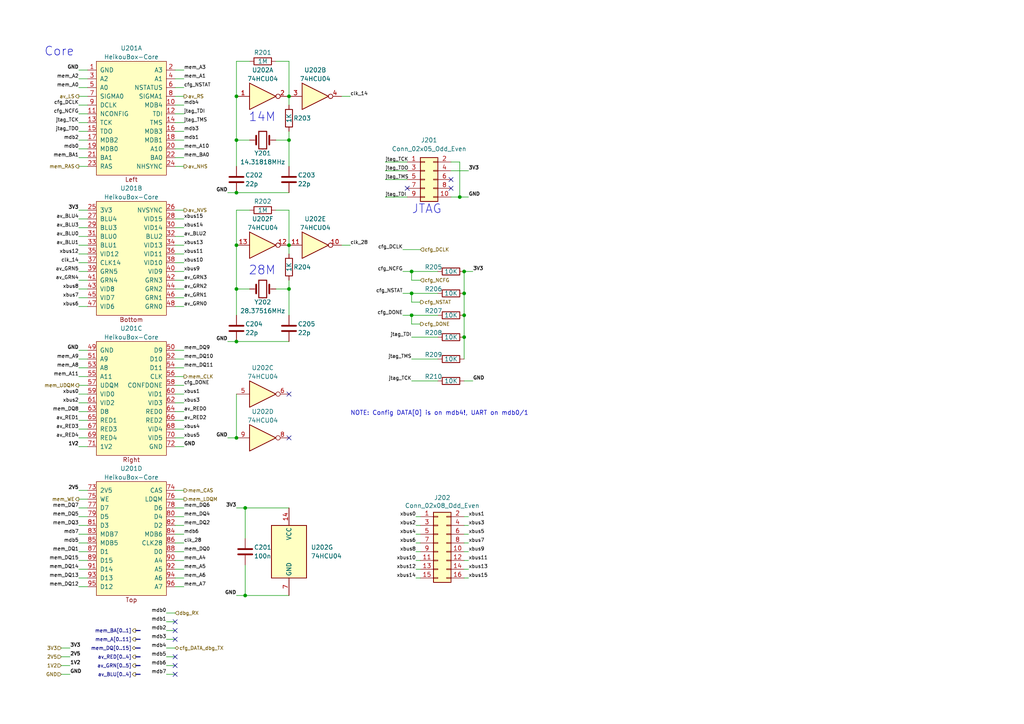
<source format=kicad_sch>
(kicad_sch
	(version 20250114)
	(generator "eeschema")
	(generator_version "9.0")
	(uuid "16dbd5b8-7e0a-4354-bbb2-cea38a4e93c6")
	(paper "A4")
	(title_block
		(title "HeikouBox Mainboard - Core Interface")
		(date "2022-11-11")
		(rev "v0.1")
		(company "ksk")
	)
	(lib_symbols
		(symbol "74xx:74HC04"
			(exclude_from_sim no)
			(in_bom yes)
			(on_board yes)
			(property "Reference" "U"
				(at 0 1.27 0)
				(effects
					(font
						(size 1.27 1.27)
					)
				)
			)
			(property "Value" "74HC04"
				(at 0 -1.27 0)
				(effects
					(font
						(size 1.27 1.27)
					)
				)
			)
			(property "Footprint" ""
				(at 0 0 0)
				(effects
					(font
						(size 1.27 1.27)
					)
					(hide yes)
				)
			)
			(property "Datasheet" "https://assets.nexperia.com/documents/data-sheet/74HC_HCT04.pdf"
				(at 0 0 0)
				(effects
					(font
						(size 1.27 1.27)
					)
					(hide yes)
				)
			)
			(property "Description" "Hex Inverter"
				(at 0 0 0)
				(effects
					(font
						(size 1.27 1.27)
					)
					(hide yes)
				)
			)
			(property "ki_locked" ""
				(at 0 0 0)
				(effects
					(font
						(size 1.27 1.27)
					)
				)
			)
			(property "ki_keywords" "HCMOS not inv"
				(at 0 0 0)
				(effects
					(font
						(size 1.27 1.27)
					)
					(hide yes)
				)
			)
			(property "ki_fp_filters" "DIP*W7.62mm* SSOP?14* TSSOP?14*"
				(at 0 0 0)
				(effects
					(font
						(size 1.27 1.27)
					)
					(hide yes)
				)
			)
			(symbol "74HC04_1_0"
				(polyline
					(pts
						(xy -3.81 3.81) (xy -3.81 -3.81) (xy 3.81 0) (xy -3.81 3.81)
					)
					(stroke
						(width 0.254)
						(type default)
					)
					(fill
						(type background)
					)
				)
				(pin input line
					(at -7.62 0 0)
					(length 3.81)
					(name "~"
						(effects
							(font
								(size 1.27 1.27)
							)
						)
					)
					(number "1"
						(effects
							(font
								(size 1.27 1.27)
							)
						)
					)
				)
				(pin output inverted
					(at 7.62 0 180)
					(length 3.81)
					(name "~"
						(effects
							(font
								(size 1.27 1.27)
							)
						)
					)
					(number "2"
						(effects
							(font
								(size 1.27 1.27)
							)
						)
					)
				)
			)
			(symbol "74HC04_2_0"
				(polyline
					(pts
						(xy -3.81 3.81) (xy -3.81 -3.81) (xy 3.81 0) (xy -3.81 3.81)
					)
					(stroke
						(width 0.254)
						(type default)
					)
					(fill
						(type background)
					)
				)
				(pin input line
					(at -7.62 0 0)
					(length 3.81)
					(name "~"
						(effects
							(font
								(size 1.27 1.27)
							)
						)
					)
					(number "3"
						(effects
							(font
								(size 1.27 1.27)
							)
						)
					)
				)
				(pin output inverted
					(at 7.62 0 180)
					(length 3.81)
					(name "~"
						(effects
							(font
								(size 1.27 1.27)
							)
						)
					)
					(number "4"
						(effects
							(font
								(size 1.27 1.27)
							)
						)
					)
				)
			)
			(symbol "74HC04_3_0"
				(polyline
					(pts
						(xy -3.81 3.81) (xy -3.81 -3.81) (xy 3.81 0) (xy -3.81 3.81)
					)
					(stroke
						(width 0.254)
						(type default)
					)
					(fill
						(type background)
					)
				)
				(pin input line
					(at -7.62 0 0)
					(length 3.81)
					(name "~"
						(effects
							(font
								(size 1.27 1.27)
							)
						)
					)
					(number "5"
						(effects
							(font
								(size 1.27 1.27)
							)
						)
					)
				)
				(pin output inverted
					(at 7.62 0 180)
					(length 3.81)
					(name "~"
						(effects
							(font
								(size 1.27 1.27)
							)
						)
					)
					(number "6"
						(effects
							(font
								(size 1.27 1.27)
							)
						)
					)
				)
			)
			(symbol "74HC04_4_0"
				(polyline
					(pts
						(xy -3.81 3.81) (xy -3.81 -3.81) (xy 3.81 0) (xy -3.81 3.81)
					)
					(stroke
						(width 0.254)
						(type default)
					)
					(fill
						(type background)
					)
				)
				(pin input line
					(at -7.62 0 0)
					(length 3.81)
					(name "~"
						(effects
							(font
								(size 1.27 1.27)
							)
						)
					)
					(number "9"
						(effects
							(font
								(size 1.27 1.27)
							)
						)
					)
				)
				(pin output inverted
					(at 7.62 0 180)
					(length 3.81)
					(name "~"
						(effects
							(font
								(size 1.27 1.27)
							)
						)
					)
					(number "8"
						(effects
							(font
								(size 1.27 1.27)
							)
						)
					)
				)
			)
			(symbol "74HC04_5_0"
				(polyline
					(pts
						(xy -3.81 3.81) (xy -3.81 -3.81) (xy 3.81 0) (xy -3.81 3.81)
					)
					(stroke
						(width 0.254)
						(type default)
					)
					(fill
						(type background)
					)
				)
				(pin input line
					(at -7.62 0 0)
					(length 3.81)
					(name "~"
						(effects
							(font
								(size 1.27 1.27)
							)
						)
					)
					(number "11"
						(effects
							(font
								(size 1.27 1.27)
							)
						)
					)
				)
				(pin output inverted
					(at 7.62 0 180)
					(length 3.81)
					(name "~"
						(effects
							(font
								(size 1.27 1.27)
							)
						)
					)
					(number "10"
						(effects
							(font
								(size 1.27 1.27)
							)
						)
					)
				)
			)
			(symbol "74HC04_6_0"
				(polyline
					(pts
						(xy -3.81 3.81) (xy -3.81 -3.81) (xy 3.81 0) (xy -3.81 3.81)
					)
					(stroke
						(width 0.254)
						(type default)
					)
					(fill
						(type background)
					)
				)
				(pin input line
					(at -7.62 0 0)
					(length 3.81)
					(name "~"
						(effects
							(font
								(size 1.27 1.27)
							)
						)
					)
					(number "13"
						(effects
							(font
								(size 1.27 1.27)
							)
						)
					)
				)
				(pin output inverted
					(at 7.62 0 180)
					(length 3.81)
					(name "~"
						(effects
							(font
								(size 1.27 1.27)
							)
						)
					)
					(number "12"
						(effects
							(font
								(size 1.27 1.27)
							)
						)
					)
				)
			)
			(symbol "74HC04_7_0"
				(pin power_in line
					(at 0 12.7 270)
					(length 5.08)
					(name "VCC"
						(effects
							(font
								(size 1.27 1.27)
							)
						)
					)
					(number "14"
						(effects
							(font
								(size 1.27 1.27)
							)
						)
					)
				)
				(pin power_in line
					(at 0 -12.7 90)
					(length 5.08)
					(name "GND"
						(effects
							(font
								(size 1.27 1.27)
							)
						)
					)
					(number "7"
						(effects
							(font
								(size 1.27 1.27)
							)
						)
					)
				)
			)
			(symbol "74HC04_7_1"
				(rectangle
					(start -5.08 7.62)
					(end 5.08 -7.62)
					(stroke
						(width 0.254)
						(type default)
					)
					(fill
						(type background)
					)
				)
			)
			(embedded_fonts no)
		)
		(symbol "Connector_Generic:Conn_02x05_Odd_Even"
			(pin_names
				(offset 1.016)
				(hide yes)
			)
			(exclude_from_sim no)
			(in_bom yes)
			(on_board yes)
			(property "Reference" "J"
				(at 1.27 7.62 0)
				(effects
					(font
						(size 1.27 1.27)
					)
				)
			)
			(property "Value" "Conn_02x05_Odd_Even"
				(at 1.27 -7.62 0)
				(effects
					(font
						(size 1.27 1.27)
					)
				)
			)
			(property "Footprint" ""
				(at 0 0 0)
				(effects
					(font
						(size 1.27 1.27)
					)
					(hide yes)
				)
			)
			(property "Datasheet" "~"
				(at 0 0 0)
				(effects
					(font
						(size 1.27 1.27)
					)
					(hide yes)
				)
			)
			(property "Description" "Generic connector, double row, 02x05, odd/even pin numbering scheme (row 1 odd numbers, row 2 even numbers), script generated (kicad-library-utils/schlib/autogen/connector/)"
				(at 0 0 0)
				(effects
					(font
						(size 1.27 1.27)
					)
					(hide yes)
				)
			)
			(property "ki_keywords" "connector"
				(at 0 0 0)
				(effects
					(font
						(size 1.27 1.27)
					)
					(hide yes)
				)
			)
			(property "ki_fp_filters" "Connector*:*_2x??_*"
				(at 0 0 0)
				(effects
					(font
						(size 1.27 1.27)
					)
					(hide yes)
				)
			)
			(symbol "Conn_02x05_Odd_Even_1_1"
				(rectangle
					(start -1.27 6.35)
					(end 3.81 -6.35)
					(stroke
						(width 0.254)
						(type default)
					)
					(fill
						(type background)
					)
				)
				(rectangle
					(start -1.27 5.207)
					(end 0 4.953)
					(stroke
						(width 0.1524)
						(type default)
					)
					(fill
						(type none)
					)
				)
				(rectangle
					(start -1.27 2.667)
					(end 0 2.413)
					(stroke
						(width 0.1524)
						(type default)
					)
					(fill
						(type none)
					)
				)
				(rectangle
					(start -1.27 0.127)
					(end 0 -0.127)
					(stroke
						(width 0.1524)
						(type default)
					)
					(fill
						(type none)
					)
				)
				(rectangle
					(start -1.27 -2.413)
					(end 0 -2.667)
					(stroke
						(width 0.1524)
						(type default)
					)
					(fill
						(type none)
					)
				)
				(rectangle
					(start -1.27 -4.953)
					(end 0 -5.207)
					(stroke
						(width 0.1524)
						(type default)
					)
					(fill
						(type none)
					)
				)
				(rectangle
					(start 3.81 5.207)
					(end 2.54 4.953)
					(stroke
						(width 0.1524)
						(type default)
					)
					(fill
						(type none)
					)
				)
				(rectangle
					(start 3.81 2.667)
					(end 2.54 2.413)
					(stroke
						(width 0.1524)
						(type default)
					)
					(fill
						(type none)
					)
				)
				(rectangle
					(start 3.81 0.127)
					(end 2.54 -0.127)
					(stroke
						(width 0.1524)
						(type default)
					)
					(fill
						(type none)
					)
				)
				(rectangle
					(start 3.81 -2.413)
					(end 2.54 -2.667)
					(stroke
						(width 0.1524)
						(type default)
					)
					(fill
						(type none)
					)
				)
				(rectangle
					(start 3.81 -4.953)
					(end 2.54 -5.207)
					(stroke
						(width 0.1524)
						(type default)
					)
					(fill
						(type none)
					)
				)
				(pin passive line
					(at -5.08 5.08 0)
					(length 3.81)
					(name "Pin_1"
						(effects
							(font
								(size 1.27 1.27)
							)
						)
					)
					(number "1"
						(effects
							(font
								(size 1.27 1.27)
							)
						)
					)
				)
				(pin passive line
					(at -5.08 2.54 0)
					(length 3.81)
					(name "Pin_3"
						(effects
							(font
								(size 1.27 1.27)
							)
						)
					)
					(number "3"
						(effects
							(font
								(size 1.27 1.27)
							)
						)
					)
				)
				(pin passive line
					(at -5.08 0 0)
					(length 3.81)
					(name "Pin_5"
						(effects
							(font
								(size 1.27 1.27)
							)
						)
					)
					(number "5"
						(effects
							(font
								(size 1.27 1.27)
							)
						)
					)
				)
				(pin passive line
					(at -5.08 -2.54 0)
					(length 3.81)
					(name "Pin_7"
						(effects
							(font
								(size 1.27 1.27)
							)
						)
					)
					(number "7"
						(effects
							(font
								(size 1.27 1.27)
							)
						)
					)
				)
				(pin passive line
					(at -5.08 -5.08 0)
					(length 3.81)
					(name "Pin_9"
						(effects
							(font
								(size 1.27 1.27)
							)
						)
					)
					(number "9"
						(effects
							(font
								(size 1.27 1.27)
							)
						)
					)
				)
				(pin passive line
					(at 7.62 5.08 180)
					(length 3.81)
					(name "Pin_2"
						(effects
							(font
								(size 1.27 1.27)
							)
						)
					)
					(number "2"
						(effects
							(font
								(size 1.27 1.27)
							)
						)
					)
				)
				(pin passive line
					(at 7.62 2.54 180)
					(length 3.81)
					(name "Pin_4"
						(effects
							(font
								(size 1.27 1.27)
							)
						)
					)
					(number "4"
						(effects
							(font
								(size 1.27 1.27)
							)
						)
					)
				)
				(pin passive line
					(at 7.62 0 180)
					(length 3.81)
					(name "Pin_6"
						(effects
							(font
								(size 1.27 1.27)
							)
						)
					)
					(number "6"
						(effects
							(font
								(size 1.27 1.27)
							)
						)
					)
				)
				(pin passive line
					(at 7.62 -2.54 180)
					(length 3.81)
					(name "Pin_8"
						(effects
							(font
								(size 1.27 1.27)
							)
						)
					)
					(number "8"
						(effects
							(font
								(size 1.27 1.27)
							)
						)
					)
				)
				(pin passive line
					(at 7.62 -5.08 180)
					(length 3.81)
					(name "Pin_10"
						(effects
							(font
								(size 1.27 1.27)
							)
						)
					)
					(number "10"
						(effects
							(font
								(size 1.27 1.27)
							)
						)
					)
				)
			)
			(embedded_fonts no)
		)
		(symbol "Connector_Generic:Conn_02x08_Odd_Even"
			(pin_names
				(offset 1.016)
				(hide yes)
			)
			(exclude_from_sim no)
			(in_bom yes)
			(on_board yes)
			(property "Reference" "J"
				(at 1.27 10.16 0)
				(effects
					(font
						(size 1.27 1.27)
					)
				)
			)
			(property "Value" "Conn_02x08_Odd_Even"
				(at 1.27 -12.7 0)
				(effects
					(font
						(size 1.27 1.27)
					)
				)
			)
			(property "Footprint" ""
				(at 0 0 0)
				(effects
					(font
						(size 1.27 1.27)
					)
					(hide yes)
				)
			)
			(property "Datasheet" "~"
				(at 0 0 0)
				(effects
					(font
						(size 1.27 1.27)
					)
					(hide yes)
				)
			)
			(property "Description" "Generic connector, double row, 02x08, odd/even pin numbering scheme (row 1 odd numbers, row 2 even numbers), script generated (kicad-library-utils/schlib/autogen/connector/)"
				(at 0 0 0)
				(effects
					(font
						(size 1.27 1.27)
					)
					(hide yes)
				)
			)
			(property "ki_keywords" "connector"
				(at 0 0 0)
				(effects
					(font
						(size 1.27 1.27)
					)
					(hide yes)
				)
			)
			(property "ki_fp_filters" "Connector*:*_2x??_*"
				(at 0 0 0)
				(effects
					(font
						(size 1.27 1.27)
					)
					(hide yes)
				)
			)
			(symbol "Conn_02x08_Odd_Even_1_1"
				(rectangle
					(start -1.27 8.89)
					(end 3.81 -11.43)
					(stroke
						(width 0.254)
						(type default)
					)
					(fill
						(type background)
					)
				)
				(rectangle
					(start -1.27 7.747)
					(end 0 7.493)
					(stroke
						(width 0.1524)
						(type default)
					)
					(fill
						(type none)
					)
				)
				(rectangle
					(start -1.27 5.207)
					(end 0 4.953)
					(stroke
						(width 0.1524)
						(type default)
					)
					(fill
						(type none)
					)
				)
				(rectangle
					(start -1.27 2.667)
					(end 0 2.413)
					(stroke
						(width 0.1524)
						(type default)
					)
					(fill
						(type none)
					)
				)
				(rectangle
					(start -1.27 0.127)
					(end 0 -0.127)
					(stroke
						(width 0.1524)
						(type default)
					)
					(fill
						(type none)
					)
				)
				(rectangle
					(start -1.27 -2.413)
					(end 0 -2.667)
					(stroke
						(width 0.1524)
						(type default)
					)
					(fill
						(type none)
					)
				)
				(rectangle
					(start -1.27 -4.953)
					(end 0 -5.207)
					(stroke
						(width 0.1524)
						(type default)
					)
					(fill
						(type none)
					)
				)
				(rectangle
					(start -1.27 -7.493)
					(end 0 -7.747)
					(stroke
						(width 0.1524)
						(type default)
					)
					(fill
						(type none)
					)
				)
				(rectangle
					(start -1.27 -10.033)
					(end 0 -10.287)
					(stroke
						(width 0.1524)
						(type default)
					)
					(fill
						(type none)
					)
				)
				(rectangle
					(start 3.81 7.747)
					(end 2.54 7.493)
					(stroke
						(width 0.1524)
						(type default)
					)
					(fill
						(type none)
					)
				)
				(rectangle
					(start 3.81 5.207)
					(end 2.54 4.953)
					(stroke
						(width 0.1524)
						(type default)
					)
					(fill
						(type none)
					)
				)
				(rectangle
					(start 3.81 2.667)
					(end 2.54 2.413)
					(stroke
						(width 0.1524)
						(type default)
					)
					(fill
						(type none)
					)
				)
				(rectangle
					(start 3.81 0.127)
					(end 2.54 -0.127)
					(stroke
						(width 0.1524)
						(type default)
					)
					(fill
						(type none)
					)
				)
				(rectangle
					(start 3.81 -2.413)
					(end 2.54 -2.667)
					(stroke
						(width 0.1524)
						(type default)
					)
					(fill
						(type none)
					)
				)
				(rectangle
					(start 3.81 -4.953)
					(end 2.54 -5.207)
					(stroke
						(width 0.1524)
						(type default)
					)
					(fill
						(type none)
					)
				)
				(rectangle
					(start 3.81 -7.493)
					(end 2.54 -7.747)
					(stroke
						(width 0.1524)
						(type default)
					)
					(fill
						(type none)
					)
				)
				(rectangle
					(start 3.81 -10.033)
					(end 2.54 -10.287)
					(stroke
						(width 0.1524)
						(type default)
					)
					(fill
						(type none)
					)
				)
				(pin passive line
					(at -5.08 7.62 0)
					(length 3.81)
					(name "Pin_1"
						(effects
							(font
								(size 1.27 1.27)
							)
						)
					)
					(number "1"
						(effects
							(font
								(size 1.27 1.27)
							)
						)
					)
				)
				(pin passive line
					(at -5.08 5.08 0)
					(length 3.81)
					(name "Pin_3"
						(effects
							(font
								(size 1.27 1.27)
							)
						)
					)
					(number "3"
						(effects
							(font
								(size 1.27 1.27)
							)
						)
					)
				)
				(pin passive line
					(at -5.08 2.54 0)
					(length 3.81)
					(name "Pin_5"
						(effects
							(font
								(size 1.27 1.27)
							)
						)
					)
					(number "5"
						(effects
							(font
								(size 1.27 1.27)
							)
						)
					)
				)
				(pin passive line
					(at -5.08 0 0)
					(length 3.81)
					(name "Pin_7"
						(effects
							(font
								(size 1.27 1.27)
							)
						)
					)
					(number "7"
						(effects
							(font
								(size 1.27 1.27)
							)
						)
					)
				)
				(pin passive line
					(at -5.08 -2.54 0)
					(length 3.81)
					(name "Pin_9"
						(effects
							(font
								(size 1.27 1.27)
							)
						)
					)
					(number "9"
						(effects
							(font
								(size 1.27 1.27)
							)
						)
					)
				)
				(pin passive line
					(at -5.08 -5.08 0)
					(length 3.81)
					(name "Pin_11"
						(effects
							(font
								(size 1.27 1.27)
							)
						)
					)
					(number "11"
						(effects
							(font
								(size 1.27 1.27)
							)
						)
					)
				)
				(pin passive line
					(at -5.08 -7.62 0)
					(length 3.81)
					(name "Pin_13"
						(effects
							(font
								(size 1.27 1.27)
							)
						)
					)
					(number "13"
						(effects
							(font
								(size 1.27 1.27)
							)
						)
					)
				)
				(pin passive line
					(at -5.08 -10.16 0)
					(length 3.81)
					(name "Pin_15"
						(effects
							(font
								(size 1.27 1.27)
							)
						)
					)
					(number "15"
						(effects
							(font
								(size 1.27 1.27)
							)
						)
					)
				)
				(pin passive line
					(at 7.62 7.62 180)
					(length 3.81)
					(name "Pin_2"
						(effects
							(font
								(size 1.27 1.27)
							)
						)
					)
					(number "2"
						(effects
							(font
								(size 1.27 1.27)
							)
						)
					)
				)
				(pin passive line
					(at 7.62 5.08 180)
					(length 3.81)
					(name "Pin_4"
						(effects
							(font
								(size 1.27 1.27)
							)
						)
					)
					(number "4"
						(effects
							(font
								(size 1.27 1.27)
							)
						)
					)
				)
				(pin passive line
					(at 7.62 2.54 180)
					(length 3.81)
					(name "Pin_6"
						(effects
							(font
								(size 1.27 1.27)
							)
						)
					)
					(number "6"
						(effects
							(font
								(size 1.27 1.27)
							)
						)
					)
				)
				(pin passive line
					(at 7.62 0 180)
					(length 3.81)
					(name "Pin_8"
						(effects
							(font
								(size 1.27 1.27)
							)
						)
					)
					(number "8"
						(effects
							(font
								(size 1.27 1.27)
							)
						)
					)
				)
				(pin passive line
					(at 7.62 -2.54 180)
					(length 3.81)
					(name "Pin_10"
						(effects
							(font
								(size 1.27 1.27)
							)
						)
					)
					(number "10"
						(effects
							(font
								(size 1.27 1.27)
							)
						)
					)
				)
				(pin passive line
					(at 7.62 -5.08 180)
					(length 3.81)
					(name "Pin_12"
						(effects
							(font
								(size 1.27 1.27)
							)
						)
					)
					(number "12"
						(effects
							(font
								(size 1.27 1.27)
							)
						)
					)
				)
				(pin passive line
					(at 7.62 -7.62 180)
					(length 3.81)
					(name "Pin_14"
						(effects
							(font
								(size 1.27 1.27)
							)
						)
					)
					(number "14"
						(effects
							(font
								(size 1.27 1.27)
							)
						)
					)
				)
				(pin passive line
					(at 7.62 -10.16 180)
					(length 3.81)
					(name "Pin_16"
						(effects
							(font
								(size 1.27 1.27)
							)
						)
					)
					(number "16"
						(effects
							(font
								(size 1.27 1.27)
							)
						)
					)
				)
			)
			(embedded_fonts no)
		)
		(symbol "Device:C"
			(pin_numbers
				(hide yes)
			)
			(pin_names
				(offset 0.254)
			)
			(exclude_from_sim no)
			(in_bom yes)
			(on_board yes)
			(property "Reference" "C"
				(at 0.635 2.54 0)
				(effects
					(font
						(size 1.27 1.27)
					)
					(justify left)
				)
			)
			(property "Value" "C"
				(at 0.635 -2.54 0)
				(effects
					(font
						(size 1.27 1.27)
					)
					(justify left)
				)
			)
			(property "Footprint" ""
				(at 0.9652 -3.81 0)
				(effects
					(font
						(size 1.27 1.27)
					)
					(hide yes)
				)
			)
			(property "Datasheet" "~"
				(at 0 0 0)
				(effects
					(font
						(size 1.27 1.27)
					)
					(hide yes)
				)
			)
			(property "Description" "Unpolarized capacitor"
				(at 0 0 0)
				(effects
					(font
						(size 1.27 1.27)
					)
					(hide yes)
				)
			)
			(property "ki_keywords" "cap capacitor"
				(at 0 0 0)
				(effects
					(font
						(size 1.27 1.27)
					)
					(hide yes)
				)
			)
			(property "ki_fp_filters" "C_*"
				(at 0 0 0)
				(effects
					(font
						(size 1.27 1.27)
					)
					(hide yes)
				)
			)
			(symbol "C_0_1"
				(polyline
					(pts
						(xy -2.032 0.762) (xy 2.032 0.762)
					)
					(stroke
						(width 0.508)
						(type default)
					)
					(fill
						(type none)
					)
				)
				(polyline
					(pts
						(xy -2.032 -0.762) (xy 2.032 -0.762)
					)
					(stroke
						(width 0.508)
						(type default)
					)
					(fill
						(type none)
					)
				)
			)
			(symbol "C_1_1"
				(pin passive line
					(at 0 3.81 270)
					(length 2.794)
					(name "~"
						(effects
							(font
								(size 1.27 1.27)
							)
						)
					)
					(number "1"
						(effects
							(font
								(size 1.27 1.27)
							)
						)
					)
				)
				(pin passive line
					(at 0 -3.81 90)
					(length 2.794)
					(name "~"
						(effects
							(font
								(size 1.27 1.27)
							)
						)
					)
					(number "2"
						(effects
							(font
								(size 1.27 1.27)
							)
						)
					)
				)
			)
			(embedded_fonts no)
		)
		(symbol "Device:Crystal"
			(pin_numbers
				(hide yes)
			)
			(pin_names
				(offset 1.016)
				(hide yes)
			)
			(exclude_from_sim no)
			(in_bom yes)
			(on_board yes)
			(property "Reference" "Y"
				(at 0 3.81 0)
				(effects
					(font
						(size 1.27 1.27)
					)
				)
			)
			(property "Value" "Crystal"
				(at 0 -3.81 0)
				(effects
					(font
						(size 1.27 1.27)
					)
				)
			)
			(property "Footprint" ""
				(at 0 0 0)
				(effects
					(font
						(size 1.27 1.27)
					)
					(hide yes)
				)
			)
			(property "Datasheet" "~"
				(at 0 0 0)
				(effects
					(font
						(size 1.27 1.27)
					)
					(hide yes)
				)
			)
			(property "Description" "Two pin crystal"
				(at 0 0 0)
				(effects
					(font
						(size 1.27 1.27)
					)
					(hide yes)
				)
			)
			(property "ki_keywords" "quartz ceramic resonator oscillator"
				(at 0 0 0)
				(effects
					(font
						(size 1.27 1.27)
					)
					(hide yes)
				)
			)
			(property "ki_fp_filters" "Crystal*"
				(at 0 0 0)
				(effects
					(font
						(size 1.27 1.27)
					)
					(hide yes)
				)
			)
			(symbol "Crystal_0_1"
				(polyline
					(pts
						(xy -2.54 0) (xy -1.905 0)
					)
					(stroke
						(width 0)
						(type default)
					)
					(fill
						(type none)
					)
				)
				(polyline
					(pts
						(xy -1.905 -1.27) (xy -1.905 1.27)
					)
					(stroke
						(width 0.508)
						(type default)
					)
					(fill
						(type none)
					)
				)
				(rectangle
					(start -1.143 2.54)
					(end 1.143 -2.54)
					(stroke
						(width 0.3048)
						(type default)
					)
					(fill
						(type none)
					)
				)
				(polyline
					(pts
						(xy 1.905 -1.27) (xy 1.905 1.27)
					)
					(stroke
						(width 0.508)
						(type default)
					)
					(fill
						(type none)
					)
				)
				(polyline
					(pts
						(xy 2.54 0) (xy 1.905 0)
					)
					(stroke
						(width 0)
						(type default)
					)
					(fill
						(type none)
					)
				)
			)
			(symbol "Crystal_1_1"
				(pin passive line
					(at -3.81 0 0)
					(length 1.27)
					(name "1"
						(effects
							(font
								(size 1.27 1.27)
							)
						)
					)
					(number "1"
						(effects
							(font
								(size 1.27 1.27)
							)
						)
					)
				)
				(pin passive line
					(at 3.81 0 180)
					(length 1.27)
					(name "2"
						(effects
							(font
								(size 1.27 1.27)
							)
						)
					)
					(number "2"
						(effects
							(font
								(size 1.27 1.27)
							)
						)
					)
				)
			)
			(embedded_fonts no)
		)
		(symbol "Device:R"
			(pin_numbers
				(hide yes)
			)
			(pin_names
				(offset 0)
			)
			(exclude_from_sim no)
			(in_bom yes)
			(on_board yes)
			(property "Reference" "R"
				(at 2.032 0 90)
				(effects
					(font
						(size 1.27 1.27)
					)
				)
			)
			(property "Value" "R"
				(at 0 0 90)
				(effects
					(font
						(size 1.27 1.27)
					)
				)
			)
			(property "Footprint" ""
				(at -1.778 0 90)
				(effects
					(font
						(size 1.27 1.27)
					)
					(hide yes)
				)
			)
			(property "Datasheet" "~"
				(at 0 0 0)
				(effects
					(font
						(size 1.27 1.27)
					)
					(hide yes)
				)
			)
			(property "Description" "Resistor"
				(at 0 0 0)
				(effects
					(font
						(size 1.27 1.27)
					)
					(hide yes)
				)
			)
			(property "ki_keywords" "R res resistor"
				(at 0 0 0)
				(effects
					(font
						(size 1.27 1.27)
					)
					(hide yes)
				)
			)
			(property "ki_fp_filters" "R_*"
				(at 0 0 0)
				(effects
					(font
						(size 1.27 1.27)
					)
					(hide yes)
				)
			)
			(symbol "R_0_1"
				(rectangle
					(start -1.016 -2.54)
					(end 1.016 2.54)
					(stroke
						(width 0.254)
						(type default)
					)
					(fill
						(type none)
					)
				)
			)
			(symbol "R_1_1"
				(pin passive line
					(at 0 3.81 270)
					(length 1.27)
					(name "~"
						(effects
							(font
								(size 1.27 1.27)
							)
						)
					)
					(number "1"
						(effects
							(font
								(size 1.27 1.27)
							)
						)
					)
				)
				(pin passive line
					(at 0 -3.81 90)
					(length 1.27)
					(name "~"
						(effects
							(font
								(size 1.27 1.27)
							)
						)
					)
					(number "2"
						(effects
							(font
								(size 1.27 1.27)
							)
						)
					)
				)
			)
			(embedded_fonts no)
		)
		(symbol "KSK_HeikouBox:HeikouBox-Core-Socket"
			(pin_names
				(offset 1.016)
			)
			(exclude_from_sim no)
			(in_bom yes)
			(on_board yes)
			(property "Reference" "J"
				(at 0 3.81 0)
				(effects
					(font
						(size 1.27 1.27)
					)
				)
			)
			(property "Value" "HeikouBox-Core-Socket"
				(at 0 1.27 0)
				(effects
					(font
						(size 1.27 1.27)
					)
				)
			)
			(property "Footprint" ""
				(at -2.54 0 0)
				(effects
					(font
						(size 1.27 1.27)
					)
					(hide yes)
				)
			)
			(property "Datasheet" ""
				(at -2.54 0 0)
				(effects
					(font
						(size 1.27 1.27)
					)
					(hide yes)
				)
			)
			(property "Description" ""
				(at 0 0 0)
				(effects
					(font
						(size 1.27 1.27)
					)
					(hide yes)
				)
			)
			(property "ki_locked" ""
				(at 0 0 0)
				(effects
					(font
						(size 1.27 1.27)
					)
				)
			)
			(symbol "HeikouBox-Core-Socket_0_1"
				(rectangle
					(start -10.16 0)
					(end 10.16 -33.02)
					(stroke
						(width 0)
						(type solid)
					)
					(fill
						(type background)
					)
				)
			)
			(symbol "HeikouBox-Core-Socket_1_0"
				(text "Left"
					(at 0 -34.29 0)
					(effects
						(font
							(size 1.27 1.27)
						)
					)
				)
			)
			(symbol "HeikouBox-Core-Socket_1_1"
				(pin power_in line
					(at -12.7 -2.54 0)
					(length 2.54)
					(name "GND"
						(effects
							(font
								(size 1.27 1.27)
							)
						)
					)
					(number "1"
						(effects
							(font
								(size 1.27 1.27)
							)
						)
					)
				)
				(pin output line
					(at -12.7 -5.08 0)
					(length 2.54)
					(name "A2"
						(effects
							(font
								(size 1.27 1.27)
							)
						)
					)
					(number "3"
						(effects
							(font
								(size 1.27 1.27)
							)
						)
					)
				)
				(pin output line
					(at -12.7 -7.62 0)
					(length 2.54)
					(name "A0"
						(effects
							(font
								(size 1.27 1.27)
							)
						)
					)
					(number "5"
						(effects
							(font
								(size 1.27 1.27)
							)
						)
					)
				)
				(pin output line
					(at -12.7 -10.16 0)
					(length 2.54)
					(name "SIGMA0"
						(effects
							(font
								(size 1.27 1.27)
							)
						)
					)
					(number "7"
						(effects
							(font
								(size 1.27 1.27)
							)
						)
					)
				)
				(pin input line
					(at -12.7 -12.7 0)
					(length 2.54)
					(name "DCLK"
						(effects
							(font
								(size 1.27 1.27)
							)
						)
					)
					(number "9"
						(effects
							(font
								(size 1.27 1.27)
							)
						)
					)
				)
				(pin input line
					(at -12.7 -15.24 0)
					(length 2.54)
					(name "NCONFIG"
						(effects
							(font
								(size 1.27 1.27)
							)
						)
					)
					(number "11"
						(effects
							(font
								(size 1.27 1.27)
							)
						)
					)
				)
				(pin input line
					(at -12.7 -17.78 0)
					(length 2.54)
					(name "TCK"
						(effects
							(font
								(size 1.27 1.27)
							)
						)
					)
					(number "13"
						(effects
							(font
								(size 1.27 1.27)
							)
						)
					)
				)
				(pin output line
					(at -12.7 -20.32 0)
					(length 2.54)
					(name "TDO"
						(effects
							(font
								(size 1.27 1.27)
							)
						)
					)
					(number "15"
						(effects
							(font
								(size 1.27 1.27)
							)
						)
					)
				)
				(pin bidirectional line
					(at -12.7 -22.86 0)
					(length 2.54)
					(name "MDB2"
						(effects
							(font
								(size 1.27 1.27)
							)
						)
					)
					(number "17"
						(effects
							(font
								(size 1.27 1.27)
							)
						)
					)
				)
				(pin bidirectional line
					(at -12.7 -25.4 0)
					(length 2.54)
					(name "MDB0"
						(effects
							(font
								(size 1.27 1.27)
							)
						)
					)
					(number "19"
						(effects
							(font
								(size 1.27 1.27)
							)
						)
					)
				)
				(pin output line
					(at -12.7 -27.94 0)
					(length 2.54)
					(name "BA1"
						(effects
							(font
								(size 1.27 1.27)
							)
						)
					)
					(number "21"
						(effects
							(font
								(size 1.27 1.27)
							)
						)
					)
				)
				(pin output line
					(at -12.7 -30.48 0)
					(length 2.54)
					(name "RAS"
						(effects
							(font
								(size 1.27 1.27)
							)
						)
					)
					(number "23"
						(effects
							(font
								(size 1.27 1.27)
							)
						)
					)
				)
				(pin output line
					(at 12.7 -2.54 180)
					(length 2.54)
					(name "A3"
						(effects
							(font
								(size 1.27 1.27)
							)
						)
					)
					(number "2"
						(effects
							(font
								(size 1.27 1.27)
							)
						)
					)
				)
				(pin output line
					(at 12.7 -5.08 180)
					(length 2.54)
					(name "A1"
						(effects
							(font
								(size 1.27 1.27)
							)
						)
					)
					(number "4"
						(effects
							(font
								(size 1.27 1.27)
							)
						)
					)
				)
				(pin open_collector line
					(at 12.7 -7.62 180)
					(length 2.54)
					(name "NSTATUS"
						(effects
							(font
								(size 1.27 1.27)
							)
						)
					)
					(number "6"
						(effects
							(font
								(size 1.27 1.27)
							)
						)
					)
				)
				(pin output line
					(at 12.7 -10.16 180)
					(length 2.54)
					(name "SIGMA1"
						(effects
							(font
								(size 1.27 1.27)
							)
						)
					)
					(number "8"
						(effects
							(font
								(size 1.27 1.27)
							)
						)
					)
				)
				(pin bidirectional line
					(at 12.7 -12.7 180)
					(length 2.54)
					(name "MDB4"
						(effects
							(font
								(size 1.27 1.27)
							)
						)
					)
					(number "10"
						(effects
							(font
								(size 1.27 1.27)
							)
						)
					)
				)
				(pin input line
					(at 12.7 -15.24 180)
					(length 2.54)
					(name "TDI"
						(effects
							(font
								(size 1.27 1.27)
							)
						)
					)
					(number "12"
						(effects
							(font
								(size 1.27 1.27)
							)
						)
					)
				)
				(pin input line
					(at 12.7 -17.78 180)
					(length 2.54)
					(name "TMS"
						(effects
							(font
								(size 1.27 1.27)
							)
						)
					)
					(number "14"
						(effects
							(font
								(size 1.27 1.27)
							)
						)
					)
				)
				(pin bidirectional line
					(at 12.7 -20.32 180)
					(length 2.54)
					(name "MDB3"
						(effects
							(font
								(size 1.27 1.27)
							)
						)
					)
					(number "16"
						(effects
							(font
								(size 1.27 1.27)
							)
						)
					)
				)
				(pin bidirectional line
					(at 12.7 -22.86 180)
					(length 2.54)
					(name "MDB1"
						(effects
							(font
								(size 1.27 1.27)
							)
						)
					)
					(number "18"
						(effects
							(font
								(size 1.27 1.27)
							)
						)
					)
				)
				(pin output line
					(at 12.7 -25.4 180)
					(length 2.54)
					(name "A10"
						(effects
							(font
								(size 1.27 1.27)
							)
						)
					)
					(number "20"
						(effects
							(font
								(size 1.27 1.27)
							)
						)
					)
				)
				(pin output line
					(at 12.7 -27.94 180)
					(length 2.54)
					(name "BA0"
						(effects
							(font
								(size 1.27 1.27)
							)
						)
					)
					(number "22"
						(effects
							(font
								(size 1.27 1.27)
							)
						)
					)
				)
				(pin output line
					(at 12.7 -30.48 180)
					(length 2.54)
					(name "NHSYNC"
						(effects
							(font
								(size 1.27 1.27)
							)
						)
					)
					(number "24"
						(effects
							(font
								(size 1.27 1.27)
							)
						)
					)
				)
			)
			(symbol "HeikouBox-Core-Socket_2_0"
				(text "Bottom"
					(at 0 -34.29 0)
					(effects
						(font
							(size 1.27 1.27)
						)
					)
				)
			)
			(symbol "HeikouBox-Core-Socket_2_1"
				(pin power_in line
					(at -12.7 -2.54 0)
					(length 2.54)
					(name "3V3"
						(effects
							(font
								(size 1.27 1.27)
							)
						)
					)
					(number "25"
						(effects
							(font
								(size 1.27 1.27)
							)
						)
					)
				)
				(pin output line
					(at -12.7 -5.08 0)
					(length 2.54)
					(name "BLU4"
						(effects
							(font
								(size 1.27 1.27)
							)
						)
					)
					(number "27"
						(effects
							(font
								(size 1.27 1.27)
							)
						)
					)
				)
				(pin output line
					(at -12.7 -7.62 0)
					(length 2.54)
					(name "BLU3"
						(effects
							(font
								(size 1.27 1.27)
							)
						)
					)
					(number "29"
						(effects
							(font
								(size 1.27 1.27)
							)
						)
					)
				)
				(pin output line
					(at -12.7 -10.16 0)
					(length 2.54)
					(name "BLU0"
						(effects
							(font
								(size 1.27 1.27)
							)
						)
					)
					(number "31"
						(effects
							(font
								(size 1.27 1.27)
							)
						)
					)
				)
				(pin output line
					(at -12.7 -12.7 0)
					(length 2.54)
					(name "BLU1"
						(effects
							(font
								(size 1.27 1.27)
							)
						)
					)
					(number "33"
						(effects
							(font
								(size 1.27 1.27)
							)
						)
					)
				)
				(pin bidirectional line
					(at -12.7 -15.24 0)
					(length 2.54)
					(name "VID12"
						(effects
							(font
								(size 1.27 1.27)
							)
						)
					)
					(number "35"
						(effects
							(font
								(size 1.27 1.27)
							)
						)
					)
				)
				(pin input line
					(at -12.7 -17.78 0)
					(length 2.54)
					(name "CLK14"
						(effects
							(font
								(size 1.27 1.27)
							)
						)
					)
					(number "37"
						(effects
							(font
								(size 1.27 1.27)
							)
						)
					)
				)
				(pin output line
					(at -12.7 -20.32 0)
					(length 2.54)
					(name "GRN5"
						(effects
							(font
								(size 1.27 1.27)
							)
						)
					)
					(number "39"
						(effects
							(font
								(size 1.27 1.27)
							)
						)
					)
				)
				(pin output line
					(at -12.7 -22.86 0)
					(length 2.54)
					(name "GRN4"
						(effects
							(font
								(size 1.27 1.27)
							)
						)
					)
					(number "41"
						(effects
							(font
								(size 1.27 1.27)
							)
						)
					)
				)
				(pin bidirectional line
					(at -12.7 -25.4 0)
					(length 2.54)
					(name "VID8"
						(effects
							(font
								(size 1.27 1.27)
							)
						)
					)
					(number "43"
						(effects
							(font
								(size 1.27 1.27)
							)
						)
					)
				)
				(pin bidirectional line
					(at -12.7 -27.94 0)
					(length 2.54)
					(name "VID7"
						(effects
							(font
								(size 1.27 1.27)
							)
						)
					)
					(number "45"
						(effects
							(font
								(size 1.27 1.27)
							)
						)
					)
				)
				(pin bidirectional line
					(at -12.7 -30.48 0)
					(length 2.54)
					(name "VID6"
						(effects
							(font
								(size 1.27 1.27)
							)
						)
					)
					(number "47"
						(effects
							(font
								(size 1.27 1.27)
							)
						)
					)
				)
				(pin output line
					(at 12.7 -2.54 180)
					(length 2.54)
					(name "NVSYNC"
						(effects
							(font
								(size 1.27 1.27)
							)
						)
					)
					(number "26"
						(effects
							(font
								(size 1.27 1.27)
							)
						)
					)
				)
				(pin bidirectional line
					(at 12.7 -5.08 180)
					(length 2.54)
					(name "VID15"
						(effects
							(font
								(size 1.27 1.27)
							)
						)
					)
					(number "28"
						(effects
							(font
								(size 1.27 1.27)
							)
						)
					)
				)
				(pin bidirectional line
					(at 12.7 -7.62 180)
					(length 2.54)
					(name "VID14"
						(effects
							(font
								(size 1.27 1.27)
							)
						)
					)
					(number "30"
						(effects
							(font
								(size 1.27 1.27)
							)
						)
					)
				)
				(pin output line
					(at 12.7 -10.16 180)
					(length 2.54)
					(name "BLU2"
						(effects
							(font
								(size 1.27 1.27)
							)
						)
					)
					(number "32"
						(effects
							(font
								(size 1.27 1.27)
							)
						)
					)
				)
				(pin bidirectional line
					(at 12.7 -12.7 180)
					(length 2.54)
					(name "VID13"
						(effects
							(font
								(size 1.27 1.27)
							)
						)
					)
					(number "34"
						(effects
							(font
								(size 1.27 1.27)
							)
						)
					)
				)
				(pin bidirectional line
					(at 12.7 -15.24 180)
					(length 2.54)
					(name "VID11"
						(effects
							(font
								(size 1.27 1.27)
							)
						)
					)
					(number "36"
						(effects
							(font
								(size 1.27 1.27)
							)
						)
					)
				)
				(pin bidirectional line
					(at 12.7 -17.78 180)
					(length 2.54)
					(name "VID10"
						(effects
							(font
								(size 1.27 1.27)
							)
						)
					)
					(number "38"
						(effects
							(font
								(size 1.27 1.27)
							)
						)
					)
				)
				(pin bidirectional line
					(at 12.7 -20.32 180)
					(length 2.54)
					(name "VID9"
						(effects
							(font
								(size 1.27 1.27)
							)
						)
					)
					(number "40"
						(effects
							(font
								(size 1.27 1.27)
							)
						)
					)
				)
				(pin output line
					(at 12.7 -22.86 180)
					(length 2.54)
					(name "GRN3"
						(effects
							(font
								(size 1.27 1.27)
							)
						)
					)
					(number "42"
						(effects
							(font
								(size 1.27 1.27)
							)
						)
					)
				)
				(pin output line
					(at 12.7 -25.4 180)
					(length 2.54)
					(name "GRN2"
						(effects
							(font
								(size 1.27 1.27)
							)
						)
					)
					(number "44"
						(effects
							(font
								(size 1.27 1.27)
							)
						)
					)
				)
				(pin output line
					(at 12.7 -27.94 180)
					(length 2.54)
					(name "GRN1"
						(effects
							(font
								(size 1.27 1.27)
							)
						)
					)
					(number "46"
						(effects
							(font
								(size 1.27 1.27)
							)
						)
					)
				)
				(pin output line
					(at 12.7 -30.48 180)
					(length 2.54)
					(name "GRN0"
						(effects
							(font
								(size 1.27 1.27)
							)
						)
					)
					(number "48"
						(effects
							(font
								(size 1.27 1.27)
							)
						)
					)
				)
			)
			(symbol "HeikouBox-Core-Socket_3_0"
				(text "Right"
					(at 0 -34.29 0)
					(effects
						(font
							(size 1.27 1.27)
						)
					)
				)
			)
			(symbol "HeikouBox-Core-Socket_3_1"
				(pin power_in line
					(at -12.7 -2.54 0)
					(length 2.54)
					(name "GND"
						(effects
							(font
								(size 1.27 1.27)
							)
						)
					)
					(number "49"
						(effects
							(font
								(size 1.27 1.27)
							)
						)
					)
				)
				(pin output line
					(at -12.7 -5.08 0)
					(length 2.54)
					(name "A9"
						(effects
							(font
								(size 1.27 1.27)
							)
						)
					)
					(number "51"
						(effects
							(font
								(size 1.27 1.27)
							)
						)
					)
				)
				(pin output line
					(at -12.7 -7.62 0)
					(length 2.54)
					(name "A8"
						(effects
							(font
								(size 1.27 1.27)
							)
						)
					)
					(number "53"
						(effects
							(font
								(size 1.27 1.27)
							)
						)
					)
				)
				(pin output line
					(at -12.7 -10.16 0)
					(length 2.54)
					(name "A11"
						(effects
							(font
								(size 1.27 1.27)
							)
						)
					)
					(number "55"
						(effects
							(font
								(size 1.27 1.27)
							)
						)
					)
				)
				(pin output line
					(at -12.7 -12.7 0)
					(length 2.54)
					(name "UDQM"
						(effects
							(font
								(size 1.27 1.27)
							)
						)
					)
					(number "57"
						(effects
							(font
								(size 1.27 1.27)
							)
						)
					)
				)
				(pin bidirectional line
					(at -12.7 -15.24 0)
					(length 2.54)
					(name "VID0"
						(effects
							(font
								(size 1.27 1.27)
							)
						)
					)
					(number "59"
						(effects
							(font
								(size 1.27 1.27)
							)
						)
					)
				)
				(pin bidirectional line
					(at -12.7 -17.78 0)
					(length 2.54)
					(name "VID2"
						(effects
							(font
								(size 1.27 1.27)
							)
						)
					)
					(number "61"
						(effects
							(font
								(size 1.27 1.27)
							)
						)
					)
				)
				(pin bidirectional line
					(at -12.7 -20.32 0)
					(length 2.54)
					(name "D8"
						(effects
							(font
								(size 1.27 1.27)
							)
						)
					)
					(number "63"
						(effects
							(font
								(size 1.27 1.27)
							)
						)
					)
				)
				(pin output line
					(at -12.7 -22.86 0)
					(length 2.54)
					(name "RED1"
						(effects
							(font
								(size 1.27 1.27)
							)
						)
					)
					(number "65"
						(effects
							(font
								(size 1.27 1.27)
							)
						)
					)
				)
				(pin output line
					(at -12.7 -25.4 0)
					(length 2.54)
					(name "RED3"
						(effects
							(font
								(size 1.27 1.27)
							)
						)
					)
					(number "67"
						(effects
							(font
								(size 1.27 1.27)
							)
						)
					)
				)
				(pin output line
					(at -12.7 -27.94 0)
					(length 2.54)
					(name "RED4"
						(effects
							(font
								(size 1.27 1.27)
							)
						)
					)
					(number "69"
						(effects
							(font
								(size 1.27 1.27)
							)
						)
					)
				)
				(pin power_in line
					(at -12.7 -30.48 0)
					(length 2.54)
					(name "1V2"
						(effects
							(font
								(size 1.27 1.27)
							)
						)
					)
					(number "71"
						(effects
							(font
								(size 1.27 1.27)
							)
						)
					)
				)
				(pin bidirectional line
					(at 12.7 -2.54 180)
					(length 2.54)
					(name "D9"
						(effects
							(font
								(size 1.27 1.27)
							)
						)
					)
					(number "50"
						(effects
							(font
								(size 1.27 1.27)
							)
						)
					)
				)
				(pin bidirectional line
					(at 12.7 -5.08 180)
					(length 2.54)
					(name "D10"
						(effects
							(font
								(size 1.27 1.27)
							)
						)
					)
					(number "52"
						(effects
							(font
								(size 1.27 1.27)
							)
						)
					)
				)
				(pin bidirectional line
					(at 12.7 -7.62 180)
					(length 2.54)
					(name "D11"
						(effects
							(font
								(size 1.27 1.27)
							)
						)
					)
					(number "54"
						(effects
							(font
								(size 1.27 1.27)
							)
						)
					)
				)
				(pin output line
					(at 12.7 -10.16 180)
					(length 2.54)
					(name "CLK"
						(effects
							(font
								(size 1.27 1.27)
							)
						)
					)
					(number "56"
						(effects
							(font
								(size 1.27 1.27)
							)
						)
					)
				)
				(pin open_collector line
					(at 12.7 -12.7 180)
					(length 2.54)
					(name "CONFDONE"
						(effects
							(font
								(size 1.27 1.27)
							)
						)
					)
					(number "58"
						(effects
							(font
								(size 1.27 1.27)
							)
						)
					)
				)
				(pin bidirectional line
					(at 12.7 -15.24 180)
					(length 2.54)
					(name "VID1"
						(effects
							(font
								(size 1.27 1.27)
							)
						)
					)
					(number "60"
						(effects
							(font
								(size 1.27 1.27)
							)
						)
					)
				)
				(pin bidirectional line
					(at 12.7 -17.78 180)
					(length 2.54)
					(name "VID3"
						(effects
							(font
								(size 1.27 1.27)
							)
						)
					)
					(number "62"
						(effects
							(font
								(size 1.27 1.27)
							)
						)
					)
				)
				(pin output line
					(at 12.7 -20.32 180)
					(length 2.54)
					(name "RED0"
						(effects
							(font
								(size 1.27 1.27)
							)
						)
					)
					(number "64"
						(effects
							(font
								(size 1.27 1.27)
							)
						)
					)
				)
				(pin output line
					(at 12.7 -22.86 180)
					(length 2.54)
					(name "RED2"
						(effects
							(font
								(size 1.27 1.27)
							)
						)
					)
					(number "66"
						(effects
							(font
								(size 1.27 1.27)
							)
						)
					)
				)
				(pin bidirectional line
					(at 12.7 -25.4 180)
					(length 2.54)
					(name "VID4"
						(effects
							(font
								(size 1.27 1.27)
							)
						)
					)
					(number "68"
						(effects
							(font
								(size 1.27 1.27)
							)
						)
					)
				)
				(pin bidirectional line
					(at 12.7 -27.94 180)
					(length 2.54)
					(name "VID5"
						(effects
							(font
								(size 1.27 1.27)
							)
						)
					)
					(number "70"
						(effects
							(font
								(size 1.27 1.27)
							)
						)
					)
				)
				(pin power_in line
					(at 12.7 -30.48 180)
					(length 2.54)
					(name "GND"
						(effects
							(font
								(size 1.27 1.27)
							)
						)
					)
					(number "72"
						(effects
							(font
								(size 1.27 1.27)
							)
						)
					)
				)
			)
			(symbol "HeikouBox-Core-Socket_4_0"
				(text "Top"
					(at 0 -34.29 0)
					(effects
						(font
							(size 1.27 1.27)
						)
					)
				)
			)
			(symbol "HeikouBox-Core-Socket_4_1"
				(pin power_in line
					(at -12.7 -2.54 0)
					(length 2.54)
					(name "2V5"
						(effects
							(font
								(size 1.27 1.27)
							)
						)
					)
					(number "73"
						(effects
							(font
								(size 1.27 1.27)
							)
						)
					)
				)
				(pin output line
					(at -12.7 -5.08 0)
					(length 2.54)
					(name "WE"
						(effects
							(font
								(size 1.27 1.27)
							)
						)
					)
					(number "75"
						(effects
							(font
								(size 1.27 1.27)
							)
						)
					)
				)
				(pin bidirectional line
					(at -12.7 -7.62 0)
					(length 2.54)
					(name "D7"
						(effects
							(font
								(size 1.27 1.27)
							)
						)
					)
					(number "77"
						(effects
							(font
								(size 1.27 1.27)
							)
						)
					)
				)
				(pin bidirectional line
					(at -12.7 -10.16 0)
					(length 2.54)
					(name "D5"
						(effects
							(font
								(size 1.27 1.27)
							)
						)
					)
					(number "79"
						(effects
							(font
								(size 1.27 1.27)
							)
						)
					)
				)
				(pin bidirectional line
					(at -12.7 -12.7 0)
					(length 2.54)
					(name "D3"
						(effects
							(font
								(size 1.27 1.27)
							)
						)
					)
					(number "81"
						(effects
							(font
								(size 1.27 1.27)
							)
						)
					)
				)
				(pin bidirectional line
					(at -12.7 -15.24 0)
					(length 2.54)
					(name "MDB7"
						(effects
							(font
								(size 1.27 1.27)
							)
						)
					)
					(number "83"
						(effects
							(font
								(size 1.27 1.27)
							)
						)
					)
				)
				(pin bidirectional line
					(at -12.7 -17.78 0)
					(length 2.54)
					(name "MDB5"
						(effects
							(font
								(size 1.27 1.27)
							)
						)
					)
					(number "85"
						(effects
							(font
								(size 1.27 1.27)
							)
						)
					)
				)
				(pin bidirectional line
					(at -12.7 -20.32 0)
					(length 2.54)
					(name "D1"
						(effects
							(font
								(size 1.27 1.27)
							)
						)
					)
					(number "87"
						(effects
							(font
								(size 1.27 1.27)
							)
						)
					)
				)
				(pin bidirectional line
					(at -12.7 -22.86 0)
					(length 2.54)
					(name "D15"
						(effects
							(font
								(size 1.27 1.27)
							)
						)
					)
					(number "89"
						(effects
							(font
								(size 1.27 1.27)
							)
						)
					)
				)
				(pin bidirectional line
					(at -12.7 -25.4 0)
					(length 2.54)
					(name "D14"
						(effects
							(font
								(size 1.27 1.27)
							)
						)
					)
					(number "91"
						(effects
							(font
								(size 1.27 1.27)
							)
						)
					)
				)
				(pin bidirectional line
					(at -12.7 -27.94 0)
					(length 2.54)
					(name "D13"
						(effects
							(font
								(size 1.27 1.27)
							)
						)
					)
					(number "93"
						(effects
							(font
								(size 1.27 1.27)
							)
						)
					)
				)
				(pin bidirectional line
					(at -12.7 -30.48 0)
					(length 2.54)
					(name "D12"
						(effects
							(font
								(size 1.27 1.27)
							)
						)
					)
					(number "95"
						(effects
							(font
								(size 1.27 1.27)
							)
						)
					)
				)
				(pin output line
					(at 12.7 -2.54 180)
					(length 2.54)
					(name "CAS"
						(effects
							(font
								(size 1.27 1.27)
							)
						)
					)
					(number "74"
						(effects
							(font
								(size 1.27 1.27)
							)
						)
					)
				)
				(pin output line
					(at 12.7 -5.08 180)
					(length 2.54)
					(name "LDQM"
						(effects
							(font
								(size 1.27 1.27)
							)
						)
					)
					(number "76"
						(effects
							(font
								(size 1.27 1.27)
							)
						)
					)
				)
				(pin bidirectional line
					(at 12.7 -7.62 180)
					(length 2.54)
					(name "D6"
						(effects
							(font
								(size 1.27 1.27)
							)
						)
					)
					(number "78"
						(effects
							(font
								(size 1.27 1.27)
							)
						)
					)
				)
				(pin bidirectional line
					(at 12.7 -10.16 180)
					(length 2.54)
					(name "D4"
						(effects
							(font
								(size 1.27 1.27)
							)
						)
					)
					(number "80"
						(effects
							(font
								(size 1.27 1.27)
							)
						)
					)
				)
				(pin bidirectional line
					(at 12.7 -12.7 180)
					(length 2.54)
					(name "D2"
						(effects
							(font
								(size 1.27 1.27)
							)
						)
					)
					(number "82"
						(effects
							(font
								(size 1.27 1.27)
							)
						)
					)
				)
				(pin bidirectional line
					(at 12.7 -15.24 180)
					(length 2.54)
					(name "MDB6"
						(effects
							(font
								(size 1.27 1.27)
							)
						)
					)
					(number "84"
						(effects
							(font
								(size 1.27 1.27)
							)
						)
					)
				)
				(pin input line
					(at 12.7 -17.78 180)
					(length 2.54)
					(name "CLK28"
						(effects
							(font
								(size 1.27 1.27)
							)
						)
					)
					(number "86"
						(effects
							(font
								(size 1.27 1.27)
							)
						)
					)
				)
				(pin bidirectional line
					(at 12.7 -20.32 180)
					(length 2.54)
					(name "D0"
						(effects
							(font
								(size 1.27 1.27)
							)
						)
					)
					(number "88"
						(effects
							(font
								(size 1.27 1.27)
							)
						)
					)
				)
				(pin output line
					(at 12.7 -22.86 180)
					(length 2.54)
					(name "A4"
						(effects
							(font
								(size 1.27 1.27)
							)
						)
					)
					(number "90"
						(effects
							(font
								(size 1.27 1.27)
							)
						)
					)
				)
				(pin output line
					(at 12.7 -25.4 180)
					(length 2.54)
					(name "A5"
						(effects
							(font
								(size 1.27 1.27)
							)
						)
					)
					(number "92"
						(effects
							(font
								(size 1.27 1.27)
							)
						)
					)
				)
				(pin output line
					(at 12.7 -27.94 180)
					(length 2.54)
					(name "A6"
						(effects
							(font
								(size 1.27 1.27)
							)
						)
					)
					(number "94"
						(effects
							(font
								(size 1.27 1.27)
							)
						)
					)
				)
				(pin output line
					(at 12.7 -30.48 180)
					(length 2.54)
					(name "A7"
						(effects
							(font
								(size 1.27 1.27)
							)
						)
					)
					(number "96"
						(effects
							(font
								(size 1.27 1.27)
							)
						)
					)
				)
			)
			(embedded_fonts no)
		)
	)
	(text "Core"
		(exclude_from_sim no)
		(at 21.59 16.51 0)
		(effects
			(font
				(size 2.54 2.54)
			)
			(justify right bottom)
		)
		(uuid "489758be-e1ba-4261-9ad3-c2689fdd28e9")
	)
	(text "JTAG"
		(exclude_from_sim no)
		(at 119.38 62.23 0)
		(effects
			(font
				(size 2.54 2.54)
			)
			(justify left bottom)
		)
		(uuid "79975cbb-3f85-4b03-9ad4-24527ceb92f7")
	)
	(text "28M"
		(exclude_from_sim no)
		(at 80.01 80.01 0)
		(effects
			(font
				(size 2.54 2.54)
			)
			(justify right bottom)
		)
		(uuid "892af2da-f7e1-4152-a01f-b4b42c690144")
	)
	(text "14M"
		(exclude_from_sim no)
		(at 80.01 35.56 0)
		(effects
			(font
				(size 2.54 2.54)
			)
			(justify right bottom)
		)
		(uuid "ae09f5ee-678f-48f6-af04-a90ba88dec7d")
	)
	(text "NOTE: Config DATA[0] is on mdb4!, UART on mdb0/1"
		(exclude_from_sim no)
		(at 101.6 120.65 0)
		(effects
			(font
				(size 1.27 1.27)
			)
			(justify left bottom)
		)
		(uuid "c3dc7a45-afc0-462b-9120-c15744d4761c")
	)
	(junction
		(at 134.62 91.44)
		(diameter 0)
		(color 0 0 0 0)
		(uuid "01871397-1591-4256-b2d2-eb5237e39b32")
	)
	(junction
		(at 119.38 91.44)
		(diameter 0)
		(color 0 0 0 0)
		(uuid "0ed688fe-b6de-4b16-9fe0-e76ffa356fc2")
	)
	(junction
		(at 68.58 127)
		(diameter 0)
		(color 0 0 0 0)
		(uuid "0eeb4081-57a0-42e8-8a43-ef56fe682e30")
	)
	(junction
		(at 133.35 57.15)
		(diameter 0)
		(color 0 0 0 0)
		(uuid "0fc0a15f-18aa-463c-b7a8-77aad2086b83")
	)
	(junction
		(at 83.82 27.94)
		(diameter 0)
		(color 0 0 0 0)
		(uuid "10fe62dc-f60a-4a65-92b2-e08690efe8e4")
	)
	(junction
		(at 68.58 71.12)
		(diameter 0)
		(color 0 0 0 0)
		(uuid "2331abc6-6780-4746-a871-764fac8e04ca")
	)
	(junction
		(at 83.82 83.82)
		(diameter 0)
		(color 0 0 0 0)
		(uuid "39e4ab21-9f52-4bb9-b96d-9df4c8c22791")
	)
	(junction
		(at 134.62 78.74)
		(diameter 0)
		(color 0 0 0 0)
		(uuid "4d871fa7-20dd-412b-a270-55fea3cc1e0b")
	)
	(junction
		(at 83.82 71.12)
		(diameter 0)
		(color 0 0 0 0)
		(uuid "4ddabf41-1590-41a2-b362-d3deaf93b397")
	)
	(junction
		(at 68.58 99.06)
		(diameter 0)
		(color 0 0 0 0)
		(uuid "6e18da8e-4814-4df5-bddd-cc90c33f355d")
	)
	(junction
		(at 134.62 97.79)
		(diameter 0)
		(color 0 0 0 0)
		(uuid "7d2684d6-3527-4d7c-89c0-0d2987a6322b")
	)
	(junction
		(at 134.62 85.09)
		(diameter 0)
		(color 0 0 0 0)
		(uuid "7d79772c-7362-4236-811c-08b825de5147")
	)
	(junction
		(at 71.12 172.72)
		(diameter 0)
		(color 0 0 0 0)
		(uuid "a86a964c-da47-4261-bc2a-44f84fdac097")
	)
	(junction
		(at 71.12 147.32)
		(diameter 0)
		(color 0 0 0 0)
		(uuid "bdc0f039-cb23-42c3-90ca-00842f92e9ac")
	)
	(junction
		(at 119.38 78.74)
		(diameter 0)
		(color 0 0 0 0)
		(uuid "bff83509-eb90-4a14-ab70-1f22e50d010e")
	)
	(junction
		(at 119.38 85.09)
		(diameter 0)
		(color 0 0 0 0)
		(uuid "c27ec69c-cf5a-4ea7-87d9-f43831aa53d1")
	)
	(junction
		(at 68.58 27.94)
		(diameter 0)
		(color 0 0 0 0)
		(uuid "e1f85007-610d-4441-b526-3dc5f83c50ad")
	)
	(junction
		(at 68.58 40.64)
		(diameter 0)
		(color 0 0 0 0)
		(uuid "e367a70e-cc1e-44c1-8c46-94e143ee7ddd")
	)
	(junction
		(at 68.58 83.82)
		(diameter 0)
		(color 0 0 0 0)
		(uuid "eef8e52f-8029-4af6-9605-390d459ab338")
	)
	(junction
		(at 83.82 40.64)
		(diameter 0)
		(color 0 0 0 0)
		(uuid "f296c219-6afc-47ae-8fb1-43973b1a9b03")
	)
	(junction
		(at 68.58 55.88)
		(diameter 0)
		(color 0 0 0 0)
		(uuid "f7210f24-cc7f-4c1e-b26c-8d87927f5657")
	)
	(no_connect
		(at 50.8 182.88)
		(uuid "4f74e86a-10e2-4437-a632-c1d372c0a5de")
	)
	(no_connect
		(at 118.11 54.61)
		(uuid "5db7b146-98ff-465b-b799-92713bf4c930")
	)
	(no_connect
		(at 83.82 114.3)
		(uuid "69445d93-e5a4-4865-a673-98f97754efca")
	)
	(no_connect
		(at 50.8 180.34)
		(uuid "8bef3a35-f937-48c6-ad8d-f923fa4a96a2")
	)
	(no_connect
		(at 83.82 127)
		(uuid "998b80e4-7867-428d-be33-34cb57a83a82")
	)
	(no_connect
		(at 130.81 52.07)
		(uuid "9f7c8961-6219-459a-b5b0-2f57f03b1ce7")
	)
	(no_connect
		(at 50.8 193.04)
		(uuid "bb9c980e-8019-4f97-bd69-2cff3d268251")
	)
	(no_connect
		(at 50.8 190.5)
		(uuid "bead7ecb-bde5-4b8e-ae9d-401f343c024e")
	)
	(no_connect
		(at 130.81 54.61)
		(uuid "c22d738c-76de-4e1c-8cbd-82bca9476673")
	)
	(no_connect
		(at 50.8 185.42)
		(uuid "e65fd505-bc9e-44d6-ad0b-28248cfd6d69")
	)
	(no_connect
		(at 50.8 195.58)
		(uuid "fb6b35fa-7c7e-4a0b-a807-0a33fa5fb0ef")
	)
	(wire
		(pts
			(xy 48.26 185.42) (xy 50.8 185.42)
		)
		(stroke
			(width 0)
			(type default)
		)
		(uuid "0285ae4e-463e-47c8-ae59-ae14cafa4913")
	)
	(wire
		(pts
			(xy 17.78 193.04) (xy 20.32 193.04)
		)
		(stroke
			(width 0)
			(type default)
		)
		(uuid "03018718-61b3-49f2-ac1f-6b2e6593ddcd")
	)
	(wire
		(pts
			(xy 22.86 152.4) (xy 25.4 152.4)
		)
		(stroke
			(width 0)
			(type default)
		)
		(uuid "04645375-fa71-4fca-8922-4c83cc9cc7c5")
	)
	(wire
		(pts
			(xy 133.35 57.15) (xy 135.89 57.15)
		)
		(stroke
			(width 0)
			(type default)
		)
		(uuid "0470e9b0-a52c-4aae-9d67-56289d7e8043")
	)
	(wire
		(pts
			(xy 50.8 81.28) (xy 53.34 81.28)
		)
		(stroke
			(width 0)
			(type default)
		)
		(uuid "04fcc7a6-c4c1-41e2-a73b-c6c6a27d3359")
	)
	(wire
		(pts
			(xy 17.78 187.96) (xy 20.32 187.96)
		)
		(stroke
			(width 0)
			(type default)
		)
		(uuid "07dda350-5a17-4bf7-9b9a-4aec082f2679")
	)
	(wire
		(pts
			(xy 135.89 162.56) (xy 134.62 162.56)
		)
		(stroke
			(width 0)
			(type default)
		)
		(uuid "0a0e5acf-8e59-44af-9f1c-2c576148ccf2")
	)
	(bus
		(pts
			(xy 40.64 195.58) (xy 39.37 195.58)
		)
		(stroke
			(width 0)
			(type default)
		)
		(uuid "0aa5a953-9e15-4958-9b7b-7ddd5873436e")
	)
	(wire
		(pts
			(xy 50.8 38.1) (xy 53.34 38.1)
		)
		(stroke
			(width 0)
			(type default)
		)
		(uuid "0aa83258-c9eb-46c4-b115-2e365e6aaa96")
	)
	(wire
		(pts
			(xy 22.86 142.24) (xy 25.4 142.24)
		)
		(stroke
			(width 0)
			(type default)
		)
		(uuid "0daef130-d3da-4833-824c-d6974101cb77")
	)
	(wire
		(pts
			(xy 50.8 20.32) (xy 53.34 20.32)
		)
		(stroke
			(width 0)
			(type default)
		)
		(uuid "0e934335-b362-44ba-82e2-0ccacb821b6c")
	)
	(wire
		(pts
			(xy 130.81 46.99) (xy 133.35 46.99)
		)
		(stroke
			(width 0)
			(type default)
		)
		(uuid "0ea8df2b-906f-4d3f-a956-59d78c0683ec")
	)
	(wire
		(pts
			(xy 50.8 114.3) (xy 53.34 114.3)
		)
		(stroke
			(width 0)
			(type default)
		)
		(uuid "0f95f0e1-8c28-404e-a053-0457c0f40916")
	)
	(wire
		(pts
			(xy 120.65 154.94) (xy 121.92 154.94)
		)
		(stroke
			(width 0)
			(type default)
		)
		(uuid "0fac5a2c-ad96-4f29-88ff-dfafae1509e7")
	)
	(wire
		(pts
			(xy 135.89 149.86) (xy 134.62 149.86)
		)
		(stroke
			(width 0)
			(type default)
		)
		(uuid "0fe33ef3-be5b-430a-bb22-e70c2f0cec65")
	)
	(wire
		(pts
			(xy 50.8 127) (xy 53.34 127)
		)
		(stroke
			(width 0)
			(type default)
		)
		(uuid "10805c3f-e0ce-46f5-a9e1-831adf150ba8")
	)
	(wire
		(pts
			(xy 22.86 81.28) (xy 25.4 81.28)
		)
		(stroke
			(width 0)
			(type default)
		)
		(uuid "13a32831-2850-487f-9c32-109863f7bf3e")
	)
	(wire
		(pts
			(xy 22.86 40.64) (xy 25.4 40.64)
		)
		(stroke
			(width 0)
			(type default)
		)
		(uuid "14d05b40-5e6c-4dad-9f4c-ba1048ac09f6")
	)
	(wire
		(pts
			(xy 22.86 73.66) (xy 25.4 73.66)
		)
		(stroke
			(width 0)
			(type default)
		)
		(uuid "15fc55a8-4ea3-441e-a16a-ef689098b43c")
	)
	(wire
		(pts
			(xy 83.82 91.44) (xy 83.82 83.82)
		)
		(stroke
			(width 0)
			(type default)
		)
		(uuid "1a3ad098-c900-42bc-8955-0f558c91ab98")
	)
	(wire
		(pts
			(xy 22.86 160.02) (xy 25.4 160.02)
		)
		(stroke
			(width 0)
			(type default)
		)
		(uuid "1e69509f-99f3-433d-beb4-5e21ea63a726")
	)
	(wire
		(pts
			(xy 50.8 109.22) (xy 53.34 109.22)
		)
		(stroke
			(width 0)
			(type default)
		)
		(uuid "1fae8e59-8f44-4937-a25f-d6da35a5894d")
	)
	(wire
		(pts
			(xy 72.39 83.82) (xy 68.58 83.82)
		)
		(stroke
			(width 0)
			(type default)
		)
		(uuid "20bda882-4c9d-4143-b794-13bf0c8b58e1")
	)
	(wire
		(pts
			(xy 50.8 30.48) (xy 53.34 30.48)
		)
		(stroke
			(width 0)
			(type default)
		)
		(uuid "24254924-812c-432f-894d-67ee06ef064a")
	)
	(wire
		(pts
			(xy 22.86 63.5) (xy 25.4 63.5)
		)
		(stroke
			(width 0)
			(type default)
		)
		(uuid "248224f8-1640-491a-9b3e-1f83c65e3abe")
	)
	(wire
		(pts
			(xy 50.8 152.4) (xy 53.34 152.4)
		)
		(stroke
			(width 0)
			(type default)
		)
		(uuid "24cf7526-edef-4bd6-ae0f-73455eb2daaf")
	)
	(wire
		(pts
			(xy 22.86 165.1) (xy 25.4 165.1)
		)
		(stroke
			(width 0)
			(type default)
		)
		(uuid "25edc572-ff32-4c2f-9ecb-703c249758f1")
	)
	(wire
		(pts
			(xy 22.86 20.32) (xy 25.4 20.32)
		)
		(stroke
			(width 0)
			(type default)
		)
		(uuid "263fb6db-71f0-48ef-8484-6c2d8a3f16ee")
	)
	(wire
		(pts
			(xy 111.76 49.53) (xy 118.11 49.53)
		)
		(stroke
			(width 0)
			(type default)
		)
		(uuid "28d28da5-bbee-41cb-b87c-f94733a1cc08")
	)
	(wire
		(pts
			(xy 22.86 66.04) (xy 25.4 66.04)
		)
		(stroke
			(width 0)
			(type default)
		)
		(uuid "2a3a6053-c861-403a-a20a-3e97656eb3d7")
	)
	(wire
		(pts
			(xy 111.76 46.99) (xy 118.11 46.99)
		)
		(stroke
			(width 0)
			(type default)
		)
		(uuid "2c7d9675-349e-4101-9304-e9c368492dc2")
	)
	(wire
		(pts
			(xy 80.01 17.78) (xy 83.82 17.78)
		)
		(stroke
			(width 0)
			(type default)
		)
		(uuid "2ebd6d63-22c0-449e-913c-81243c5c7a92")
	)
	(wire
		(pts
			(xy 50.8 116.84) (xy 53.34 116.84)
		)
		(stroke
			(width 0)
			(type default)
		)
		(uuid "311e0c1c-cbcf-4e6c-847d-6c7855df2f26")
	)
	(wire
		(pts
			(xy 50.8 144.78) (xy 53.34 144.78)
		)
		(stroke
			(width 0)
			(type default)
		)
		(uuid "32e11362-8b81-405b-aaee-6c249b28ffae")
	)
	(wire
		(pts
			(xy 50.8 111.76) (xy 53.34 111.76)
		)
		(stroke
			(width 0)
			(type default)
		)
		(uuid "375555b0-5ead-4783-a7a1-59dd46c23ffc")
	)
	(wire
		(pts
			(xy 50.8 149.86) (xy 53.34 149.86)
		)
		(stroke
			(width 0)
			(type default)
		)
		(uuid "37be5d8b-98d0-49e5-a8ed-583ba2a8e5d7")
	)
	(wire
		(pts
			(xy 120.65 152.4) (xy 121.92 152.4)
		)
		(stroke
			(width 0)
			(type default)
		)
		(uuid "3888bdea-a0cd-4e68-a63f-d88711ae65b2")
	)
	(wire
		(pts
			(xy 22.86 147.32) (xy 25.4 147.32)
		)
		(stroke
			(width 0)
			(type default)
		)
		(uuid "3b5dd8c3-c52a-4e74-8a9d-7c2d392c9b4a")
	)
	(wire
		(pts
			(xy 99.06 27.94) (xy 101.6 27.94)
		)
		(stroke
			(width 0)
			(type default)
		)
		(uuid "3ddeac54-8a2c-4377-bb7e-113ddafdc745")
	)
	(wire
		(pts
			(xy 48.26 195.58) (xy 50.8 195.58)
		)
		(stroke
			(width 0)
			(type default)
		)
		(uuid "3e4a27e9-4b47-4315-8690-e68fcb857cf3")
	)
	(wire
		(pts
			(xy 120.65 162.56) (xy 121.92 162.56)
		)
		(stroke
			(width 0)
			(type default)
		)
		(uuid "3e9e89bb-cc6b-4866-8332-e4a0bb40a3ec")
	)
	(wire
		(pts
			(xy 71.12 172.72) (xy 71.12 163.83)
		)
		(stroke
			(width 0)
			(type default)
		)
		(uuid "4416b4ad-7026-4125-9b0d-b627d3988a1c")
	)
	(wire
		(pts
			(xy 119.38 87.63) (xy 121.92 87.63)
		)
		(stroke
			(width 0)
			(type default)
		)
		(uuid "45043676-49c7-4a09-92ef-75701ac64900")
	)
	(wire
		(pts
			(xy 83.82 17.78) (xy 83.82 27.94)
		)
		(stroke
			(width 0)
			(type default)
		)
		(uuid "451f9625-1246-46ef-84c6-11bf267d3889")
	)
	(wire
		(pts
			(xy 68.58 27.94) (xy 68.58 40.64)
		)
		(stroke
			(width 0)
			(type default)
		)
		(uuid "4587d9f1-086e-4999-a384-26935669ffb7")
	)
	(wire
		(pts
			(xy 22.86 78.74) (xy 25.4 78.74)
		)
		(stroke
			(width 0)
			(type default)
		)
		(uuid "4731fead-893c-4ed3-889f-50c927edcc75")
	)
	(wire
		(pts
			(xy 50.8 73.66) (xy 53.34 73.66)
		)
		(stroke
			(width 0)
			(type default)
		)
		(uuid "488e78cf-22f7-4478-bd08-84a93c038dba")
	)
	(wire
		(pts
			(xy 50.8 83.82) (xy 53.34 83.82)
		)
		(stroke
			(width 0)
			(type default)
		)
		(uuid "49640066-ace3-4ae6-ba51-b58ac513b1b7")
	)
	(wire
		(pts
			(xy 133.35 57.15) (xy 130.81 57.15)
		)
		(stroke
			(width 0)
			(type default)
		)
		(uuid "4a8f1fe8-962c-4ef0-b950-e4ed423e5375")
	)
	(wire
		(pts
			(xy 50.8 66.04) (xy 53.34 66.04)
		)
		(stroke
			(width 0)
			(type default)
		)
		(uuid "4a8f6f44-c0c8-420f-907e-76beb8875331")
	)
	(wire
		(pts
			(xy 22.86 68.58) (xy 25.4 68.58)
		)
		(stroke
			(width 0)
			(type default)
		)
		(uuid "4b3b07b1-7a7a-4243-b35a-4fae12200fd0")
	)
	(bus
		(pts
			(xy 40.64 193.04) (xy 39.37 193.04)
		)
		(stroke
			(width 0)
			(type default)
		)
		(uuid "523b3f43-e1ae-4e48-beed-c9c68c8cd947")
	)
	(wire
		(pts
			(xy 22.86 35.56) (xy 25.4 35.56)
		)
		(stroke
			(width 0)
			(type default)
		)
		(uuid "5654e272-b7a3-4788-a2be-431314b78ddf")
	)
	(wire
		(pts
			(xy 120.65 165.1) (xy 121.92 165.1)
		)
		(stroke
			(width 0)
			(type default)
		)
		(uuid "56df7023-09dd-4d93-9cd2-939a73cdf194")
	)
	(wire
		(pts
			(xy 22.86 45.72) (xy 25.4 45.72)
		)
		(stroke
			(width 0)
			(type default)
		)
		(uuid "57107177-30fb-4cfe-9171-def83524c26a")
	)
	(wire
		(pts
			(xy 50.8 63.5) (xy 53.34 63.5)
		)
		(stroke
			(width 0)
			(type default)
		)
		(uuid "577f45e1-895b-4943-a42c-9aae1919c699")
	)
	(wire
		(pts
			(xy 50.8 60.96) (xy 53.34 60.96)
		)
		(stroke
			(width 0)
			(type default)
		)
		(uuid "578a1dcf-a64f-4278-8778-0ee650a04dc8")
	)
	(wire
		(pts
			(xy 50.8 154.94) (xy 53.34 154.94)
		)
		(stroke
			(width 0)
			(type default)
		)
		(uuid "57e30425-c4a4-4f5d-97cb-b2d9a9266d19")
	)
	(wire
		(pts
			(xy 50.8 121.92) (xy 53.34 121.92)
		)
		(stroke
			(width 0)
			(type default)
		)
		(uuid "57f2edfe-95b9-4271-893f-2941225fedf4")
	)
	(wire
		(pts
			(xy 120.65 160.02) (xy 121.92 160.02)
		)
		(stroke
			(width 0)
			(type default)
		)
		(uuid "5a36268c-de7d-4bab-8c40-d981b0bd50c5")
	)
	(wire
		(pts
			(xy 22.86 149.86) (xy 25.4 149.86)
		)
		(stroke
			(width 0)
			(type default)
		)
		(uuid "5a3a2bfa-e02f-46db-98a6-edf8e71f634f")
	)
	(wire
		(pts
			(xy 71.12 156.21) (xy 71.12 147.32)
		)
		(stroke
			(width 0)
			(type default)
		)
		(uuid "5bebd9ba-063e-4ec2-815d-96fd76caabe0")
	)
	(wire
		(pts
			(xy 48.26 190.5) (xy 50.8 190.5)
		)
		(stroke
			(width 0)
			(type default)
		)
		(uuid "5c7801f1-22c6-4261-98b7-7b5671435a9c")
	)
	(wire
		(pts
			(xy 22.86 71.12) (xy 25.4 71.12)
		)
		(stroke
			(width 0)
			(type default)
		)
		(uuid "5ceffde7-1991-440f-88cb-3e6bacd37c7a")
	)
	(wire
		(pts
			(xy 119.38 91.44) (xy 127 91.44)
		)
		(stroke
			(width 0)
			(type default)
		)
		(uuid "5e10ba4b-8806-4be4-a05a-620d13ecc152")
	)
	(wire
		(pts
			(xy 48.26 187.96) (xy 50.8 187.96)
		)
		(stroke
			(width 0)
			(type default)
		)
		(uuid "5f27a03c-0069-4199-a17f-a09b89a4c31b")
	)
	(wire
		(pts
			(xy 66.04 99.06) (xy 68.58 99.06)
		)
		(stroke
			(width 0)
			(type default)
		)
		(uuid "6210f2bb-8cd3-4f90-8bca-5a544d9f8742")
	)
	(wire
		(pts
			(xy 83.82 48.26) (xy 83.82 40.64)
		)
		(stroke
			(width 0)
			(type default)
		)
		(uuid "6211bcc9-2b98-4654-a9b4-fb3e4daaf014")
	)
	(wire
		(pts
			(xy 22.86 38.1) (xy 25.4 38.1)
		)
		(stroke
			(width 0)
			(type default)
		)
		(uuid "63389dbf-f94c-4fc0-b5e1-2a876d9addc4")
	)
	(wire
		(pts
			(xy 50.8 170.18) (xy 53.34 170.18)
		)
		(stroke
			(width 0)
			(type default)
		)
		(uuid "6ad1e5cf-bf3e-468d-8cfa-477b68562e6c")
	)
	(bus
		(pts
			(xy 40.64 185.42) (xy 39.37 185.42)
		)
		(stroke
			(width 0)
			(type default)
		)
		(uuid "6d15c746-1d9b-4116-9eaa-485a6e89178e")
	)
	(wire
		(pts
			(xy 120.65 157.48) (xy 121.92 157.48)
		)
		(stroke
			(width 0)
			(type default)
		)
		(uuid "6e2e99d6-8ede-4424-8d8e-1b65a319be6a")
	)
	(wire
		(pts
			(xy 50.8 165.1) (xy 53.34 165.1)
		)
		(stroke
			(width 0)
			(type default)
		)
		(uuid "6f26228d-dd38-4352-a1b5-bec214da0565")
	)
	(wire
		(pts
			(xy 50.8 35.56) (xy 53.34 35.56)
		)
		(stroke
			(width 0)
			(type default)
		)
		(uuid "719c9005-9ae1-4d2d-825a-2857610b3246")
	)
	(wire
		(pts
			(xy 116.84 85.09) (xy 119.38 85.09)
		)
		(stroke
			(width 0)
			(type default)
		)
		(uuid "748e7a8e-5ff4-4d10-9da4-ff654d66b8d5")
	)
	(wire
		(pts
			(xy 50.8 106.68) (xy 53.34 106.68)
		)
		(stroke
			(width 0)
			(type default)
		)
		(uuid "7734ca04-4596-4329-8f70-227a0f5bca7b")
	)
	(wire
		(pts
			(xy 133.35 46.99) (xy 133.35 57.15)
		)
		(stroke
			(width 0)
			(type default)
		)
		(uuid "779c2e3e-dd87-45d9-a386-b9b63cae3ade")
	)
	(wire
		(pts
			(xy 120.65 149.86) (xy 121.92 149.86)
		)
		(stroke
			(width 0)
			(type default)
		)
		(uuid "7c4efea6-6a85-469d-98dd-8c6934983185")
	)
	(wire
		(pts
			(xy 22.86 127) (xy 25.4 127)
		)
		(stroke
			(width 0)
			(type default)
		)
		(uuid "7d709f5b-8305-4d4a-9db7-5f4f02edd88f")
	)
	(wire
		(pts
			(xy 50.8 71.12) (xy 53.34 71.12)
		)
		(stroke
			(width 0)
			(type default)
		)
		(uuid "7fabd98b-9074-43a4-8f42-65408557aef1")
	)
	(wire
		(pts
			(xy 22.86 43.18) (xy 25.4 43.18)
		)
		(stroke
			(width 0)
			(type default)
		)
		(uuid "81fb29ec-3cc2-4d7c-b361-0c6f86005e8d")
	)
	(wire
		(pts
			(xy 50.8 88.9) (xy 53.34 88.9)
		)
		(stroke
			(width 0)
			(type default)
		)
		(uuid "826c12e9-05ac-480c-9355-9335c9c724eb")
	)
	(wire
		(pts
			(xy 83.82 27.94) (xy 83.82 30.48)
		)
		(stroke
			(width 0)
			(type default)
		)
		(uuid "82fcae31-5ce4-49db-9e4d-53778fd0791f")
	)
	(wire
		(pts
			(xy 99.06 71.12) (xy 101.6 71.12)
		)
		(stroke
			(width 0)
			(type default)
		)
		(uuid "84d96804-23b2-4e54-aeb6-bb0885fd801e")
	)
	(wire
		(pts
			(xy 135.89 157.48) (xy 134.62 157.48)
		)
		(stroke
			(width 0)
			(type default)
		)
		(uuid "860d85cb-8cd2-4071-a3a8-e5e04586d286")
	)
	(wire
		(pts
			(xy 22.86 30.48) (xy 25.4 30.48)
		)
		(stroke
			(width 0)
			(type default)
		)
		(uuid "8664b4b0-262d-449e-b7a4-82b5784f506a")
	)
	(wire
		(pts
			(xy 111.76 52.07) (xy 118.11 52.07)
		)
		(stroke
			(width 0)
			(type default)
		)
		(uuid "885c4a7c-e988-44f6-941d-90181a8ec9bc")
	)
	(wire
		(pts
			(xy 83.82 81.28) (xy 83.82 83.82)
		)
		(stroke
			(width 0)
			(type default)
		)
		(uuid "88c6fc73-731c-4940-b117-8bfd64690423")
	)
	(wire
		(pts
			(xy 83.82 172.72) (xy 71.12 172.72)
		)
		(stroke
			(width 0)
			(type default)
		)
		(uuid "894f9308-d304-4034-afb0-50df35591da4")
	)
	(wire
		(pts
			(xy 134.62 110.49) (xy 137.16 110.49)
		)
		(stroke
			(width 0)
			(type default)
		)
		(uuid "89f1d86b-bfd9-4d01-a949-44be66540b2e")
	)
	(wire
		(pts
			(xy 83.82 71.12) (xy 83.82 73.66)
		)
		(stroke
			(width 0)
			(type default)
		)
		(uuid "8b497d89-8b1d-41fe-a16c-a201d44970c1")
	)
	(wire
		(pts
			(xy 50.8 43.18) (xy 53.34 43.18)
		)
		(stroke
			(width 0)
			(type default)
		)
		(uuid "8b507a09-c5ff-4d5f-b6e1-c8e8ccd6f7a7")
	)
	(wire
		(pts
			(xy 134.62 78.74) (xy 137.16 78.74)
		)
		(stroke
			(width 0)
			(type default)
		)
		(uuid "8dee308f-6158-48bc-8fab-0054597ee164")
	)
	(wire
		(pts
			(xy 22.86 129.54) (xy 25.4 129.54)
		)
		(stroke
			(width 0)
			(type default)
		)
		(uuid "8e1a65a7-41fa-4bcd-955f-af74bcec1450")
	)
	(wire
		(pts
			(xy 68.58 60.96) (xy 68.58 71.12)
		)
		(stroke
			(width 0)
			(type default)
		)
		(uuid "8e6eeead-ac10-4c77-bf12-8b3a8b645a78")
	)
	(wire
		(pts
			(xy 22.86 114.3) (xy 25.4 114.3)
		)
		(stroke
			(width 0)
			(type default)
		)
		(uuid "8e7de95d-50ef-4189-9e3e-79bd89d23187")
	)
	(wire
		(pts
			(xy 68.58 17.78) (xy 68.58 27.94)
		)
		(stroke
			(width 0)
			(type default)
		)
		(uuid "904acaf1-44ee-4df4-9bbf-151ec239cb8f")
	)
	(wire
		(pts
			(xy 50.8 86.36) (xy 53.34 86.36)
		)
		(stroke
			(width 0)
			(type default)
		)
		(uuid "90e6c694-e184-41bf-a8b0-452bb7778c78")
	)
	(wire
		(pts
			(xy 48.26 180.34) (xy 50.8 180.34)
		)
		(stroke
			(width 0)
			(type default)
		)
		(uuid "91c5ea37-8145-4cba-b88d-14a4179e3960")
	)
	(wire
		(pts
			(xy 50.8 142.24) (xy 53.34 142.24)
		)
		(stroke
			(width 0)
			(type default)
		)
		(uuid "924d6a63-2b79-4d23-a43c-999ebb9a90d6")
	)
	(bus
		(pts
			(xy 40.64 190.5) (xy 39.37 190.5)
		)
		(stroke
			(width 0)
			(type default)
		)
		(uuid "939168ea-415f-43dd-87e7-e21c48eb81b5")
	)
	(wire
		(pts
			(xy 80.01 60.96) (xy 83.82 60.96)
		)
		(stroke
			(width 0)
			(type default)
		)
		(uuid "93aed9ef-51ac-404d-96a9-0d0477f45880")
	)
	(wire
		(pts
			(xy 50.8 119.38) (xy 53.34 119.38)
		)
		(stroke
			(width 0)
			(type default)
		)
		(uuid "955ee0c4-f199-4fd7-8163-b98e1d6505c3")
	)
	(wire
		(pts
			(xy 50.8 45.72) (xy 53.34 45.72)
		)
		(stroke
			(width 0)
			(type default)
		)
		(uuid "95e18b87-bfea-403e-825e-23856a7849ee")
	)
	(wire
		(pts
			(xy 130.81 49.53) (xy 135.89 49.53)
		)
		(stroke
			(width 0)
			(type default)
		)
		(uuid "96d6d43c-d20a-4ec1-9c7c-1eed5542503a")
	)
	(wire
		(pts
			(xy 22.86 121.92) (xy 25.4 121.92)
		)
		(stroke
			(width 0)
			(type default)
		)
		(uuid "97054ce3-ea71-45a0-a2c6-a4a0ade70987")
	)
	(wire
		(pts
			(xy 22.86 154.94) (xy 25.4 154.94)
		)
		(stroke
			(width 0)
			(type default)
		)
		(uuid "9a6f47e7-930b-4373-b291-2bd9278b3595")
	)
	(wire
		(pts
			(xy 22.86 124.46) (xy 25.4 124.46)
		)
		(stroke
			(width 0)
			(type default)
		)
		(uuid "9c4adc5e-dd4b-41e8-90a6-41ee37caa433")
	)
	(wire
		(pts
			(xy 68.58 17.78) (xy 72.39 17.78)
		)
		(stroke
			(width 0)
			(type default)
		)
		(uuid "9cfa2209-0568-43aa-a608-1b72ad0035af")
	)
	(wire
		(pts
			(xy 22.86 119.38) (xy 25.4 119.38)
		)
		(stroke
			(width 0)
			(type default)
		)
		(uuid "9d2bc566-86f7-444f-9550-37554f0867f3")
	)
	(wire
		(pts
			(xy 116.84 78.74) (xy 119.38 78.74)
		)
		(stroke
			(width 0)
			(type default)
		)
		(uuid "9d78d404-80f8-48f7-a7dd-53886044aba6")
	)
	(wire
		(pts
			(xy 17.78 190.5) (xy 20.32 190.5)
		)
		(stroke
			(width 0)
			(type default)
		)
		(uuid "9dabaab0-674f-4e1a-a8dd-4052a4c44546")
	)
	(wire
		(pts
			(xy 83.82 60.96) (xy 83.82 71.12)
		)
		(stroke
			(width 0)
			(type default)
		)
		(uuid "9e1fa5e3-e05c-47a2-aa2d-d857e948be90")
	)
	(wire
		(pts
			(xy 22.86 104.14) (xy 25.4 104.14)
		)
		(stroke
			(width 0)
			(type default)
		)
		(uuid "9f7d47bb-d9ca-4ee4-85d3-8f3f90186f5d")
	)
	(wire
		(pts
			(xy 22.86 101.6) (xy 25.4 101.6)
		)
		(stroke
			(width 0)
			(type default)
		)
		(uuid "a0437472-c757-4458-ab19-a299ccdf75cd")
	)
	(wire
		(pts
			(xy 119.38 85.09) (xy 127 85.09)
		)
		(stroke
			(width 0)
			(type default)
		)
		(uuid "a12e4c4a-2b3b-4640-a213-e5e530c92624")
	)
	(wire
		(pts
			(xy 50.8 160.02) (xy 53.34 160.02)
		)
		(stroke
			(width 0)
			(type default)
		)
		(uuid "a383e4be-0467-406a-a834-c7ec0eee4953")
	)
	(wire
		(pts
			(xy 48.26 177.8) (xy 50.8 177.8)
		)
		(stroke
			(width 0)
			(type default)
		)
		(uuid "a4174fd2-6b66-4fdc-8fee-a56b1d1bb79d")
	)
	(wire
		(pts
			(xy 72.39 40.64) (xy 68.58 40.64)
		)
		(stroke
			(width 0)
			(type default)
		)
		(uuid "a55a21c1-a590-43f5-8926-575bdacdc15b")
	)
	(wire
		(pts
			(xy 50.8 101.6) (xy 53.34 101.6)
		)
		(stroke
			(width 0)
			(type default)
		)
		(uuid "a7039bf7-0eda-447b-a563-8548cac3a7fe")
	)
	(bus
		(pts
			(xy 40.64 182.88) (xy 39.37 182.88)
		)
		(stroke
			(width 0)
			(type default)
		)
		(uuid "a7e34282-ffe6-4849-8350-5714e6f9d6b2")
	)
	(wire
		(pts
			(xy 68.58 55.88) (xy 83.82 55.88)
		)
		(stroke
			(width 0)
			(type default)
		)
		(uuid "aaa5cf6b-d33a-4af8-bb31-544d5447be0d")
	)
	(wire
		(pts
			(xy 135.89 165.1) (xy 134.62 165.1)
		)
		(stroke
			(width 0)
			(type default)
		)
		(uuid "aab17951-e0f5-42bb-906b-6f3a23f6c373")
	)
	(wire
		(pts
			(xy 50.8 78.74) (xy 53.34 78.74)
		)
		(stroke
			(width 0)
			(type default)
		)
		(uuid "acf682ac-fc37-42db-85b3-f2ff7d32afdb")
	)
	(wire
		(pts
			(xy 50.8 68.58) (xy 53.34 68.58)
		)
		(stroke
			(width 0)
			(type default)
		)
		(uuid "ad766d0b-5b5f-40d7-bbce-0a64a8f24be4")
	)
	(wire
		(pts
			(xy 22.86 60.96) (xy 25.4 60.96)
		)
		(stroke
			(width 0)
			(type default)
		)
		(uuid "aefbdcd4-ed49-4d2a-bc36-3a846f17035c")
	)
	(wire
		(pts
			(xy 22.86 33.02) (xy 25.4 33.02)
		)
		(stroke
			(width 0)
			(type default)
		)
		(uuid "af7430dd-ea45-42cb-bf8b-8a9a44ef2b1c")
	)
	(wire
		(pts
			(xy 22.86 76.2) (xy 25.4 76.2)
		)
		(stroke
			(width 0)
			(type default)
		)
		(uuid "b02d06dc-09dc-407c-b525-c4030498bf27")
	)
	(wire
		(pts
			(xy 50.8 22.86) (xy 53.34 22.86)
		)
		(stroke
			(width 0)
			(type default)
		)
		(uuid "b0d0622b-8f0e-425a-b5fa-002552841204")
	)
	(wire
		(pts
			(xy 50.8 27.94) (xy 53.34 27.94)
		)
		(stroke
			(width 0)
			(type default)
		)
		(uuid "b1d73964-4788-4800-9e4f-33e263b33a98")
	)
	(wire
		(pts
			(xy 22.86 162.56) (xy 25.4 162.56)
		)
		(stroke
			(width 0)
			(type default)
		)
		(uuid "b224b68c-01f4-454c-806b-e169a8d4479d")
	)
	(wire
		(pts
			(xy 22.86 144.78) (xy 25.4 144.78)
		)
		(stroke
			(width 0)
			(type default)
		)
		(uuid "b2eb34be-2f19-4061-bf0d-969c54b652be")
	)
	(wire
		(pts
			(xy 22.86 116.84) (xy 25.4 116.84)
		)
		(stroke
			(width 0)
			(type default)
		)
		(uuid "b6c1b480-bbc2-4381-85be-f7fdae9fd238")
	)
	(wire
		(pts
			(xy 68.58 48.26) (xy 68.58 40.64)
		)
		(stroke
			(width 0)
			(type default)
		)
		(uuid "b7314317-30f0-4476-bcf6-933d1a355ba1")
	)
	(wire
		(pts
			(xy 50.8 157.48) (xy 53.34 157.48)
		)
		(stroke
			(width 0)
			(type default)
		)
		(uuid "b897c7ff-45fa-444e-93a2-d22bde1f7a75")
	)
	(wire
		(pts
			(xy 135.89 167.64) (xy 134.62 167.64)
		)
		(stroke
			(width 0)
			(type default)
		)
		(uuid "b89bedd4-b964-454c-a75f-1cb51048e2fe")
	)
	(wire
		(pts
			(xy 68.58 99.06) (xy 83.82 99.06)
		)
		(stroke
			(width 0)
			(type default)
		)
		(uuid "b999e9fb-08aa-4fc8-9c8c-ba2c3c4f5729")
	)
	(wire
		(pts
			(xy 68.58 127) (xy 66.04 127)
		)
		(stroke
			(width 0)
			(type default)
		)
		(uuid "ba44e3e4-59aa-4217-af74-3400e94ba687")
	)
	(wire
		(pts
			(xy 134.62 91.44) (xy 134.62 85.09)
		)
		(stroke
			(width 0)
			(type default)
		)
		(uuid "bb2ead5a-39e9-4d09-83bf-ef5e9b367b07")
	)
	(wire
		(pts
			(xy 80.01 83.82) (xy 83.82 83.82)
		)
		(stroke
			(width 0)
			(type default)
		)
		(uuid "bc22ea91-a4a8-4a55-bf16-3599960e9452")
	)
	(wire
		(pts
			(xy 22.86 22.86) (xy 25.4 22.86)
		)
		(stroke
			(width 0)
			(type default)
		)
		(uuid "bd04a876-51f6-4bfa-8f58-47a8f1dc836f")
	)
	(wire
		(pts
			(xy 111.76 57.15) (xy 118.11 57.15)
		)
		(stroke
			(width 0)
			(type default)
		)
		(uuid "bd16b204-1d4c-4519-b179-2bacf47b95ad")
	)
	(wire
		(pts
			(xy 135.89 152.4) (xy 134.62 152.4)
		)
		(stroke
			(width 0)
			(type default)
		)
		(uuid "bd378cb0-f0e0-490c-a64f-22d889fedd59")
	)
	(wire
		(pts
			(xy 116.84 91.44) (xy 119.38 91.44)
		)
		(stroke
			(width 0)
			(type default)
		)
		(uuid "be8bc451-5ca5-46c2-886e-e8900f3a985f")
	)
	(wire
		(pts
			(xy 68.58 60.96) (xy 72.39 60.96)
		)
		(stroke
			(width 0)
			(type default)
		)
		(uuid "c1495532-a510-4ae5-8c6b-c3ad8bd8c2d7")
	)
	(wire
		(pts
			(xy 134.62 97.79) (xy 134.62 91.44)
		)
		(stroke
			(width 0)
			(type default)
		)
		(uuid "c2966e78-8155-4892-82a3-fb699ebff468")
	)
	(wire
		(pts
			(xy 22.86 111.76) (xy 25.4 111.76)
		)
		(stroke
			(width 0)
			(type default)
		)
		(uuid "c3f3f35e-f0d8-4cff-8661-a1e6b198b102")
	)
	(wire
		(pts
			(xy 22.86 48.26) (xy 25.4 48.26)
		)
		(stroke
			(width 0)
			(type default)
		)
		(uuid "c5faab6b-5490-4b85-85fa-cd36354a3da6")
	)
	(wire
		(pts
			(xy 50.8 162.56) (xy 53.34 162.56)
		)
		(stroke
			(width 0)
			(type default)
		)
		(uuid "c729f1e6-f56a-40a3-88b0-d18edbd613e4")
	)
	(wire
		(pts
			(xy 50.8 40.64) (xy 53.34 40.64)
		)
		(stroke
			(width 0)
			(type default)
		)
		(uuid "c8dbac44-a880-4440-b25e-ca8472ef1faa")
	)
	(wire
		(pts
			(xy 134.62 104.14) (xy 134.62 97.79)
		)
		(stroke
			(width 0)
			(type default)
		)
		(uuid "c952c5d4-ad1c-4e4f-a243-5b828a7eabba")
	)
	(bus
		(pts
			(xy 40.64 187.96) (xy 39.37 187.96)
		)
		(stroke
			(width 0)
			(type default)
		)
		(uuid "cb0f6237-c155-434e-93f4-67b525816cc4")
	)
	(wire
		(pts
			(xy 50.8 147.32) (xy 53.34 147.32)
		)
		(stroke
			(width 0)
			(type default)
		)
		(uuid "cc43026a-dd69-46f6-8559-b3cd29d47fef")
	)
	(wire
		(pts
			(xy 68.58 71.12) (xy 68.58 83.82)
		)
		(stroke
			(width 0)
			(type default)
		)
		(uuid "cc992111-4767-42be-ae7d-5b034c399bc1")
	)
	(wire
		(pts
			(xy 22.86 27.94) (xy 25.4 27.94)
		)
		(stroke
			(width 0)
			(type default)
		)
		(uuid "cd9f7da6-5668-49cd-b8e6-cdffc21b80aa")
	)
	(wire
		(pts
			(xy 119.38 81.28) (xy 119.38 78.74)
		)
		(stroke
			(width 0)
			(type default)
		)
		(uuid "cebde93b-2fa6-43d1-b95a-ff96f36926ad")
	)
	(wire
		(pts
			(xy 119.38 78.74) (xy 127 78.74)
		)
		(stroke
			(width 0)
			(type default)
		)
		(uuid "cec83927-4f97-4ae6-838e-da18cee64833")
	)
	(wire
		(pts
			(xy 68.58 91.44) (xy 68.58 83.82)
		)
		(stroke
			(width 0)
			(type default)
		)
		(uuid "cf618d51-cd0b-4205-aa0b-68534b877989")
	)
	(wire
		(pts
			(xy 119.38 85.09) (xy 119.38 87.63)
		)
		(stroke
			(width 0)
			(type default)
		)
		(uuid "cfb97fed-079e-47cb-a3c3-4dd132f232ee")
	)
	(wire
		(pts
			(xy 68.58 114.3) (xy 68.58 127)
		)
		(stroke
			(width 0)
			(type default)
		)
		(uuid "d23e80f4-b22f-4dd1-bea6-72955030add1")
	)
	(wire
		(pts
			(xy 50.8 48.26) (xy 53.34 48.26)
		)
		(stroke
			(width 0)
			(type default)
		)
		(uuid "d28630bd-56a5-49aa-b62e-ea27c5134f8b")
	)
	(wire
		(pts
			(xy 71.12 172.72) (xy 68.58 172.72)
		)
		(stroke
			(width 0)
			(type default)
		)
		(uuid "d499dd39-dbe1-4b0b-a59a-04f0d68ed858")
	)
	(wire
		(pts
			(xy 116.84 72.39) (xy 121.92 72.39)
		)
		(stroke
			(width 0)
			(type default)
		)
		(uuid "d60e066c-9804-4d38-957c-0222a6853145")
	)
	(wire
		(pts
			(xy 50.8 76.2) (xy 53.34 76.2)
		)
		(stroke
			(width 0)
			(type default)
		)
		(uuid "d6807dbd-3c4c-4b6f-b66f-77d84451111a")
	)
	(wire
		(pts
			(xy 83.82 38.1) (xy 83.82 40.64)
		)
		(stroke
			(width 0)
			(type default)
		)
		(uuid "d68ae90f-9681-4cb4-add4-60378d1610ae")
	)
	(wire
		(pts
			(xy 71.12 147.32) (xy 83.82 147.32)
		)
		(stroke
			(width 0)
			(type default)
		)
		(uuid "d87e56e8-afa7-46a3-9a60-9942ec24cfcd")
	)
	(wire
		(pts
			(xy 22.86 109.22) (xy 25.4 109.22)
		)
		(stroke
			(width 0)
			(type default)
		)
		(uuid "d8bf04b5-1464-4169-bb05-49e7679c4f7b")
	)
	(wire
		(pts
			(xy 22.86 86.36) (xy 25.4 86.36)
		)
		(stroke
			(width 0)
			(type default)
		)
		(uuid "dbbd7ab1-78b0-4463-b2e7-b7e04e9da1c5")
	)
	(wire
		(pts
			(xy 119.38 110.49) (xy 127 110.49)
		)
		(stroke
			(width 0)
			(type default)
		)
		(uuid "dda1f4d5-98bf-478b-b437-3fc46ed2d3dc")
	)
	(wire
		(pts
			(xy 48.26 193.04) (xy 50.8 193.04)
		)
		(stroke
			(width 0)
			(type default)
		)
		(uuid "de7ce409-e075-412d-a38a-eafe82c53677")
	)
	(wire
		(pts
			(xy 22.86 25.4) (xy 25.4 25.4)
		)
		(stroke
			(width 0)
			(type default)
		)
		(uuid "dfc1163b-fd6f-43e9-99c1-2675b44ea98a")
	)
	(wire
		(pts
			(xy 22.86 106.68) (xy 25.4 106.68)
		)
		(stroke
			(width 0)
			(type default)
		)
		(uuid "e030902d-807b-429e-b223-6b901b4ce725")
	)
	(wire
		(pts
			(xy 119.38 97.79) (xy 127 97.79)
		)
		(stroke
			(width 0)
			(type default)
		)
		(uuid "e0355042-5a43-4126-98a2-06fb1dbd2ed5")
	)
	(wire
		(pts
			(xy 48.26 182.88) (xy 50.8 182.88)
		)
		(stroke
			(width 0)
			(type default)
		)
		(uuid "e0d75777-932f-4568-805d-b0329b33eb8a")
	)
	(wire
		(pts
			(xy 22.86 167.64) (xy 25.4 167.64)
		)
		(stroke
			(width 0)
			(type default)
		)
		(uuid "e12ebbc7-f757-43eb-bae8-a7ff107a1c82")
	)
	(wire
		(pts
			(xy 22.86 88.9) (xy 25.4 88.9)
		)
		(stroke
			(width 0)
			(type default)
		)
		(uuid "e2df3e3a-1f0e-4dfc-838c-bf83ae28a617")
	)
	(wire
		(pts
			(xy 50.8 129.54) (xy 53.34 129.54)
		)
		(stroke
			(width 0)
			(type default)
		)
		(uuid "e3d4ec1b-4de3-4bc7-bd1a-16bfa802e5b2")
	)
	(wire
		(pts
			(xy 135.89 154.94) (xy 134.62 154.94)
		)
		(stroke
			(width 0)
			(type default)
		)
		(uuid "e54b96b1-7ba9-44b7-bc91-3b2569d8e142")
	)
	(wire
		(pts
			(xy 80.01 40.64) (xy 83.82 40.64)
		)
		(stroke
			(width 0)
			(type default)
		)
		(uuid "e72a242a-6557-4019-8e48-0cb252840c27")
	)
	(wire
		(pts
			(xy 22.86 157.48) (xy 25.4 157.48)
		)
		(stroke
			(width 0)
			(type default)
		)
		(uuid "e7d7f25e-1464-4d7f-9145-5e128a43544a")
	)
	(wire
		(pts
			(xy 121.92 81.28) (xy 119.38 81.28)
		)
		(stroke
			(width 0)
			(type default)
		)
		(uuid "e880ccc6-181a-43e6-9015-d6b51cce735a")
	)
	(wire
		(pts
			(xy 121.92 93.98) (xy 119.38 93.98)
		)
		(stroke
			(width 0)
			(type default)
		)
		(uuid "ec7f4fb5-c596-41d6-87b7-6e4e9f7961f6")
	)
	(wire
		(pts
			(xy 68.58 55.88) (xy 66.04 55.88)
		)
		(stroke
			(width 0)
			(type default)
		)
		(uuid "ef165a6a-b17d-42a2-9eda-490026d8c36a")
	)
	(wire
		(pts
			(xy 17.78 195.58) (xy 20.32 195.58)
		)
		(stroke
			(width 0)
			(type default)
		)
		(uuid "ef66469a-a423-4d89-bed5-9530d174a2c2")
	)
	(wire
		(pts
			(xy 50.8 124.46) (xy 53.34 124.46)
		)
		(stroke
			(width 0)
			(type default)
		)
		(uuid "f1e889de-efab-477e-b587-f618674ad430")
	)
	(wire
		(pts
			(xy 50.8 167.64) (xy 53.34 167.64)
		)
		(stroke
			(width 0)
			(type default)
		)
		(uuid "f1f7d95e-b081-4a3c-837f-05833db940de")
	)
	(wire
		(pts
			(xy 134.62 85.09) (xy 134.62 78.74)
		)
		(stroke
			(width 0)
			(type default)
		)
		(uuid "f3b69ad4-7995-402a-a35b-5ff09b265124")
	)
	(wire
		(pts
			(xy 22.86 170.18) (xy 25.4 170.18)
		)
		(stroke
			(width 0)
			(type default)
		)
		(uuid "f4ee3765-5406-4f96-aac0-d05a142ebd81")
	)
	(wire
		(pts
			(xy 50.8 104.14) (xy 53.34 104.14)
		)
		(stroke
			(width 0)
			(type default)
		)
		(uuid "f523d753-872b-4d81-aea3-612fb870e3a3")
	)
	(wire
		(pts
			(xy 119.38 104.14) (xy 127 104.14)
		)
		(stroke
			(width 0)
			(type default)
		)
		(uuid "f689916d-715f-4ccc-9720-220ad6b8e7f4")
	)
	(wire
		(pts
			(xy 22.86 83.82) (xy 25.4 83.82)
		)
		(stroke
			(width 0)
			(type default)
		)
		(uuid "f697fd3b-aec0-4c7c-ab19-1f6226d91a09")
	)
	(wire
		(pts
			(xy 135.89 160.02) (xy 134.62 160.02)
		)
		(stroke
			(width 0)
			(type default)
		)
		(uuid "f6df5fb2-f46d-4d84-a3fe-f6535d592f7b")
	)
	(wire
		(pts
			(xy 120.65 167.64) (xy 121.92 167.64)
		)
		(stroke
			(width 0)
			(type default)
		)
		(uuid "f7d7b173-48d5-42eb-9748-31f58b9da29f")
	)
	(wire
		(pts
			(xy 71.12 147.32) (xy 68.58 147.32)
		)
		(stroke
			(width 0)
			(type default)
		)
		(uuid "f7eab5fc-0d45-4e3b-b620-05507eda44b8")
	)
	(wire
		(pts
			(xy 50.8 33.02) (xy 53.34 33.02)
		)
		(stroke
			(width 0)
			(type default)
		)
		(uuid "f8a9c888-c186-4204-8f45-4f5da04a0cb4")
	)
	(wire
		(pts
			(xy 119.38 93.98) (xy 119.38 91.44)
		)
		(stroke
			(width 0)
			(type default)
		)
		(uuid "fa41edbc-f811-4066-84ea-36d1677152ab")
	)
	(wire
		(pts
			(xy 50.8 25.4) (xy 53.34 25.4)
		)
		(stroke
			(width 0)
			(type default)
		)
		(uuid "fb6a6775-be01-459e-a525-d0440ebba7d5")
	)
	(label "jtag_TCK"
		(at 111.76 46.99 0)
		(effects
			(font
				(size 1.016 1.016)
			)
			(justify left bottom)
		)
		(uuid "00740c56-9769-4832-a023-daec51fa4393")
	)
	(label "xbus8"
		(at 120.65 160.02 180)
		(effects
			(font
				(size 1.016 1.016)
			)
			(justify right bottom)
		)
		(uuid "059ae84b-354c-43c3-a88a-7c7fe70edf1e")
	)
	(label "av_RED2"
		(at 53.34 121.92 0)
		(effects
			(font
				(size 1.016 1.016)
			)
			(justify left bottom)
		)
		(uuid "0644120a-eaeb-4d10-8dc9-047443a77ab8")
	)
	(label "mem_A10"
		(at 53.34 43.18 0)
		(effects
			(font
				(size 1.016 1.016)
			)
			(justify left bottom)
		)
		(uuid "07ee4187-9d5b-45e6-adbe-0f5446af29b0")
	)
	(label "GND"
		(at 137.16 110.49 0)
		(effects
			(font
				(size 1.016 1.016)
				(thickness 0.2032)
				(bold yes)
			)
			(justify left bottom)
		)
		(uuid "0b387fce-a638-4a60-9921-6f1d10a46905")
	)
	(label "xbus4"
		(at 120.65 154.94 180)
		(effects
			(font
				(size 1.016 1.016)
			)
			(justify right bottom)
		)
		(uuid "0df63d58-e575-4402-867e-dba5bcea1080")
	)
	(label "3V3"
		(at 137.16 78.74 0)
		(effects
			(font
				(size 1.016 1.016)
				(thickness 0.2032)
				(bold yes)
			)
			(justify left bottom)
		)
		(uuid "0e09581d-47be-403c-ac3a-1367fd3a4208")
	)
	(label "xbus4"
		(at 53.34 124.46 0)
		(effects
			(font
				(size 1.016 1.016)
			)
			(justify left bottom)
		)
		(uuid "0ef520e8-17d7-4288-a119-66254209a5f5")
	)
	(label "mem_A6"
		(at 53.34 167.64 0)
		(effects
			(font
				(size 1.016 1.016)
			)
			(justify left bottom)
		)
		(uuid "1216141f-0a1b-47b0-8519-655a365b9dfd")
	)
	(label "GND"
		(at 66.04 127 180)
		(effects
			(font
				(size 1.016 1.016)
				(thickness 0.2032)
				(bold yes)
			)
			(justify right bottom)
		)
		(uuid "12a8e312-48ff-4837-887d-529de504050b")
	)
	(label "mem_A4"
		(at 53.34 162.56 0)
		(effects
			(font
				(size 1.016 1.016)
			)
			(justify left bottom)
		)
		(uuid "12b77e72-ed78-47f2-8712-c6518588c0d6")
	)
	(label "xbus12"
		(at 22.86 73.66 180)
		(effects
			(font
				(size 1.016 1.016)
			)
			(justify right bottom)
		)
		(uuid "159a2899-df2d-4132-91cd-18b78683f8f0")
	)
	(label "av_GRN2"
		(at 53.34 83.82 0)
		(effects
			(font
				(size 1.016 1.016)
			)
			(justify left bottom)
		)
		(uuid "15cdd9f7-2b43-4aad-845d-07e157a0a244")
	)
	(label "GND"
		(at 68.58 172.72 180)
		(effects
			(font
				(size 1.016 1.016)
				(thickness 0.2032)
				(bold yes)
			)
			(justify right bottom)
		)
		(uuid "18293fbb-326f-45a7-bc23-835ca1225d64")
	)
	(label "xbus9"
		(at 53.34 78.74 0)
		(effects
			(font
				(size 1.016 1.016)
			)
			(justify left bottom)
		)
		(uuid "1a03d889-b652-41da-a99a-9bdc44216647")
	)
	(label "clk_14"
		(at 101.6 27.94 0)
		(effects
			(font
				(size 1.016 1.016)
			)
			(justify left bottom)
		)
		(uuid "1c18736d-e9be-4098-b59a-eab5235fc66b")
	)
	(label "mdb7"
		(at 48.26 195.58 180)
		(effects
			(font
				(size 1.016 1.016)
			)
			(justify right bottom)
		)
		(uuid "1c5203d8-c7cb-478f-be3a-b35722b6993f")
	)
	(label "3V3"
		(at 20.32 187.96 0)
		(effects
			(font
				(size 1.016 1.016)
				(thickness 0.2032)
				(bold yes)
			)
			(justify left bottom)
		)
		(uuid "1db7b5fe-c668-455a-b201-ad558ad5a206")
	)
	(label "GND"
		(at 53.34 129.54 0)
		(effects
			(font
				(size 1.016 1.016)
				(thickness 0.2032)
				(bold yes)
			)
			(justify left bottom)
		)
		(uuid "22914d63-fc07-4737-8a69-ef9c142fc876")
	)
	(label "mdb5"
		(at 48.26 190.5 180)
		(effects
			(font
				(size 1.016 1.016)
			)
			(justify right bottom)
		)
		(uuid "246b9295-d18d-47ca-863c-b0ac870bc3a5")
	)
	(label "mdb1"
		(at 48.26 180.34 180)
		(effects
			(font
				(size 1.016 1.016)
			)
			(justify right bottom)
		)
		(uuid "24799d79-4cb7-4756-b51e-ef5c4957435e")
	)
	(label "jtag_TDO"
		(at 111.76 49.53 0)
		(effects
			(font
				(size 1.016 1.016)
			)
			(justify left bottom)
		)
		(uuid "299cbe53-8099-4f63-b0bb-f3bf2c5cb650")
	)
	(label "av_BLU3"
		(at 22.86 66.04 180)
		(effects
			(font
				(size 1.016 1.016)
			)
			(justify right bottom)
		)
		(uuid "2ad24ac3-c2a2-49cb-940f-55c51fc3b9ee")
	)
	(label "av_BLU0"
		(at 22.86 68.58 180)
		(effects
			(font
				(size 1.016 1.016)
			)
			(justify right bottom)
		)
		(uuid "2cf8b459-b62d-4d07-8d76-716781657018")
	)
	(label "3V3"
		(at 68.58 147.32 180)
		(effects
			(font
				(size 1.016 1.016)
				(thickness 0.2032)
				(bold yes)
			)
			(justify right bottom)
		)
		(uuid "2ee05dfe-81d3-4a63-8733-3245f14724eb")
	)
	(label "GND"
		(at 20.32 195.58 0)
		(effects
			(font
				(size 1.016 1.016)
				(thickness 0.2032)
				(bold yes)
			)
			(justify left bottom)
		)
		(uuid "30dad4a6-7e43-4415-ae97-8b2b79b1251b")
	)
	(label "mem_DQ2"
		(at 53.34 152.4 0)
		(effects
			(font
				(size 1.016 1.016)
			)
			(justify left bottom)
		)
		(uuid "31322e20-76ea-48b8-810f-37506edc327a")
	)
	(label "xbus7"
		(at 135.89 157.48 0)
		(effects
			(font
				(size 1.016 1.016)
			)
			(justify left bottom)
		)
		(uuid "31af1c42-8ad8-4a31-aa85-9726d9c1a1df")
	)
	(label "mdb5"
		(at 22.86 157.48 180)
		(effects
			(font
				(size 1.016 1.016)
			)
			(justify right bottom)
		)
		(uuid "329aaf8d-15ec-4f8d-8678-5022f36dbfce")
	)
	(label "3V3"
		(at 135.89 49.53 0)
		(effects
			(font
				(size 1.016 1.016)
				(thickness 0.2032)
				(bold yes)
			)
			(justify left bottom)
		)
		(uuid "330c24f6-fbdf-455c-9c60-17116a5c5888")
	)
	(label "mem_A0"
		(at 22.86 25.4 180)
		(effects
			(font
				(size 1.016 1.016)
			)
			(justify right bottom)
		)
		(uuid "3504a8ba-31bf-4046-9935-303282108894")
	)
	(label "clk_28"
		(at 53.34 157.48 0)
		(effects
			(font
				(size 1.016 1.016)
			)
			(justify left bottom)
		)
		(uuid "3576d172-4da6-4cf7-9ccc-7f7595230be6")
	)
	(label "cfg_DCLK"
		(at 116.84 72.39 180)
		(effects
			(font
				(size 1.016 1.016)
			)
			(justify right bottom)
		)
		(uuid "36d5be43-4d37-40e2-9588-c0f5d1ba6c56")
	)
	(label "mdb4"
		(at 53.34 30.48 0)
		(effects
			(font
				(size 1.016 1.016)
			)
			(justify left bottom)
		)
		(uuid "36e13ced-2f92-4aea-9621-9ead4a60a208")
	)
	(label "xbus0"
		(at 22.86 114.3 180)
		(effects
			(font
				(size 1.016 1.016)
			)
			(justify right bottom)
		)
		(uuid "370a9187-c18d-412f-8708-c1ad7546d095")
	)
	(label "xbus15"
		(at 53.34 63.5 0)
		(effects
			(font
				(size 1.016 1.016)
			)
			(justify left bottom)
		)
		(uuid "37c479e1-04ab-4560-9046-0cdd14673ef7")
	)
	(label "av_BLU1"
		(at 22.86 71.12 180)
		(effects
			(font
				(size 1.016 1.016)
			)
			(justify right bottom)
		)
		(uuid "393b944d-17eb-4c83-859b-c603a42a4957")
	)
	(label "mem_DQ4"
		(at 53.34 149.86 0)
		(effects
			(font
				(size 1.016 1.016)
			)
			(justify left bottom)
		)
		(uuid "39e36ae2-9e33-4ed4-b275-eb5615c9847d")
	)
	(label "av_GRN1"
		(at 53.34 86.36 0)
		(effects
			(font
				(size 1.016 1.016)
			)
			(justify left bottom)
		)
		(uuid "3f08e28b-3252-4378-9bc5-34e89ad13b02")
	)
	(label "xbus8"
		(at 22.86 83.82 180)
		(effects
			(font
				(size 1.016 1.016)
			)
			(justify right bottom)
		)
		(uuid "411a4191-5fac-4fe1-8eda-cfe789aeaad1")
	)
	(label "mem_A3"
		(at 53.34 20.32 0)
		(effects
			(font
				(size 1.016 1.016)
			)
			(justify left bottom)
		)
		(uuid "419136a5-8354-4b18-9f8d-17e4b424ab8c")
	)
	(label "jtag_TMS"
		(at 119.38 104.14 180)
		(effects
			(font
				(size 1.016 1.016)
			)
			(justify right bottom)
		)
		(uuid "46af04a5-6869-4136-be0f-3f538969b728")
	)
	(label "xbus11"
		(at 53.34 73.66 0)
		(effects
			(font
				(size 1.016 1.016)
			)
			(justify left bottom)
		)
		(uuid "48b498aa-c2f1-44a1-b418-45adaf375395")
	)
	(label "mem_A7"
		(at 53.34 170.18 0)
		(effects
			(font
				(size 1.016 1.016)
			)
			(justify left bottom)
		)
		(uuid "49e1fd90-1b9f-4f2b-88d9-fdbe25133406")
	)
	(label "jtag_TDI"
		(at 119.38 97.79 180)
		(effects
			(font
				(size 1.016 1.016)
			)
			(justify right bottom)
		)
		(uuid "4cad943f-9f52-4e20-8641-bfa124fd6bd1")
	)
	(label "xbus10"
		(at 120.65 162.56 180)
		(effects
			(font
				(size 1.016 1.016)
			)
			(justify right bottom)
		)
		(uuid "4e347ef4-a00c-40c9-ace3-18b657fcfb1f")
	)
	(label "jtag_TDI"
		(at 111.76 57.15 0)
		(effects
			(font
				(size 1.016 1.016)
			)
			(justify left bottom)
		)
		(uuid "506ce65e-8c68-4fbf-8e09-06e8a54161e6")
	)
	(label "jtag_TMS"
		(at 111.76 52.07 0)
		(effects
			(font
				(size 1.016 1.016)
			)
			(justify left bottom)
		)
		(uuid "51f93165-df4d-4ba7-938c-173c6a309bbb")
	)
	(label "mem_DQ15"
		(at 22.86 162.56 180)
		(effects
			(font
				(size 1.016 1.016)
			)
			(justify right bottom)
		)
		(uuid "52f02c18-f71a-4066-acd7-8e1ce969d5ce")
	)
	(label "av_BLU4"
		(at 22.86 63.5 180)
		(effects
			(font
				(size 1.016 1.016)
			)
			(justify right bottom)
		)
		(uuid "541b248f-9341-4759-957d-80fb36807b9d")
	)
	(label "2V5"
		(at 22.86 142.24 180)
		(effects
			(font
				(size 1.016 1.016)
				(thickness 0.2032)
				(bold yes)
			)
			(justify right bottom)
		)
		(uuid "57d27c78-0447-451f-b1c8-137db1e5404e")
	)
	(label "2V5"
		(at 20.32 190.5 0)
		(effects
			(font
				(size 1.016 1.016)
				(thickness 0.2032)
				(bold yes)
			)
			(justify left bottom)
		)
		(uuid "5b227e3d-2518-48f1-8c68-c2b10f47e579")
	)
	(label "cfg_NSTAT"
		(at 116.84 85.09 180)
		(effects
			(font
				(size 1.016 1.016)
			)
			(justify right bottom)
		)
		(uuid "5bef45a3-3eb8-4a7e-acbd-289f42a08574")
	)
	(label "mem_DQ11"
		(at 53.34 106.68 0)
		(effects
			(font
				(size 1.016 1.016)
			)
			(justify left bottom)
		)
		(uuid "5dd781b2-6f6e-455f-8d9b-5fcccfc6391e")
	)
	(label "xbus12"
		(at 120.65 165.1 180)
		(effects
			(font
				(size 1.016 1.016)
			)
			(justify right bottom)
		)
		(uuid "5ed4487d-1a5f-42f6-bc91-f807620a7bd8")
	)
	(label "3V3"
		(at 22.86 60.96 180)
		(effects
			(font
				(size 1.016 1.016)
				(thickness 0.2032)
				(bold yes)
			)
			(justify right bottom)
		)
		(uuid "603fa0b2-2cb0-4b45-8885-20fc6eb9512b")
	)
	(label "xbus3"
		(at 53.34 116.84 0)
		(effects
			(font
				(size 1.016 1.016)
			)
			(justify left bottom)
		)
		(uuid "60b16cbd-7cb8-4cd4-baa6-150ae2133221")
	)
	(label "xbus6"
		(at 120.65 157.48 180)
		(effects
			(font
				(size 1.016 1.016)
			)
			(justify right bottom)
		)
		(uuid "611f3b08-bb6f-4a42-8919-e93781d66578")
	)
	(label "jtag_TCK"
		(at 22.86 35.56 180)
		(effects
			(font
				(size 1.016 1.016)
			)
			(justify right bottom)
		)
		(uuid "625dceaa-b0f7-4c52-8eac-3857538b9889")
	)
	(label "mem_BA0"
		(at 53.34 45.72 0)
		(effects
			(font
				(size 1.016 1.016)
			)
			(justify left bottom)
		)
		(uuid "686b21ec-f162-43b1-9829-c312e72a53bd")
	)
	(label "xbus15"
		(at 135.89 167.64 0)
		(effects
			(font
				(size 1.016 1.016)
			)
			(justify left bottom)
		)
		(uuid "6c1aa78b-b009-4001-b65a-6eb08892cc4e")
	)
	(label "xbus14"
		(at 120.65 167.64 180)
		(effects
			(font
				(size 1.016 1.016)
			)
			(justify right bottom)
		)
		(uuid "6c35aa27-2042-4713-8cf4-774b400245e9")
	)
	(label "xbus10"
		(at 53.34 76.2 0)
		(effects
			(font
				(size 1.016 1.016)
			)
			(justify left bottom)
		)
		(uuid "6f760b4d-fcac-4a6b-a43f-41e41aebc1e6")
	)
	(label "xbus9"
		(at 135.89 160.02 0)
		(effects
			(font
				(size 1.016 1.016)
			)
			(justify left bottom)
		)
		(uuid "7142458a-e619-4c4f-9d32-5b4043033980")
	)
	(label "mdb2"
		(at 22.86 40.64 180)
		(effects
			(font
				(size 1.016 1.016)
			)
			(justify right bottom)
		)
		(uuid "7144e66e-8b0f-4635-826f-5e6fdd7a9754")
	)
	(label "cfg_NCFG"
		(at 22.86 33.02 180)
		(effects
			(font
				(size 1.016 1.016)
			)
			(justify right bottom)
		)
		(uuid "76b26022-766e-4648-97b0-da558870e87c")
	)
	(label "cfg_NSTAT"
		(at 53.34 25.4 0)
		(effects
			(font
				(size 1.016 1.016)
			)
			(justify left bottom)
		)
		(uuid "7b582370-e3f5-44d5-81cc-85d27c983ba4")
	)
	(label "xbus13"
		(at 53.34 71.12 0)
		(effects
			(font
				(size 1.016 1.016)
			)
			(justify left bottom)
		)
		(uuid "7dd80d66-0351-4037-ac11-8a97bc6f6a24")
	)
	(label "xbus11"
		(at 135.89 162.56 0)
		(effects
			(font
				(size 1.016 1.016)
			)
			(justify left bottom)
		)
		(uuid "7f858f50-4cff-44ab-9385-e86ea04a4f37")
	)
	(label "mem_DQ5"
		(at 22.86 149.86 180)
		(effects
			(font
				(size 1.016 1.016)
			)
			(justify right bottom)
		)
		(uuid "81c78542-6ad8-4167-ba86-4a0651c4bd78")
	)
	(label "clk_28"
		(at 101.6 71.12 0)
		(effects
			(font
				(size 1.016 1.016)
			)
			(justify left bottom)
		)
		(uuid "81d4c510-7b50-41f0-917b-418a1371e2be")
	)
	(label "mdb1"
		(at 53.34 40.64 0)
		(effects
			(font
				(size 1.016 1.016)
			)
			(justify left bottom)
		)
		(uuid "83789912-9e59-4b76-9c49-b8487f8b9b53")
	)
	(label "cfg_DONE"
		(at 116.84 91.44 180)
		(effects
			(font
				(size 1.016 1.016)
			)
			(justify right bottom)
		)
		(uuid "89886ea2-392e-4e3e-b5ac-24d194c93b74")
	)
	(label "1V2"
		(at 22.86 129.54 180)
		(effects
			(font
				(size 1.016 1.016)
				(thickness 0.2032)
				(bold yes)
			)
			(justify right bottom)
		)
		(uuid "8e547e98-1fca-48d6-9d22-1cca79a5b47f")
	)
	(label "mdb6"
		(at 48.26 193.04 180)
		(effects
			(font
				(size 1.016 1.016)
			)
			(justify right bottom)
		)
		(uuid "8e89d4f0-ecac-4a1d-b435-4c173756eca7")
	)
	(label "jtag_TCK"
		(at 119.38 110.49 180)
		(effects
			(font
				(size 1.016 1.016)
			)
			(justify right bottom)
		)
		(uuid "90213f1f-8432-4f04-9b5d-d32a81bbf5c4")
	)
	(label "mdb3"
		(at 53.34 38.1 0)
		(effects
			(font
				(size 1.016 1.016)
			)
			(justify left bottom)
		)
		(uuid "924aa18d-eceb-48ee-b6cc-e13db39c44e8")
	)
	(label "mdb0"
		(at 48.26 177.8 180)
		(effects
			(font
				(size 1.016 1.016)
			)
			(justify right bottom)
		)
		(uuid "929195da-ebf8-46aa-b073-05107ef80a44")
	)
	(label "xbus7"
		(at 22.86 86.36 180)
		(effects
			(font
				(size 1.016 1.016)
			)
			(justify right bottom)
		)
		(uuid "98d034c2-4af0-42dd-b64d-45aaa2ca3687")
	)
	(label "xbus1"
		(at 53.34 114.3 0)
		(effects
			(font
				(size 1.016 1.016)
			)
			(justify left bottom)
		)
		(uuid "99e02626-6b87-4f76-ac4e-53f85338acb0")
	)
	(label "mem_DQ13"
		(at 22.86 167.64 180)
		(effects
			(font
				(size 1.016 1.016)
			)
			(justify right bottom)
		)
		(uuid "9bc16b01-0da2-4a38-b2b1-50877b3ce857")
	)
	(label "mem_DQ8"
		(at 22.86 119.38 180)
		(effects
			(font
				(size 1.016 1.016)
			)
			(justify right bottom)
		)
		(uuid "9c7c5d2e-7153-42d3-bab7-319d3c709b61")
	)
	(label "xbus2"
		(at 120.65 152.4 180)
		(effects
			(font
				(size 1.016 1.016)
			)
			(justify right bottom)
		)
		(uuid "9c8590c9-876d-4731-80fe-c2ecfc2c6ab5")
	)
	(label "xbus5"
		(at 53.34 127 0)
		(effects
			(font
				(size 1.016 1.016)
			)
			(justify left bottom)
		)
		(uuid "9e5f3c2e-0739-4736-bfdc-c8e16f5128f6")
	)
	(label "xbus3"
		(at 135.89 152.4 0)
		(effects
			(font
				(size 1.016 1.016)
			)
			(justify left bottom)
		)
		(uuid "a05d0dd2-1c9f-4191-9485-9ceca4b79b84")
	)
	(label "xbus14"
		(at 53.34 66.04 0)
		(effects
			(font
				(size 1.016 1.016)
			)
			(justify left bottom)
		)
		(uuid "a37a5e84-f57d-4ce3-8bb1-f8fac896c2c8")
	)
	(label "av_RED0"
		(at 53.34 119.38 0)
		(effects
			(font
				(size 1.016 1.016)
			)
			(justify left bottom)
		)
		(uuid "a5628f12-c241-4576-a9eb-01ce7fe00713")
	)
	(label "GND"
		(at 22.86 20.32 180)
		(effects
			(font
				(size 1.016 1.016)
				(thickness 0.2032)
				(bold yes)
			)
			(justify right bottom)
		)
		(uuid "a5ecc93e-56b0-4949-9d3c-bbf3c75668e0")
	)
	(label "mem_A9"
		(at 22.86 104.14 180)
		(effects
			(font
				(size 1.016 1.016)
			)
			(justify right bottom)
		)
		(uuid "a96c518e-a25d-4920-9ac2-6ea64cb2c61c")
	)
	(label "clk_14"
		(at 22.86 76.2 180)
		(effects
			(font
				(size 1.016 1.016)
			)
			(justify right bottom)
		)
		(uuid "aa4f3346-9c35-4426-8c65-4ab81dcc6a8d")
	)
	(label "jtag_TDI"
		(at 53.34 33.02 0)
		(effects
			(font
				(size 1.016 1.016)
			)
			(justify left bottom)
		)
		(uuid "ac2dc7e6-5a1f-47d5-ad38-36edea38ceb5")
	)
	(label "av_GRN0"
		(at 53.34 88.9 0)
		(effects
			(font
				(size 1.016 1.016)
			)
			(justify left bottom)
		)
		(uuid "ad2a71ac-3a09-44ab-a10a-cf89533c8299")
	)
	(label "mem_A2"
		(at 22.86 22.86 180)
		(effects
			(font
				(size 1.016 1.016)
			)
			(justify right bottom)
		)
		(uuid "b0809d57-981d-4e3b-a4b5-0787794ec698")
	)
	(label "jtag_TDO"
		(at 22.86 38.1 180)
		(effects
			(font
				(size 1.016 1.016)
			)
			(justify right bottom)
		)
		(uuid "b19d980a-4ae4-475b-9896-2c6b8f564e70")
	)
	(label "mdb7"
		(at 22.86 154.94 180)
		(effects
			(font
				(size 1.016 1.016)
			)
			(justify right bottom)
		)
		(uuid "b3d322f7-6792-4d9d-a997-651efc1b61db")
	)
	(label "mdb6"
		(at 53.34 154.94 0)
		(effects
			(font
				(size 1.016 1.016)
			)
			(justify left bottom)
		)
		(uuid "b50c2e3b-f146-4554-ab23-51ea624dbf37")
	)
	(label "mem_A8"
		(at 22.86 106.68 180)
		(effects
			(font
				(size 1.016 1.016)
			)
			(justify right bottom)
		)
		(uuid "b5c10fca-e0a4-49ad-9c9a-bd018320dc1d")
	)
	(label "mem_A11"
		(at 22.86 109.22 180)
		(effects
			(font
				(size 1.016 1.016)
			)
			(justify right bottom)
		)
		(uuid "b792c5e9-6dcd-412f-bf64-171d6740c6a4")
	)
	(label "av_RED3"
		(at 22.86 124.46 180)
		(effects
			(font
				(size 1.016 1.016)
			)
			(justify right bottom)
		)
		(uuid "b7952e09-2d4d-4121-864b-da1b54e2a61f")
	)
	(label "mem_DQ3"
		(at 22.86 152.4 180)
		(effects
			(font
				(size 1.016 1.016)
			)
			(justify right bottom)
		)
		(uuid "b85df815-57f8-4217-a59f-21c01a0b0e5f")
	)
	(label "mem_DQ12"
		(at 22.86 170.18 180)
		(effects
			(font
				(size 1.016 1.016)
			)
			(justify right bottom)
		)
		(uuid "ba57e78f-2d0b-49c7-b85d-cb590f4df71a")
	)
	(label "mdb0"
		(at 22.86 43.18 180)
		(effects
			(font
				(size 1.016 1.016)
			)
			(justify right bottom)
		)
		(uuid "bc3c807a-15f4-4778-b2bf-7ca2c088620b")
	)
	(label "mem_DQ6"
		(at 53.34 147.32 0)
		(effects
			(font
				(size 1.016 1.016)
			)
			(justify left bottom)
		)
		(uuid "bc427841-4981-4e23-8706-ba517bf25658")
	)
	(label "av_GRN5"
		(at 22.86 78.74 180)
		(effects
			(font
				(size 1.016 1.016)
			)
			(justify right bottom)
		)
		(uuid "bf025db2-5e42-4245-bea6-fd312d445a14")
	)
	(label "mdb3"
		(at 48.26 185.42 180)
		(effects
			(font
				(size 1.016 1.016)
			)
			(justify right bottom)
		)
		(uuid "c1e7feea-838f-4603-81bb-33e87b358029")
	)
	(label "mem_DQ1"
		(at 22.86 160.02 180)
		(effects
			(font
				(size 1.016 1.016)
			)
			(justify right bottom)
		)
		(uuid "c28d92bc-8840-4457-854f-3f3013afb02a")
	)
	(label "cfg_NCFG"
		(at 116.84 78.74 180)
		(effects
			(font
				(size 1.016 1.016)
			)
			(justify right bottom)
		)
		(uuid "c6248c7b-d05b-47e9-8ed3-944edcbc38e3")
	)
	(label "mdb4"
		(at 48.26 187.96 180)
		(effects
			(font
				(size 1.016 1.016)
			)
			(justify right bottom)
		)
		(uuid "c68ed1e8-d16e-4324-9fcc-7534111c68d0")
	)
	(label "mem_A5"
		(at 53.34 165.1 0)
		(effects
			(font
				(size 1.016 1.016)
			)
			(justify left bottom)
		)
		(uuid "c738e6c4-2759-4e80-a57c-e39e9f57e666")
	)
	(label "av_GRN3"
		(at 53.34 81.28 0)
		(effects
			(font
				(size 1.016 1.016)
			)
			(justify left bottom)
		)
		(uuid "c82bb1d3-cb88-42ec-9733-065b1dff401c")
	)
	(label "av_RED4"
		(at 22.86 127 180)
		(effects
			(font
				(size 1.016 1.016)
			)
			(justify right bottom)
		)
		(uuid "c9f67d12-53a3-4922-8c7f-50593e9b076d")
	)
	(label "jtag_TMS"
		(at 53.34 35.56 0)
		(effects
			(font
				(size 1.016 1.016)
			)
			(justify left bottom)
		)
		(uuid "cbfe381d-849c-4e30-b784-6f70886c3a2a")
	)
	(label "mem_DQ10"
		(at 53.34 104.14 0)
		(effects
			(font
				(size 1.016 1.016)
			)
			(justify left bottom)
		)
		(uuid "cc5fb3b1-61ff-4f56-a82b-def5cdba01ba")
	)
	(label "mdb2"
		(at 48.26 182.88 180)
		(effects
			(font
				(size 1.016 1.016)
			)
			(justify right bottom)
		)
		(uuid "cda7a4c4-a0d3-4572-a072-7a4e3253829e")
	)
	(label "1V2"
		(at 20.32 193.04 0)
		(effects
			(font
				(size 1.016 1.016)
				(thickness 0.2032)
				(bold yes)
			)
			(justify left bottom)
		)
		(uuid "cfd3cff2-ec16-40f9-bfc7-e073d22665d8")
	)
	(label "av_BLU2"
		(at 53.34 68.58 0)
		(effects
			(font
				(size 1.016 1.016)
			)
			(justify left bottom)
		)
		(uuid "d2994adf-8fa5-439b-bf17-d8467fe6b033")
	)
	(label "xbus6"
		(at 22.86 88.9 180)
		(effects
			(font
				(size 1.016 1.016)
			)
			(justify right bottom)
		)
		(uuid "d53e86af-84fd-48cd-853d-410e881ced5f")
	)
	(label "mem_DQ7"
		(at 22.86 147.32 180)
		(effects
			(font
				(size 1.016 1.016)
			)
			(justify right bottom)
		)
		(uuid "d7bf45e9-640e-435f-b12a-461b6db873bd")
	)
	(label "mem_A1"
		(at 53.34 22.86 0)
		(effects
			(font
				(size 1.016 1.016)
			)
			(justify left bottom)
		)
		(uuid "d7dd192b-62c8-4788-b0b3-a72634f365de")
	)
	(label "xbus13"
		(at 135.89 165.1 0)
		(effects
			(font
				(size 1.016 1.016)
			)
			(justify left bottom)
		)
		(uuid "d9ed0bb3-bbc0-4423-a416-0cb354d4d5bd")
	)
	(label "mem_DQ9"
		(at 53.34 101.6 0)
		(effects
			(font
				(size 1.016 1.016)
			)
			(justify left bottom)
		)
		(uuid "da32fbbf-8290-48d9-b352-2517079bf988")
	)
	(label "cfg_DONE"
		(at 53.34 111.76 0)
		(effects
			(font
				(size 1.016 1.016)
			)
			(justify left bottom)
		)
		(uuid "dc822c52-0501-44ff-bb0c-f64036fcfc07")
	)
	(label "GND"
		(at 66.04 55.88 180)
		(effects
			(font
				(size 1.016 1.016)
				(thickness 0.2032)
				(bold yes)
			)
			(justify right bottom)
		)
		(uuid "dd951e20-c980-4f37-91ad-8d79afb7e98b")
	)
	(label "mem_DQ0"
		(at 53.34 160.02 0)
		(effects
			(font
				(size 1.016 1.016)
			)
			(justify left bottom)
		)
		(uuid "df27f405-9e99-4df4-b1a8-c37c13cabe99")
	)
	(label "GND"
		(at 135.89 57.15 0)
		(effects
			(font
				(size 1.016 1.016)
				(thickness 0.2032)
				(bold yes)
			)
			(justify left bottom)
		)
		(uuid "e0bc69e8-9ab1-4acc-bfc4-04a1c0b9787b")
	)
	(label "mem_BA1"
		(at 22.86 45.72 180)
		(effects
			(font
				(size 1.016 1.016)
			)
			(justify right bottom)
		)
		(uuid "e17c027a-9998-47fe-8ede-1c77510e5848")
	)
	(label "cfg_DCLK"
		(at 22.86 30.48 180)
		(effects
			(font
				(size 1.016 1.016)
			)
			(justify right bottom)
		)
		(uuid "e3b4926c-1a4c-4405-ba20-4a11fc960e73")
	)
	(label "av_GRN4"
		(at 22.86 81.28 180)
		(effects
			(font
				(size 1.016 1.016)
			)
			(justify right bottom)
		)
		(uuid "e74c110a-1082-47db-b45b-989eecdfda8f")
	)
	(label "GND"
		(at 22.86 101.6 180)
		(effects
			(font
				(size 1.016 1.016)
				(thickness 0.2032)
				(bold yes)
			)
			(justify right bottom)
		)
		(uuid "e973fabb-0762-46d6-a65a-fe53cc569df2")
	)
	(label "xbus5"
		(at 135.89 154.94 0)
		(effects
			(font
				(size 1.016 1.016)
			)
			(justify left bottom)
		)
		(uuid "ea401638-bbb7-4943-9242-55c0e45c0e21")
	)
	(label "xbus0"
		(at 120.65 149.86 180)
		(effects
			(font
				(size 1.016 1.016)
			)
			(justify right bottom)
		)
		(uuid "f1e25f8e-2a98-4656-86c3-e947b9da16b2")
	)
	(label "xbus2"
		(at 22.86 116.84 180)
		(effects
			(font
				(size 1.016 1.016)
			)
			(justify right bottom)
		)
		(uuid "f1e4e58e-9c99-4b7a-926b-c8fb64987888")
	)
	(label "GND"
		(at 66.04 99.06 180)
		(effects
			(font
				(size 1.016 1.016)
				(thickness 0.2032)
				(bold yes)
			)
			(justify right bottom)
		)
		(uuid "f431bc04-5ea6-4a77-92a9-fc22efa493a6")
	)
	(label "xbus1"
		(at 135.89 149.86 0)
		(effects
			(font
				(size 1.016 1.016)
			)
			(justify left bottom)
		)
		(uuid "fa1d969c-9200-4651-a59f-512552f49267")
	)
	(label "mem_DQ14"
		(at 22.86 165.1 180)
		(effects
			(font
				(size 1.016 1.016)
			)
			(justify right bottom)
		)
		(uuid "fa94cc24-44dd-492c-a8b7-3217bfe7ceff")
	)
	(label "av_RED1"
		(at 22.86 121.92 180)
		(effects
			(font
				(size 1.016 1.016)
			)
			(justify right bottom)
		)
		(uuid "fd574dd4-2954-46a9-a0da-b3211cf57506")
	)
	(hierarchical_label "av_NVS"
		(shape output)
		(at 53.34 60.96 0)
		(effects
			(font
				(size 1.016 1.016)
			)
			(justify left)
		)
		(uuid "04cd95f6-0c1b-438b-957e-cff16e8977bc")
	)
	(hierarchical_label "1V2"
		(shape input)
		(at 17.78 193.04 180)
		(effects
			(font
				(size 1.016 1.016)
			)
			(justify right)
		)
		(uuid "10e51d6f-8a0f-420c-84e3-d9fe80bc3013")
	)
	(hierarchical_label "av_GRN[0..5]"
		(shape output)
		(at 39.37 193.04 180)
		(effects
			(font
				(size 1.016 1.016)
			)
			(justify right)
		)
		(uuid "1f953d92-ddf2-4d5f-b351-ddad45e1c01b")
	)
	(hierarchical_label "av_RED[0..4]"
		(shape output)
		(at 39.37 190.5 180)
		(effects
			(font
				(size 1.016 1.016)
			)
			(justify right)
		)
		(uuid "213d5ef8-0455-4b2c-88bb-4115097f6996")
	)
	(hierarchical_label "GND"
		(shape input)
		(at 17.78 195.58 180)
		(effects
			(font
				(size 1.016 1.016)
			)
			(justify right)
		)
		(uuid "24ae46df-f52c-4669-8f7d-cbf1f37945e8")
	)
	(hierarchical_label "mem_UDQM"
		(shape output)
		(at 22.86 111.76 180)
		(effects
			(font
				(size 1.016 1.016)
			)
			(justify right)
		)
		(uuid "24e5e095-c4fe-43b6-bf1a-c328f0fb0984")
	)
	(hierarchical_label "cfg_DONE"
		(shape output)
		(at 121.92 93.98 0)
		(effects
			(font
				(size 1.016 1.016)
			)
			(justify left)
		)
		(uuid "27be363b-3f52-49c8-aaaa-db9e2f2cbb79")
	)
	(hierarchical_label "av_LS"
		(shape output)
		(at 22.86 27.94 180)
		(effects
			(font
				(size 1.016 1.016)
			)
			(justify right)
		)
		(uuid "3a959019-387f-4209-9d58-d30792e4d24d")
	)
	(hierarchical_label "2V5"
		(shape input)
		(at 17.78 190.5 180)
		(effects
			(font
				(size 1.016 1.016)
			)
			(justify right)
		)
		(uuid "481d8b7e-cd4c-4e47-9e9a-c694654b3c1a")
	)
	(hierarchical_label "mem_WE"
		(shape output)
		(at 22.86 144.78 180)
		(effects
			(font
				(size 1.016 1.016)
			)
			(justify right)
		)
		(uuid "56341e29-1a2f-4056-b11e-fe862e646fa3")
	)
	(hierarchical_label "mem_CAS"
		(shape output)
		(at 53.34 142.24 0)
		(effects
			(font
				(size 1.016 1.016)
			)
			(justify left)
		)
		(uuid "698a445a-0979-41da-a80e-e5eeba284077")
	)
	(hierarchical_label "av_NHS"
		(shape output)
		(at 53.34 48.26 0)
		(effects
			(font
				(size 1.016 1.016)
			)
			(justify left)
		)
		(uuid "6f14eae1-675e-4261-a7db-27aa32464d35")
	)
	(hierarchical_label "mem_CLK"
		(shape output)
		(at 53.34 109.22 0)
		(effects
			(font
				(size 1.016 1.016)
			)
			(justify left)
		)
		(uuid "875f7aba-7096-4f66-bad4-bf01926f3c2c")
	)
	(hierarchical_label "cfg_NSTAT"
		(shape output)
		(at 121.92 87.63 0)
		(effects
			(font
				(size 1.016 1.016)
			)
			(justify left)
		)
		(uuid "932f3061-74c3-4a07-9bbb-2c491b559c0a")
	)
	(hierarchical_label "av_RS"
		(shape output)
		(at 53.34 27.94 0)
		(effects
			(font
				(size 1.016 1.016)
			)
			(justify left)
		)
		(uuid "a38860fc-8870-4aa2-9a58-0091b0de4aad")
	)
	(hierarchical_label "cfg_NCFG"
		(shape input)
		(at 121.92 81.28 0)
		(effects
			(font
				(size 1.016 1.016)
			)
			(justify left)
		)
		(uuid "a68d755e-4d1c-4167-afba-80c3846b61f9")
	)
	(hierarchical_label "mem_LDQM"
		(shape output)
		(at 53.34 144.78 0)
		(effects
			(font
				(size 1.016 1.016)
			)
			(justify left)
		)
		(uuid "aa372eed-a083-4a46-ad5e-d5c8d0846e22")
	)
	(hierarchical_label "mem_DQ[0..15]"
		(shape bidirectional)
		(at 39.37 187.96 180)
		(effects
			(font
				(size 1.016 1.016)
			)
			(justify right)
		)
		(uuid "b8cff01c-e4f1-4abd-87b3-269ab8e6d6f2")
	)
	(hierarchical_label "mem_A[0..11]"
		(shape output)
		(at 39.37 185.42 180)
		(effects
			(font
				(size 1.016 1.016)
			)
			(justify right)
		)
		(uuid "bd23c9f1-6629-4db4-a619-6e9d08520388")
	)
	(hierarchical_label "3V3"
		(shape input)
		(at 17.78 187.96 180)
		(effects
			(font
				(size 1.016 1.016)
			)
			(justify right)
		)
		(uuid "cadf03ab-2b4b-4697-858d-68c210d2d674")
	)
	(hierarchical_label "av_BLU[0..4]"
		(shape output)
		(at 39.37 195.58 180)
		(effects
			(font
				(size 1.016 1.016)
			)
			(justify right)
		)
		(uuid "cb7e7d81-8ffa-4aac-9ecf-a985018d7a13")
	)
	(hierarchical_label "mem_BA[0..1]"
		(shape output)
		(at 39.37 182.88 180)
		(effects
			(font
				(size 1.016 1.016)
			)
			(justify right)
		)
		(uuid "e1cd6170-a163-4306-a7ed-bfc7f4e48b67")
	)
	(hierarchical_label "dbg_RX"
		(shape input)
		(at 50.8 177.8 0)
		(effects
			(font
				(size 1.016 1.016)
			)
			(justify left)
		)
		(uuid "e7fbac41-a7c7-4101-9795-cb3617b16439")
	)
	(hierarchical_label "mem_RAS"
		(shape output)
		(at 22.86 48.26 180)
		(effects
			(font
				(size 1.016 1.016)
			)
			(justify right)
		)
		(uuid "ea53f981-03d5-4b3b-aed5-ed41086fed46")
	)
	(hierarchical_label "cfg_DCLK"
		(shape input)
		(at 121.92 72.39 0)
		(effects
			(font
				(size 1.016 1.016)
			)
			(justify left)
		)
		(uuid "f10c2d8f-87fd-43a4-84cb-c8cac0cd7ad5")
	)
	(hierarchical_label "cfg_DATA_dbg_TX"
		(shape bidirectional)
		(at 50.8 187.96 0)
		(effects
			(font
				(size 1.016 1.016)
			)
			(justify left)
		)
		(uuid "fadf376b-4d6e-4b56-9037-02c0071dc5e3")
	)
	(symbol
		(lib_id "KSK_HeikouBox:HeikouBox-Core-Socket")
		(at 38.1 139.7 0)
		(unit 4)
		(exclude_from_sim no)
		(in_bom yes)
		(on_board yes)
		(dnp no)
		(uuid "00000000-0000-0000-0000-000067c578be")
		(property "Reference" "U201"
			(at 38.1 135.89 0)
			(effects
				(font
					(size 1.27 1.27)
				)
			)
		)
		(property "Value" "HeikouBox-Core"
			(at 38.1 138.43 0)
			(effects
				(font
					(size 1.27 1.27)
				)
			)
		)
		(property "Footprint" "KSK_HeikouBox:HeikouBox-Core-Base"
			(at 45.72 139.7 0)
			(effects
				(font
					(size 1.27 1.27)
				)
				(hide yes)
			)
		)
		(property "Datasheet" ""
			(at 45.72 139.7 0)
			(effects
				(font
					(size 1.27 1.27)
				)
				(hide yes)
			)
		)
		(property "Description" ""
			(at 38.1 139.7 0)
			(effects
				(font
					(size 1.27 1.27)
				)
			)
		)
		(pin "1"
			(uuid "27626ca3-af98-4bce-b431-86866ca09bb5")
		)
		(pin "10"
			(uuid "7ea0d66c-9f9f-4c2e-a967-326f8dcd80b4")
		)
		(pin "11"
			(uuid "d25f05db-9d36-4627-ad60-25feffaf6fc6")
		)
		(pin "12"
			(uuid "8fda2076-3665-4072-96c0-37e7fdd84c9c")
		)
		(pin "13"
			(uuid "3a1a5f3b-0077-45d5-b4d2-0f529e54a05e")
		)
		(pin "14"
			(uuid "6e1c1ffe-5943-4aed-b792-3307617782b2")
		)
		(pin "15"
			(uuid "ae5e5573-a275-4234-aa97-79d5a6f524c9")
		)
		(pin "16"
			(uuid "d92ca318-2027-440c-88a0-4fa3e8a20330")
		)
		(pin "17"
			(uuid "78dd2de4-f59c-4058-bdda-b81e3e0a0bea")
		)
		(pin "18"
			(uuid "02a040d3-5770-460f-be2b-5aa3fa2e3e95")
		)
		(pin "19"
			(uuid "ae537120-1ada-45c1-b437-06a1ad0c0579")
		)
		(pin "2"
			(uuid "c3fd485c-881b-4618-a7c0-5ca65057ab0b")
		)
		(pin "20"
			(uuid "4dfb548c-dad4-4fd7-8324-f0236a08edbc")
		)
		(pin "21"
			(uuid "afae24de-cea6-4de7-a3da-ea6219a7ad1e")
		)
		(pin "22"
			(uuid "398d61c1-67cc-4406-a32a-032127f06d59")
		)
		(pin "23"
			(uuid "c7617d95-3619-49cc-8590-eb3a7a0feb0f")
		)
		(pin "24"
			(uuid "2ddc95de-bcf1-4bb0-aec3-0b4062352283")
		)
		(pin "3"
			(uuid "50ea5373-5bba-4bd7-8d13-30efac90186c")
		)
		(pin "4"
			(uuid "1feb1ad6-f6bb-4427-8ba2-da49b8a07a5c")
		)
		(pin "5"
			(uuid "2e6bb34e-f84b-424a-8592-b2b2aabf4433")
		)
		(pin "6"
			(uuid "185c14dc-5b00-464f-b8d9-810e3d3dd9d6")
		)
		(pin "7"
			(uuid "f9c36df9-678a-4643-ae9e-e01c7cc6d569")
		)
		(pin "8"
			(uuid "d9373d96-eca4-4d3e-81a1-577ba7d9a92c")
		)
		(pin "9"
			(uuid "344c5c1b-7022-459c-bebe-bc2e34489783")
		)
		(pin "25"
			(uuid "8a3b72b8-ed97-45ba-8825-c895f4c1e925")
		)
		(pin "26"
			(uuid "49694579-86c5-44fe-a296-5f77e5381b02")
		)
		(pin "27"
			(uuid "ed2f52a5-8314-4d8b-b60b-39863b1dd105")
		)
		(pin "28"
			(uuid "7ece32e6-e10c-41dd-bb5e-cc782a6db581")
		)
		(pin "29"
			(uuid "928310da-7574-401a-980e-b8d2ded6d658")
		)
		(pin "30"
			(uuid "bc83f3e3-415e-45c4-b13b-a7e04b982d2a")
		)
		(pin "31"
			(uuid "92c926d0-c5f7-4356-ae96-93ee3508fa2d")
		)
		(pin "32"
			(uuid "a63a8580-c0bb-4cba-b60a-f7fdbeac75b2")
		)
		(pin "33"
			(uuid "c5956ce0-0582-4c17-8e6f-cabe057a1126")
		)
		(pin "34"
			(uuid "39f2278a-194e-4721-b440-d7eb4eaa3923")
		)
		(pin "35"
			(uuid "5f235ab5-fb44-444a-95d2-fe155d2632eb")
		)
		(pin "36"
			(uuid "eb9aa7eb-8a93-44f1-8914-fa0776ac1b24")
		)
		(pin "37"
			(uuid "41613e94-dbda-4a82-8242-f3b34c48a0bc")
		)
		(pin "38"
			(uuid "26699820-95e2-44cd-9442-0da7db9bfede")
		)
		(pin "39"
			(uuid "c170ecbb-1404-499e-8897-47e85ec5a170")
		)
		(pin "40"
			(uuid "48888fad-500a-43bb-a983-ed046ee11114")
		)
		(pin "41"
			(uuid "275ccca4-13a2-4cf6-81b2-a245ad8a1b7a")
		)
		(pin "42"
			(uuid "bcc16105-265e-4455-83fe-bc3df62c375a")
		)
		(pin "43"
			(uuid "664f9ab2-2fdc-44b7-970c-99cebad4c2a5")
		)
		(pin "44"
			(uuid "514149fd-facc-4bdf-895e-ac6e26ad65b3")
		)
		(pin "45"
			(uuid "8d9202f1-116d-49df-b11b-e9a54553308f")
		)
		(pin "46"
			(uuid "d54c1dd6-d428-4cb9-b8b7-4453aa1491ca")
		)
		(pin "47"
			(uuid "c4240971-f87b-4aa9-983d-cc491109bd20")
		)
		(pin "48"
			(uuid "44f5c5e9-0e05-4307-9286-f6d3e737e0f1")
		)
		(pin "49"
			(uuid "798edd5e-d385-4755-bcf4-9fcf4d10d13e")
		)
		(pin "50"
			(uuid "311495db-a44b-4d66-b4f1-76a0fffc1834")
		)
		(pin "51"
			(uuid "87358d27-ce7b-455c-a9bf-147d0abc2d60")
		)
		(pin "52"
			(uuid "a91b4083-f780-4317-9852-fd6b930b41aa")
		)
		(pin "53"
			(uuid "d52029e0-6a11-4710-ac3c-66f453aac517")
		)
		(pin "54"
			(uuid "a3563426-eeac-4498-abf1-d642e71ceedc")
		)
		(pin "55"
			(uuid "d71389b0-356f-489f-a7f3-2905994a3e0f")
		)
		(pin "56"
			(uuid "bcee953c-7be4-45f9-b340-052486f5896f")
		)
		(pin "57"
			(uuid "f7514b7e-8402-4e6d-ac7b-5b56c467beed")
		)
		(pin "58"
			(uuid "a6732ac7-cc25-49fb-afa5-0f490c3b01c3")
		)
		(pin "59"
			(uuid "3c89182e-c2d0-4438-95ec-906a397ea96e")
		)
		(pin "60"
			(uuid "1bff7b00-1744-4a74-a9eb-6b03525ba8f1")
		)
		(pin "61"
			(uuid "a3333cec-2295-4888-9e55-afe01ba0ede4")
		)
		(pin "62"
			(uuid "09c383f8-9823-4778-9fa2-5d2b65a75b4e")
		)
		(pin "63"
			(uuid "f09d7449-9811-4fe0-bfe7-596a8039b41c")
		)
		(pin "64"
			(uuid "04688544-01af-4e3e-a456-7adbdfad502a")
		)
		(pin "65"
			(uuid "efdf822c-0e73-4277-91b6-02b656039b2c")
		)
		(pin "66"
			(uuid "f5b5a741-bbce-43a4-a89e-6e34e998eb22")
		)
		(pin "67"
			(uuid "4132a50a-2f0b-453e-9b54-a3da0d4eb632")
		)
		(pin "68"
			(uuid "af444ebe-fccd-4159-b442-ba59b39b73bb")
		)
		(pin "69"
			(uuid "a2b08d20-6c7d-4dd6-aaf1-7322af7881ee")
		)
		(pin "70"
			(uuid "3fa43be8-b49c-4c38-9016-dcf637b1c1d7")
		)
		(pin "71"
			(uuid "9ec0f838-39df-45ac-83e9-2a4ab7214c22")
		)
		(pin "72"
			(uuid "fed643d6-b177-49f4-9bf5-f92510466526")
		)
		(pin "73"
			(uuid "14eeb33c-a00e-4d9e-84c9-990d18cbc13e")
		)
		(pin "74"
			(uuid "b4bfc83c-baf6-4459-9940-893ae3fab8dd")
		)
		(pin "75"
			(uuid "0cf2a62d-0ce6-448a-a03e-e5a2be74f1e5")
		)
		(pin "76"
			(uuid "13582e0d-5d67-4c75-a3e1-9800e9c012ae")
		)
		(pin "77"
			(uuid "aebc283d-1fd7-43ca-84c7-2d4b2db4729c")
		)
		(pin "78"
			(uuid "3619adbc-fb0c-4ee2-8b52-377e16a4dd96")
		)
		(pin "79"
			(uuid "bfdeb94d-dd00-4e31-b518-77d4b7c66afb")
		)
		(pin "80"
			(uuid "86432c65-f6d9-4fd6-8ebc-2a5f37eb32f3")
		)
		(pin "81"
			(uuid "a37b3685-2c61-4309-8f88-ce508e9c9321")
		)
		(pin "82"
			(uuid "c4a49d4d-2363-4827-8bf1-adcfd7ed28c8")
		)
		(pin "83"
			(uuid "8471381a-2ec9-4713-8912-2e154f1f2982")
		)
		(pin "84"
			(uuid "67c49824-7840-4db7-a6b5-931d9eaf241b")
		)
		(pin "85"
			(uuid "53c891d5-9083-4a11-bf97-80ede89111c5")
		)
		(pin "86"
			(uuid "f4751bee-427b-4ea9-a43f-4315287b20ca")
		)
		(pin "87"
			(uuid "46639482-07b1-4765-b70e-b3582d579446")
		)
		(pin "88"
			(uuid "b6c09405-c4a7-4d38-8f52-bc1f2c57c6f6")
		)
		(pin "89"
			(uuid "b6c6950a-8e29-47dc-9f97-e93c64a72545")
		)
		(pin "90"
			(uuid "4d59af4b-b791-4286-8135-f180b696cdb6")
		)
		(pin "91"
			(uuid "4e0b568d-283f-46d7-a05d-eafd96073b7b")
		)
		(pin "92"
			(uuid "e66ddf45-b080-4cd5-ae28-35613d628eb5")
		)
		(pin "93"
			(uuid "80df2c90-fd8d-4548-8c8c-98a691f0cd73")
		)
		(pin "94"
			(uuid "6c1c30df-0b70-4bf3-a315-ecb5d6f1761d")
		)
		(pin "95"
			(uuid "66b2dcda-f8d3-4017-a3f9-c4dcd6b5656a")
		)
		(pin "96"
			(uuid "58b5acf3-3df0-4a82-b454-90f0ab7f30a7")
		)
		(instances
			(project "HeikouBox"
				(path "/5c3f5860-9ac5-47b9-adbc-b14f34190e79/00000000-0000-0000-0000-000071351d1d"
					(reference "U201")
					(unit 4)
				)
			)
		)
	)
	(symbol
		(lib_id "KSK_HeikouBox:HeikouBox-Core-Socket")
		(at 38.1 58.42 0)
		(unit 2)
		(exclude_from_sim no)
		(in_bom yes)
		(on_board yes)
		(dnp no)
		(uuid "00000000-0000-0000-0000-000067c578e9")
		(property "Reference" "U201"
			(at 38.1 54.61 0)
			(effects
				(font
					(size 1.27 1.27)
				)
			)
		)
		(property "Value" "HeikouBox-Core"
			(at 38.1 57.15 0)
			(effects
				(font
					(size 1.27 1.27)
				)
			)
		)
		(property "Footprint" "KSK_HeikouBox:HeikouBox-Core-Base"
			(at 45.72 58.42 0)
			(effects
				(font
					(size 1.27 1.27)
				)
				(hide yes)
			)
		)
		(property "Datasheet" ""
			(at 45.72 58.42 0)
			(effects
				(font
					(size 1.27 1.27)
				)
				(hide yes)
			)
		)
		(property "Description" ""
			(at 38.1 58.42 0)
			(effects
				(font
					(size 1.27 1.27)
				)
			)
		)
		(pin "1"
			(uuid "b333fe9e-7a08-44a9-9db2-a54a829c169e")
		)
		(pin "10"
			(uuid "cfbec566-4b8b-45b0-99bd-872898da00a5")
		)
		(pin "11"
			(uuid "d87420ce-3c22-420a-90b4-68cdf5ad0443")
		)
		(pin "12"
			(uuid "7c786085-5f9b-4266-9b8c-70af6c20c46a")
		)
		(pin "13"
			(uuid "4e57e4b1-7d58-4ca5-b6c7-8f68f89ec3b1")
		)
		(pin "14"
			(uuid "fe9c6d55-74b1-475e-a752-ea64a47c37bd")
		)
		(pin "15"
			(uuid "b07aec0a-0066-46c8-80fd-c35958f39601")
		)
		(pin "16"
			(uuid "48225281-6ea3-4cff-9e91-2cc5a1b00c73")
		)
		(pin "17"
			(uuid "bd460d0d-6502-48c6-b735-cbc4ada91ced")
		)
		(pin "18"
			(uuid "dfb81ef3-6b8c-4f5f-8a6b-513f96006afa")
		)
		(pin "19"
			(uuid "a0f44c4f-92ca-485f-89c4-e9a2a252c477")
		)
		(pin "2"
			(uuid "2befc76f-141c-4a3d-8182-3c835beea206")
		)
		(pin "20"
			(uuid "017821ce-56ee-48a0-a800-4e2a2955a86e")
		)
		(pin "21"
			(uuid "ea1fe13a-dbe3-4092-bfa9-0298490d2774")
		)
		(pin "22"
			(uuid "2ab1f613-d8ea-494f-a1a9-59bcd33e63bd")
		)
		(pin "23"
			(uuid "a4595242-8b46-4695-a3ca-d5c82228b610")
		)
		(pin "24"
			(uuid "6510572e-c0b9-44e0-8619-d5b684cfa446")
		)
		(pin "3"
			(uuid "1ec28e39-4b49-4d40-afad-590ce802e4e0")
		)
		(pin "4"
			(uuid "cfd39867-4267-412a-a6f5-695d71b7f155")
		)
		(pin "5"
			(uuid "ca9a492e-3f47-4583-9d43-0ecdf55274a8")
		)
		(pin "6"
			(uuid "ccbb3654-b2ff-4b43-8b3a-ae98def13d48")
		)
		(pin "7"
			(uuid "9df0dfc4-25c0-41fc-b42b-467d9e1f1139")
		)
		(pin "8"
			(uuid "4c0e48e1-2afa-449b-a76b-cef54e065bf8")
		)
		(pin "9"
			(uuid "a91f7bcd-0b8e-45ef-ae0a-fef14f7f122d")
		)
		(pin "25"
			(uuid "3b4ee7e1-313a-4012-87dd-8f20ecfa3ce6")
		)
		(pin "26"
			(uuid "f33667c7-2b37-4dbf-aeec-89702e1c8fbb")
		)
		(pin "27"
			(uuid "6bb4bfaf-ba42-433c-9458-430f1084decc")
		)
		(pin "28"
			(uuid "55e94707-9525-4be5-8713-0f552c2f5bdb")
		)
		(pin "29"
			(uuid "3ec87513-f7a9-4e7d-9219-6117546f8795")
		)
		(pin "30"
			(uuid "9a759b6a-992a-48bf-8f61-41ab340aac23")
		)
		(pin "31"
			(uuid "cd03bccf-25dc-4f95-ba01-18fa4bf10c64")
		)
		(pin "32"
			(uuid "37b1ac56-6360-422d-831f-7d7bb6479268")
		)
		(pin "33"
			(uuid "b11cace7-6f3a-48e0-9c83-321e4cac9dec")
		)
		(pin "34"
			(uuid "05fcf5e0-98de-4f9e-be1f-203b8eda43f8")
		)
		(pin "35"
			(uuid "4ce4dcda-5170-4a04-b09d-beda351fa8fe")
		)
		(pin "36"
			(uuid "d2d871c2-e536-4315-8b09-9016cc570700")
		)
		(pin "37"
			(uuid "399e0a67-8447-4a1e-a4ae-b94c61d14e32")
		)
		(pin "38"
			(uuid "75ed77f6-468e-49e1-a1a3-0e0c3616cf83")
		)
		(pin "39"
			(uuid "c5d507e0-2e43-4938-913c-93959eb940a1")
		)
		(pin "40"
			(uuid "02d964fe-3467-4370-9695-a7b88e52822e")
		)
		(pin "41"
			(uuid "7d6a85ca-f8a0-447c-b207-a6e53b845529")
		)
		(pin "42"
			(uuid "1dc3056a-286e-40c5-b892-83ee618ffcea")
		)
		(pin "43"
			(uuid "66725ee5-7c53-4000-a94d-40b48cf4cefc")
		)
		(pin "44"
			(uuid "cea60210-c59f-4587-83c1-0827bb49c356")
		)
		(pin "45"
			(uuid "3d352fe8-9893-4da9-a8e2-958e28d47d46")
		)
		(pin "46"
			(uuid "9ab8d75c-2b2e-4331-89e2-bf2ee80dd279")
		)
		(pin "47"
			(uuid "d430c58f-9233-43b5-840d-e5085e1e70c9")
		)
		(pin "48"
			(uuid "d9e51a57-a8c3-4778-b76a-49fee5f258dd")
		)
		(pin "49"
			(uuid "ac316786-f1a2-45cb-8ff8-248fa11fca71")
		)
		(pin "50"
			(uuid "1596be6d-9160-403f-be0f-91f36fec886a")
		)
		(pin "51"
			(uuid "c1df1ebf-9fbf-4e47-a7ea-8f3c9ce79c9e")
		)
		(pin "52"
			(uuid "9426c67d-278d-46a9-9e4a-fb4fa609004b")
		)
		(pin "53"
			(uuid "00809a0b-6c19-44d8-9fe6-bbb20fd0f5af")
		)
		(pin "54"
			(uuid "c1cf5e5e-5f92-402d-aa26-43a4df9741fc")
		)
		(pin "55"
			(uuid "e6929281-1e68-4934-a9c5-fd57708c077a")
		)
		(pin "56"
			(uuid "94bf4cdc-cb88-4833-84ed-c90d7813b4b2")
		)
		(pin "57"
			(uuid "51ce664d-aeaa-45fd-804e-f144d7903fd8")
		)
		(pin "58"
			(uuid "e5d25c34-9263-4147-a9d6-26821efcf4a3")
		)
		(pin "59"
			(uuid "02ffe9b8-2596-4d5f-bea0-fe6f3905a2ef")
		)
		(pin "60"
			(uuid "e7950af0-f61a-41f6-a471-a820f24568a2")
		)
		(pin "61"
			(uuid "2f86d3c5-9af7-4cee-b2dd-ff630e8429cf")
		)
		(pin "62"
			(uuid "98b94f6e-5281-47b5-ac30-7658dbaddff4")
		)
		(pin "63"
			(uuid "c53a1266-055f-4148-87de-ef43fc8c98af")
		)
		(pin "64"
			(uuid "efeb7230-6e30-4083-b714-4683811de0b8")
		)
		(pin "65"
			(uuid "d35003e3-7910-4b82-889e-781946e17f57")
		)
		(pin "66"
			(uuid "aea3a047-d554-4eb3-9a03-d43ed2c8fea9")
		)
		(pin "67"
			(uuid "b346135f-3c26-4e4f-9431-c358ecd1f901")
		)
		(pin "68"
			(uuid "795fec39-76fc-4d07-90bc-5f97600c37a6")
		)
		(pin "69"
			(uuid "d35bfc62-7870-425d-bf46-b542812f0287")
		)
		(pin "70"
			(uuid "f7b455d0-874c-40f3-b8e3-25c58960f8dd")
		)
		(pin "71"
			(uuid "2878760a-cab2-4067-a9f8-b8f9f35921d1")
		)
		(pin "72"
			(uuid "14a1fdb2-f2b3-4056-bbf8-19e70901dcfa")
		)
		(pin "73"
			(uuid "30edbaf8-bcca-41cf-a258-40ccd2cfe97e")
		)
		(pin "74"
			(uuid "fcc848f8-9855-440f-bc8e-5c0cb6ebf713")
		)
		(pin "75"
			(uuid "27dd58a6-8482-46db-93f5-7c00bd128230")
		)
		(pin "76"
			(uuid "e7900208-1044-4a28-b1f8-572105250f83")
		)
		(pin "77"
			(uuid "0e9b3c79-0472-4f4d-83d6-922190038ffc")
		)
		(pin "78"
			(uuid "f5279480-30fe-4fd0-a1ac-6f5d7cfc3018")
		)
		(pin "79"
			(uuid "e34801b6-bfcd-46a7-b6ba-be36a918781f")
		)
		(pin "80"
			(uuid "93124dfc-8474-48e1-b520-05b9603701e1")
		)
		(pin "81"
			(uuid "848d0b84-a522-491c-aed6-fbdea0a4d8ad")
		)
		(pin "82"
			(uuid "9f708ed4-e4ab-43fc-9e4f-363819e86ada")
		)
		(pin "83"
			(uuid "7d0f6391-c680-4393-9db5-9855db3113b9")
		)
		(pin "84"
			(uuid "0d168e37-8cad-48b8-83a9-6bececff1ba2")
		)
		(pin "85"
			(uuid "ccdeeaa1-552f-4915-88fe-8c49b3fd4cc5")
		)
		(pin "86"
			(uuid "1174e9e0-b108-4adf-917a-e840c5d94c04")
		)
		(pin "87"
			(uuid "2438aa04-a8cb-491e-85cf-ac81b7559c02")
		)
		(pin "88"
			(uuid "2e2710f0-db02-4f72-b672-a876583eae92")
		)
		(pin "89"
			(uuid "9f9b39a9-0875-4935-9624-da680e38dc19")
		)
		(pin "90"
			(uuid "5c84d52b-adf9-4028-9d54-26b68c4d0444")
		)
		(pin "91"
			(uuid "31d8e460-2759-4b64-b9fa-963a53d63a63")
		)
		(pin "92"
			(uuid "0b9c0cbe-06ea-43ab-aced-4819e545ccdb")
		)
		(pin "93"
			(uuid "a8bc0436-92fe-4461-ba10-02c4cab387e6")
		)
		(pin "94"
			(uuid "83c35891-1a37-4c26-9dc5-ab05bdb2d6b8")
		)
		(pin "95"
			(uuid "75695c22-aa7a-4e71-8e39-ce80ba441a30")
		)
		(pin "96"
			(uuid "e1e52b06-37ec-47c2-9156-836a49ee8d0a")
		)
		(instances
			(project "HeikouBox"
				(path "/5c3f5860-9ac5-47b9-adbc-b14f34190e79/00000000-0000-0000-0000-000071351d1d"
					(reference "U201")
					(unit 2)
				)
			)
		)
	)
	(symbol
		(lib_id "KSK_HeikouBox:HeikouBox-Core-Socket")
		(at 38.1 17.78 0)
		(unit 1)
		(exclude_from_sim no)
		(in_bom yes)
		(on_board yes)
		(dnp no)
		(uuid "00000000-0000-0000-0000-000067c5790a")
		(property "Reference" "U201"
			(at 38.1 13.97 0)
			(effects
				(font
					(size 1.27 1.27)
				)
			)
		)
		(property "Value" "HeikouBox-Core"
			(at 38.1 16.51 0)
			(effects
				(font
					(size 1.27 1.27)
				)
			)
		)
		(property "Footprint" "KSK_HeikouBox:HeikouBox-Core-Base"
			(at 45.72 17.78 0)
			(effects
				(font
					(size 1.27 1.27)
				)
				(hide yes)
			)
		)
		(property "Datasheet" ""
			(at 45.72 17.78 0)
			(effects
				(font
					(size 1.27 1.27)
				)
				(hide yes)
			)
		)
		(property "Description" ""
			(at 38.1 17.78 0)
			(effects
				(font
					(size 1.27 1.27)
				)
			)
		)
		(pin "1"
			(uuid "e2e2ef46-8260-4606-8b92-5940c1d5a180")
		)
		(pin "10"
			(uuid "815b59c3-7083-45a7-a7b9-c4999b9384d9")
		)
		(pin "11"
			(uuid "19e8a8ca-d4cd-4fee-8b4d-6924933aaaf8")
		)
		(pin "12"
			(uuid "c70cc191-ab0a-470b-980b-db5f3bfae1e7")
		)
		(pin "13"
			(uuid "d03d2cb5-be87-44d0-bc26-7e93c030935c")
		)
		(pin "14"
			(uuid "234df6bb-3e2c-4c99-b689-d9c9773c4831")
		)
		(pin "15"
			(uuid "9709e75d-3d35-488c-aca8-0fdc65d285b4")
		)
		(pin "16"
			(uuid "e21329e5-bee5-4cc2-8bdb-686398b198e9")
		)
		(pin "17"
			(uuid "d532e4d4-e54d-4a37-b876-87fb32ee80fa")
		)
		(pin "18"
			(uuid "ce67f258-a594-4905-adc9-cdadf44a76ae")
		)
		(pin "19"
			(uuid "c4246246-5659-43e9-b055-e19f21a60c06")
		)
		(pin "2"
			(uuid "ac2fcd1d-4fc5-441b-9c9c-8ccf42ff847a")
		)
		(pin "20"
			(uuid "66042b17-aa1c-4579-ad5a-f38100ed1f9b")
		)
		(pin "21"
			(uuid "17531226-79db-4f45-bfa7-3b1cb781a48e")
		)
		(pin "22"
			(uuid "1b2f63df-a89b-4262-8176-ea28a5c8b964")
		)
		(pin "23"
			(uuid "c0f7a733-c8fa-4f64-a92b-beea4f354001")
		)
		(pin "24"
			(uuid "68ec37ee-d179-496c-82c3-61e2e70ef421")
		)
		(pin "3"
			(uuid "03ab348e-3459-40e9-99bd-d0aa3705100c")
		)
		(pin "4"
			(uuid "8491eb06-39f0-4466-94dd-179b815f1b70")
		)
		(pin "5"
			(uuid "31988006-1efb-46c8-915a-f153b38897a8")
		)
		(pin "6"
			(uuid "44941631-ebd4-45ba-8151-f72c3507b487")
		)
		(pin "7"
			(uuid "37809993-61b7-48f7-bc20-5ce927e18045")
		)
		(pin "8"
			(uuid "243115aa-3be9-4f5b-a97b-8e3de29f94ef")
		)
		(pin "9"
			(uuid "c00b0c8d-0597-471d-a28c-50d7ab88d2ef")
		)
		(pin "25"
			(uuid "e768ec82-25f4-4746-9030-143d899bc2f6")
		)
		(pin "26"
			(uuid "858e9386-097c-436b-bdd2-4468d3c8a44a")
		)
		(pin "27"
			(uuid "d5e31bfd-5d34-49b7-a8b7-c7c5ff691dde")
		)
		(pin "28"
			(uuid "f4a2750d-109f-4569-8e93-891fcf546db8")
		)
		(pin "29"
			(uuid "4b421878-d526-4b01-a067-c31a6415bdbc")
		)
		(pin "30"
			(uuid "fa34a1c8-3f96-4160-ae6a-6111aed047c5")
		)
		(pin "31"
			(uuid "a3f0b547-517a-4cd5-9ed8-fc4efb9f8308")
		)
		(pin "32"
			(uuid "fbc1448d-5f28-4f44-9ad6-9b482c686b45")
		)
		(pin "33"
			(uuid "c43fbe4f-7b2c-4d20-9db4-11eff322700d")
		)
		(pin "34"
			(uuid "cfe30140-f668-4580-a4f4-c03cc2e6e507")
		)
		(pin "35"
			(uuid "46767ecd-bc48-4e91-bb5d-21c5f72b4b3f")
		)
		(pin "36"
			(uuid "1bebc80e-6233-43a6-aecf-492483ef16f2")
		)
		(pin "37"
			(uuid "f9189964-fbec-4290-8f2e-5b89364f5ad0")
		)
		(pin "38"
			(uuid "62d26825-070f-47fd-9ff3-52e8c0bc3dbc")
		)
		(pin "39"
			(uuid "c0c69c21-2f04-44ff-8094-cd27cd7953ce")
		)
		(pin "40"
			(uuid "7ed6b8c8-5829-472e-a4e7-d9470c5b9863")
		)
		(pin "41"
			(uuid "74a2c81f-ba68-4b7e-8b79-d3973df207db")
		)
		(pin "42"
			(uuid "52a5ecb6-0121-4092-8e92-7a2e730e0d0b")
		)
		(pin "43"
			(uuid "a7f447f0-b46f-48a5-9957-db1416c87b68")
		)
		(pin "44"
			(uuid "e2a6f542-82bd-480e-87d9-09554bed3e71")
		)
		(pin "45"
			(uuid "c39b595a-93c2-4610-a3e0-a06faf7c8cbf")
		)
		(pin "46"
			(uuid "d6ac6bf0-8401-4537-8a88-6d9b0ebd4d2f")
		)
		(pin "47"
			(uuid "ed855350-8f4d-490a-b2c2-1da5b2139ca1")
		)
		(pin "48"
			(uuid "2890d5ca-af7b-4c9d-93d4-1fe6a2cc029a")
		)
		(pin "49"
			(uuid "a6ca2fbd-950c-4548-b72c-d30c8abc5cf1")
		)
		(pin "50"
			(uuid "c911689c-f32e-499b-9267-6d0df5df2a76")
		)
		(pin "51"
			(uuid "c7e9446b-a30e-49e6-8a68-87f21f404f03")
		)
		(pin "52"
			(uuid "b7e76bfa-a437-43b5-9b84-8f6cd456c0ef")
		)
		(pin "53"
			(uuid "6282ed35-fa2b-43d2-b283-299e7d92f4ec")
		)
		(pin "54"
			(uuid "ff809e1a-3e85-4c59-9fc8-08533f486c0b")
		)
		(pin "55"
			(uuid "98cc11e8-72a2-4610-bf62-a4b764401f2a")
		)
		(pin "56"
			(uuid "61e69aab-50b3-4736-b28d-ae52d13cda24")
		)
		(pin "57"
			(uuid "0434639a-3aff-45b5-8063-0af0dd4c5ac8")
		)
		(pin "58"
			(uuid "5b81c1bd-95f0-4b0a-bf08-8a32a59ffaf5")
		)
		(pin "59"
			(uuid "918d7285-88fe-4cb6-b062-751932031b23")
		)
		(pin "60"
			(uuid "8f53ddfe-8734-42d7-b581-d17b6c33b547")
		)
		(pin "61"
			(uuid "c17f6bda-2794-4faf-976a-a0359645074c")
		)
		(pin "62"
			(uuid "80c66a26-0081-4353-ab36-253d68423cbb")
		)
		(pin "63"
			(uuid "94f18170-47bf-4c2d-9b81-7bdeb3ffc0be")
		)
		(pin "64"
			(uuid "2bbf4295-b425-477d-933a-9dec402c94d8")
		)
		(pin "65"
			(uuid "d8817d8b-04d5-413d-be70-21275d2d478f")
		)
		(pin "66"
			(uuid "d067e3d6-f8a9-4ef9-b64a-130b06895b8a")
		)
		(pin "67"
			(uuid "bac9cde0-a224-4ca1-8957-b0ad714cd546")
		)
		(pin "68"
			(uuid "85e0d67a-1e49-43dd-84a0-84c3dd2bcf9e")
		)
		(pin "69"
			(uuid "022495b9-0a2a-42cf-8894-f5ccc27e4390")
		)
		(pin "70"
			(uuid "6525b71d-b9b3-4149-bfe8-43abb837fc81")
		)
		(pin "71"
			(uuid "c2286cb6-6f55-42e5-814d-657d5963fcc9")
		)
		(pin "72"
			(uuid "2d7c29d5-1a89-4fb6-bb27-369faa45a9b3")
		)
		(pin "73"
			(uuid "10ae22c8-82c6-4452-a781-42449450903c")
		)
		(pin "74"
			(uuid "c9cebbef-1ec8-4b01-9b10-97fe9a554a5b")
		)
		(pin "75"
			(uuid "760f057e-639b-424b-b3a6-b3a26b32b9a7")
		)
		(pin "76"
			(uuid "46b8b99b-a6e9-4cf4-b8ac-cd83b4c4348f")
		)
		(pin "77"
			(uuid "e33e8ee2-5c0f-485e-b349-769ce381fa1e")
		)
		(pin "78"
			(uuid "f240313b-3a4f-4567-88bc-da4a2637d5f4")
		)
		(pin "79"
			(uuid "85636f8d-d0e6-4601-93e4-1e984038aa8f")
		)
		(pin "80"
			(uuid "49692020-a8c2-40d0-a784-50148be0e4da")
		)
		(pin "81"
			(uuid "5ae92829-d905-4aca-a017-96b1616aa937")
		)
		(pin "82"
			(uuid "5245110b-ca17-44f4-8a9d-71bf33a50d6a")
		)
		(pin "83"
			(uuid "a6c7d301-6f4c-404f-965f-07d1a753cfb4")
		)
		(pin "84"
			(uuid "9e5ab259-0455-4cd8-9d36-b28b3df1e75a")
		)
		(pin "85"
			(uuid "8f436eab-0b39-4b78-992b-c4deaa6ac936")
		)
		(pin "86"
			(uuid "4d41d99b-6c2f-4e6d-90fb-515be5870c87")
		)
		(pin "87"
			(uuid "67fe04c0-4b6a-49d1-afcc-7ee3560cfe22")
		)
		(pin "88"
			(uuid "49a7e4e3-efd6-478b-b34e-39a6d4fc0d05")
		)
		(pin "89"
			(uuid "46dc1077-dc5e-4592-81a9-1d5e5ee60568")
		)
		(pin "90"
			(uuid "d2f1501e-7702-49c2-ac43-a1f70f508990")
		)
		(pin "91"
			(uuid "cb570493-090c-4e19-99e1-14fc7ef38f52")
		)
		(pin "92"
			(uuid "82805547-cf3d-4a10-aa9d-46266e68a566")
		)
		(pin "93"
			(uuid "71e8b891-a2eb-4c5b-8623-dfb936849c30")
		)
		(pin "94"
			(uuid "c55eaff3-3441-4362-9354-71035c54d64f")
		)
		(pin "95"
			(uuid "7e74c3c6-88fa-4ebf-b187-85f1bf4bdbc2")
		)
		(pin "96"
			(uuid "2b1b3a8e-09f2-4bef-8e36-6f9d3fc3f7e0")
		)
		(instances
			(project "HeikouBox"
				(path "/5c3f5860-9ac5-47b9-adbc-b14f34190e79/00000000-0000-0000-0000-000071351d1d"
					(reference "U201")
					(unit 1)
				)
			)
		)
	)
	(symbol
		(lib_id "KSK_HeikouBox:HeikouBox-Core-Socket")
		(at 38.1 99.06 0)
		(unit 3)
		(exclude_from_sim no)
		(in_bom yes)
		(on_board yes)
		(dnp no)
		(uuid "00000000-0000-0000-0000-000067c5791d")
		(property "Reference" "U201"
			(at 38.1 95.25 0)
			(effects
				(font
					(size 1.27 1.27)
				)
			)
		)
		(property "Value" "HeikouBox-Core"
			(at 38.1 97.79 0)
			(effects
				(font
					(size 1.27 1.27)
				)
			)
		)
		(property "Footprint" "KSK_HeikouBox:HeikouBox-Core-Base"
			(at 45.72 99.06 0)
			(effects
				(font
					(size 1.27 1.27)
				)
				(hide yes)
			)
		)
		(property "Datasheet" ""
			(at 45.72 99.06 0)
			(effects
				(font
					(size 1.27 1.27)
				)
				(hide yes)
			)
		)
		(property "Description" ""
			(at 38.1 99.06 0)
			(effects
				(font
					(size 1.27 1.27)
				)
			)
		)
		(pin "1"
			(uuid "59d5c3f1-5068-4fd5-b7f7-72730f1dc5c1")
		)
		(pin "10"
			(uuid "eb66a7b1-d41a-4e23-a60f-64e120e7674c")
		)
		(pin "11"
			(uuid "beb79424-ff66-477c-b5ed-f209b9cf8157")
		)
		(pin "12"
			(uuid "54e277f3-9dd7-416e-ab2b-2d5ce0a3f348")
		)
		(pin "13"
			(uuid "2c010bc7-9760-4bde-a533-cf9771dbfd25")
		)
		(pin "14"
			(uuid "81d9ccfb-c8da-4859-8c95-81b5e40fbc80")
		)
		(pin "15"
			(uuid "04a329a7-39d9-42f5-ac01-f247c0630d63")
		)
		(pin "16"
			(uuid "f8cd2767-9d72-482f-aa19-d70edaa4aa6f")
		)
		(pin "17"
			(uuid "d119f900-e5e2-4338-9087-5a7100291aa5")
		)
		(pin "18"
			(uuid "46aa3373-a5a8-496c-afed-fafa246142bb")
		)
		(pin "19"
			(uuid "8c7cb1e7-1afc-4e53-ab5b-88272cd1614e")
		)
		(pin "2"
			(uuid "0311e3db-e4d1-4d5d-891f-a762bff6fe63")
		)
		(pin "20"
			(uuid "f7e6c652-d59c-4c90-a845-759d6676d857")
		)
		(pin "21"
			(uuid "42fdaa9e-d274-4c71-8636-bd2f79585d0c")
		)
		(pin "22"
			(uuid "2fabf6b0-3d4b-410b-aa29-6f4f78965c64")
		)
		(pin "23"
			(uuid "775411dd-73a6-44fa-8136-601d3e034268")
		)
		(pin "24"
			(uuid "9b808b39-7cab-481b-b1cf-e44229273b7e")
		)
		(pin "3"
			(uuid "f9f514c5-0a09-4fc9-ad9c-86f29256b9f7")
		)
		(pin "4"
			(uuid "2407637b-ca00-487d-b8d7-2af67227250b")
		)
		(pin "5"
			(uuid "dda25ac1-6b3b-4929-b222-764207ecaa39")
		)
		(pin "6"
			(uuid "11167715-294b-451a-b1e2-956eb3fe51cf")
		)
		(pin "7"
			(uuid "76fa7f0d-eee7-476f-833f-557d6b11544b")
		)
		(pin "8"
			(uuid "e555a814-1ad7-4529-802b-cf6299742bfc")
		)
		(pin "9"
			(uuid "25f05cd2-00bd-40bd-be8f-1cb58464a059")
		)
		(pin "25"
			(uuid "23fddaae-53ed-4fb6-9793-ab4f882fc435")
		)
		(pin "26"
			(uuid "e999dab0-bda5-4251-b114-ec47a690c92e")
		)
		(pin "27"
			(uuid "728df23a-e66d-4d06-91b3-3858b4291809")
		)
		(pin "28"
			(uuid "2b01f37d-53cf-462e-902b-5cc9d8967a67")
		)
		(pin "29"
			(uuid "43939f62-cf80-43c5-ac22-537be8e8be65")
		)
		(pin "30"
			(uuid "9c52ddae-d344-4baf-9959-3ad51513e251")
		)
		(pin "31"
			(uuid "4e8b7542-16ee-4d45-b8d7-1f89e3a507c5")
		)
		(pin "32"
			(uuid "8af0039f-2317-4826-879c-7a144dce0860")
		)
		(pin "33"
			(uuid "18b2cc1f-db79-427f-9ca6-ff45be1848ff")
		)
		(pin "34"
			(uuid "303fc450-d644-44cc-abc5-f2fe8fe1a249")
		)
		(pin "35"
			(uuid "7600100b-f18f-4136-97e8-6c1d36ea52de")
		)
		(pin "36"
			(uuid "9aa31663-310b-4b17-a62c-2f6e4c941238")
		)
		(pin "37"
			(uuid "74805a99-4148-4cd4-8ffa-50504f4b2e55")
		)
		(pin "38"
			(uuid "143f543b-0b46-479e-91f1-6db2e200f0f0")
		)
		(pin "39"
			(uuid "97d17737-4a10-4abe-996e-efe2c50b5cdb")
		)
		(pin "40"
			(uuid "fd110e78-5832-423f-8944-5cda98d5179a")
		)
		(pin "41"
			(uuid "7dad0001-9d18-4847-be0b-41a7d0abac35")
		)
		(pin "42"
			(uuid "52ff516c-3635-4e9d-bcb2-f9baefc252cc")
		)
		(pin "43"
			(uuid "2d3094ca-3164-405a-9f1c-c9c12980b14f")
		)
		(pin "44"
			(uuid "a8f646b1-45e1-41e0-99bc-b78b549031df")
		)
		(pin "45"
			(uuid "bbb0e5ac-1596-4178-a390-4bf0a01fbf24")
		)
		(pin "46"
			(uuid "cdd457f3-a073-4687-98a2-04c7592d54ad")
		)
		(pin "47"
			(uuid "ef20c33e-069a-4563-b915-c9507198626a")
		)
		(pin "48"
			(uuid "01b2d4ba-d40d-470a-95de-7741c89a9ba5")
		)
		(pin "49"
			(uuid "bbfa41c7-abed-407a-93df-612d40dad918")
		)
		(pin "50"
			(uuid "acd94ae0-21e8-45e9-ac22-9005b6f34dcf")
		)
		(pin "51"
			(uuid "45387765-b9ae-4f9f-b14f-bbe2d4b1f597")
		)
		(pin "52"
			(uuid "df9427d4-cac3-42b5-a4b6-5289525749f3")
		)
		(pin "53"
			(uuid "1e146392-dd4a-4d03-a339-34116fc093aa")
		)
		(pin "54"
			(uuid "caeb7be1-7c56-4eb8-956f-f42e85277802")
		)
		(pin "55"
			(uuid "b0690ebd-7f74-437b-9ebf-7a76866ef15d")
		)
		(pin "56"
			(uuid "c73d5c7d-905a-446d-8c6c-7bcefaf0f4c0")
		)
		(pin "57"
			(uuid "de20ba17-1205-47fb-aab4-246f040e64ba")
		)
		(pin "58"
			(uuid "a0b09f90-5f6c-474b-bd87-a9096dd64904")
		)
		(pin "59"
			(uuid "7f3285f2-f414-42ab-a5ce-ac0217e3f407")
		)
		(pin "60"
			(uuid "a8465020-82e6-4cf3-a932-121d1dee92ac")
		)
		(pin "61"
			(uuid "e58a234f-8ef1-48ca-bcc6-dc5eb877ffe6")
		)
		(pin "62"
			(uuid "69d4d30d-5454-4aef-8b77-5ae3e1fa0d26")
		)
		(pin "63"
			(uuid "de07c42a-5107-4ae1-907c-90dae0cc1b9c")
		)
		(pin "64"
			(uuid "9488c799-30da-455c-bd67-ab3d13a63b28")
		)
		(pin "65"
			(uuid "f720cd44-b226-48df-aa79-c884f0e517b1")
		)
		(pin "66"
			(uuid "219a5d05-cacd-430d-b50a-8f8f38c32e18")
		)
		(pin "67"
			(uuid "294f6aee-249b-44d2-947f-5e2f64cd2339")
		)
		(pin "68"
			(uuid "aca50a00-b841-4d90-93ad-b97057a5a35d")
		)
		(pin "69"
			(uuid "0975b7e3-12b8-433d-9c52-002d7d34e671")
		)
		(pin "70"
			(uuid "b7fae976-8882-40c5-a65a-8e51c446a689")
		)
		(pin "71"
			(uuid "5af414d5-ec4f-4d5e-935a-b9ccc03d4d98")
		)
		(pin "72"
			(uuid "2515ab85-84a6-4338-b089-8a8ffa201c4c")
		)
		(pin "73"
			(uuid "4f344452-be11-4970-b8bd-4c819bcde801")
		)
		(pin "74"
			(uuid "14109300-7de8-4bf9-b12f-6c3344794f85")
		)
		(pin "75"
			(uuid "a29afb32-64ca-4d55-859b-fc60e00fb7ae")
		)
		(pin "76"
			(uuid "34e60b09-c61d-4770-ab7d-c7b6a7e39e79")
		)
		(pin "77"
			(uuid "797aa66a-4bd1-41a9-83f2-82035e265e7f")
		)
		(pin "78"
			(uuid "f22e9dfa-0392-4259-b55a-8ecd451ae5e4")
		)
		(pin "79"
			(uuid "409ecac0-95b0-4fa4-8e42-78ad058dea3f")
		)
		(pin "80"
			(uuid "e307232c-b532-4944-9cbd-b28477ce3957")
		)
		(pin "81"
			(uuid "da512fdf-ada2-4fc1-b3ca-8c55177089ac")
		)
		(pin "82"
			(uuid "b42e6337-4c61-44d1-850f-55077b49804f")
		)
		(pin "83"
			(uuid "3452bebe-f282-4784-88da-e4c397ce4c52")
		)
		(pin "84"
			(uuid "7691454c-bc96-4cf2-b7f2-52c7f2cc0d92")
		)
		(pin "85"
			(uuid "e91a6fe0-fcd9-43a3-9640-42da50ac97da")
		)
		(pin "86"
			(uuid "0bfebea3-3894-4254-a5d1-ad10398c7d1c")
		)
		(pin "87"
			(uuid "7b556413-a19a-4a03-beca-4a4bc355467a")
		)
		(pin "88"
			(uuid "80eae85f-abbc-4fba-b127-aef51ce6c50b")
		)
		(pin "89"
			(uuid "8a80811c-b121-4c49-afaf-494c0fd99071")
		)
		(pin "90"
			(uuid "1166e863-c7a3-49c4-b949-9c84850a6408")
		)
		(pin "91"
			(uuid "c0bc01ed-0e41-47a5-939a-1a34426cb00b")
		)
		(pin "92"
			(uuid "1adac2c9-f41e-4612-9d36-2a07a029f2e0")
		)
		(pin "93"
			(uuid "d0c8f8f2-a6cf-4911-88b3-7078286fe341")
		)
		(pin "94"
			(uuid "2fcb7eed-023c-485a-81f1-e33be18a26be")
		)
		(pin "95"
			(uuid "0f5848f3-5ddc-485e-a1fc-4c6e4388067a")
		)
		(pin "96"
			(uuid "599d1c78-09d8-4e06-ab61-3c5037969b2a")
		)
		(instances
			(project "HeikouBox"
				(path "/5c3f5860-9ac5-47b9-adbc-b14f34190e79/00000000-0000-0000-0000-000071351d1d"
					(reference "U201")
					(unit 3)
				)
			)
		)
	)
	(symbol
		(lib_id "Device:R")
		(at 130.81 78.74 270)
		(unit 1)
		(exclude_from_sim no)
		(in_bom yes)
		(on_board yes)
		(dnp no)
		(uuid "00000000-0000-0000-0000-000067c57990")
		(property "Reference" "R205"
			(at 125.73 77.47 90)
			(effects
				(font
					(size 1.27 1.27)
				)
			)
		)
		(property "Value" "10K"
			(at 130.81 78.74 90)
			(effects
				(font
					(size 1.27 1.27)
				)
			)
		)
		(property "Footprint" "Resistor_SMD:R_0603_1608Metric_Pad0.98x0.95mm_HandSolder"
			(at 130.81 76.962 90)
			(effects
				(font
					(size 1.27 1.27)
				)
				(hide yes)
			)
		)
		(property "Datasheet" "~"
			(at 130.81 78.74 0)
			(effects
				(font
					(size 1.27 1.27)
				)
				(hide yes)
			)
		)
		(property "Description" ""
			(at 130.81 78.74 0)
			(effects
				(font
					(size 1.27 1.27)
				)
			)
		)
		(pin "1"
			(uuid "841d2bb9-64de-48bd-b731-c2d43e9b12fe")
		)
		(pin "2"
			(uuid "05e836e0-3126-4926-8db8-90d71ad3652a")
		)
		(instances
			(project "HeikouBox"
				(path "/5c3f5860-9ac5-47b9-adbc-b14f34190e79/00000000-0000-0000-0000-000071351d1d"
					(reference "R205")
					(unit 1)
				)
			)
		)
	)
	(symbol
		(lib_id "Device:R")
		(at 130.81 85.09 270)
		(unit 1)
		(exclude_from_sim no)
		(in_bom yes)
		(on_board yes)
		(dnp no)
		(uuid "00000000-0000-0000-0000-000067c57996")
		(property "Reference" "R206"
			(at 125.73 83.82 90)
			(effects
				(font
					(size 1.27 1.27)
				)
			)
		)
		(property "Value" "10K"
			(at 130.81 85.09 90)
			(effects
				(font
					(size 1.27 1.27)
				)
			)
		)
		(property "Footprint" "Resistor_SMD:R_0603_1608Metric_Pad0.98x0.95mm_HandSolder"
			(at 130.81 83.312 90)
			(effects
				(font
					(size 1.27 1.27)
				)
				(hide yes)
			)
		)
		(property "Datasheet" "~"
			(at 130.81 85.09 0)
			(effects
				(font
					(size 1.27 1.27)
				)
				(hide yes)
			)
		)
		(property "Description" ""
			(at 130.81 85.09 0)
			(effects
				(font
					(size 1.27 1.27)
				)
			)
		)
		(pin "1"
			(uuid "e2c38f7e-f460-49ce-9e02-d41427e08c07")
		)
		(pin "2"
			(uuid "d440c097-db0e-4599-9712-7d9261ac127e")
		)
		(instances
			(project "HeikouBox"
				(path "/5c3f5860-9ac5-47b9-adbc-b14f34190e79/00000000-0000-0000-0000-000071351d1d"
					(reference "R206")
					(unit 1)
				)
			)
		)
	)
	(symbol
		(lib_id "Device:R")
		(at 130.81 91.44 270)
		(unit 1)
		(exclude_from_sim no)
		(in_bom yes)
		(on_board yes)
		(dnp no)
		(uuid "00000000-0000-0000-0000-000067c5799c")
		(property "Reference" "R207"
			(at 125.73 90.17 90)
			(effects
				(font
					(size 1.27 1.27)
				)
			)
		)
		(property "Value" "10K"
			(at 130.81 91.44 90)
			(effects
				(font
					(size 1.27 1.27)
				)
			)
		)
		(property "Footprint" "Resistor_SMD:R_0603_1608Metric_Pad0.98x0.95mm_HandSolder"
			(at 130.81 89.662 90)
			(effects
				(font
					(size 1.27 1.27)
				)
				(hide yes)
			)
		)
		(property "Datasheet" "~"
			(at 130.81 91.44 0)
			(effects
				(font
					(size 1.27 1.27)
				)
				(hide yes)
			)
		)
		(property "Description" ""
			(at 130.81 91.44 0)
			(effects
				(font
					(size 1.27 1.27)
				)
			)
		)
		(pin "1"
			(uuid "7f48b83c-5266-4c4b-876a-d94286d2de21")
		)
		(pin "2"
			(uuid "67e1ae0c-4ec5-4be1-ac25-af47ce9279d0")
		)
		(instances
			(project "HeikouBox"
				(path "/5c3f5860-9ac5-47b9-adbc-b14f34190e79/00000000-0000-0000-0000-000071351d1d"
					(reference "R207")
					(unit 1)
				)
			)
		)
	)
	(symbol
		(lib_id "Device:R")
		(at 130.81 97.79 270)
		(unit 1)
		(exclude_from_sim no)
		(in_bom yes)
		(on_board yes)
		(dnp no)
		(uuid "00000000-0000-0000-0000-000067c579a2")
		(property "Reference" "R208"
			(at 125.73 96.52 90)
			(effects
				(font
					(size 1.27 1.27)
				)
			)
		)
		(property "Value" "10K"
			(at 130.81 97.79 90)
			(effects
				(font
					(size 1.27 1.27)
				)
			)
		)
		(property "Footprint" "Resistor_SMD:R_0603_1608Metric_Pad0.98x0.95mm_HandSolder"
			(at 130.81 96.012 90)
			(effects
				(font
					(size 1.27 1.27)
				)
				(hide yes)
			)
		)
		(property "Datasheet" "~"
			(at 130.81 97.79 0)
			(effects
				(font
					(size 1.27 1.27)
				)
				(hide yes)
			)
		)
		(property "Description" ""
			(at 130.81 97.79 0)
			(effects
				(font
					(size 1.27 1.27)
				)
			)
		)
		(pin "1"
			(uuid "3b218764-e7be-42a4-9059-9bdce2533a26")
		)
		(pin "2"
			(uuid "34b282d2-d451-4d94-a56a-01799dcdde84")
		)
		(instances
			(project "HeikouBox"
				(path "/5c3f5860-9ac5-47b9-adbc-b14f34190e79/00000000-0000-0000-0000-000071351d1d"
					(reference "R208")
					(unit 1)
				)
			)
		)
	)
	(symbol
		(lib_id "Device:R")
		(at 130.81 104.14 270)
		(unit 1)
		(exclude_from_sim no)
		(in_bom yes)
		(on_board yes)
		(dnp no)
		(uuid "00000000-0000-0000-0000-000067c579a8")
		(property "Reference" "R209"
			(at 125.73 102.87 90)
			(effects
				(font
					(size 1.27 1.27)
				)
			)
		)
		(property "Value" "10K"
			(at 130.81 104.14 90)
			(effects
				(font
					(size 1.27 1.27)
				)
			)
		)
		(property "Footprint" "Resistor_SMD:R_0603_1608Metric_Pad0.98x0.95mm_HandSolder"
			(at 130.81 102.362 90)
			(effects
				(font
					(size 1.27 1.27)
				)
				(hide yes)
			)
		)
		(property "Datasheet" "~"
			(at 130.81 104.14 0)
			(effects
				(font
					(size 1.27 1.27)
				)
				(hide yes)
			)
		)
		(property "Description" ""
			(at 130.81 104.14 0)
			(effects
				(font
					(size 1.27 1.27)
				)
			)
		)
		(pin "1"
			(uuid "b1e40700-c385-496d-9363-e9f4b836f367")
		)
		(pin "2"
			(uuid "f244cce8-e4a6-491d-b816-57242db471c6")
		)
		(instances
			(project "HeikouBox"
				(path "/5c3f5860-9ac5-47b9-adbc-b14f34190e79/00000000-0000-0000-0000-000071351d1d"
					(reference "R209")
					(unit 1)
				)
			)
		)
	)
	(symbol
		(lib_id "Device:R")
		(at 130.81 110.49 270)
		(unit 1)
		(exclude_from_sim no)
		(in_bom yes)
		(on_board yes)
		(dnp no)
		(uuid "00000000-0000-0000-0000-000067c579ae")
		(property "Reference" "R210"
			(at 125.73 109.22 90)
			(effects
				(font
					(size 1.27 1.27)
				)
			)
		)
		(property "Value" "10K"
			(at 130.81 110.49 90)
			(effects
				(font
					(size 1.27 1.27)
				)
			)
		)
		(property "Footprint" "Resistor_SMD:R_0603_1608Metric_Pad0.98x0.95mm_HandSolder"
			(at 130.81 108.712 90)
			(effects
				(font
					(size 1.27 1.27)
				)
				(hide yes)
			)
		)
		(property "Datasheet" "~"
			(at 130.81 110.49 0)
			(effects
				(font
					(size 1.27 1.27)
				)
				(hide yes)
			)
		)
		(property "Description" ""
			(at 130.81 110.49 0)
			(effects
				(font
					(size 1.27 1.27)
				)
			)
		)
		(pin "1"
			(uuid "091a7108-807d-4840-8ff3-928d91b3024b")
		)
		(pin "2"
			(uuid "e34351b0-7019-4ace-b1df-876987741db2")
		)
		(instances
			(project "HeikouBox"
				(path "/5c3f5860-9ac5-47b9-adbc-b14f34190e79/00000000-0000-0000-0000-000071351d1d"
					(reference "R210")
					(unit 1)
				)
			)
		)
	)
	(symbol
		(lib_id "Connector_Generic:Conn_02x05_Odd_Even")
		(at 123.19 52.07 0)
		(unit 1)
		(exclude_from_sim no)
		(in_bom yes)
		(on_board yes)
		(dnp no)
		(uuid "00000000-0000-0000-0000-000067c579ec")
		(property "Reference" "J201"
			(at 124.46 40.64 0)
			(effects
				(font
					(size 1.27 1.27)
				)
			)
		)
		(property "Value" "Conn_02x05_Odd_Even"
			(at 124.46 43.18 0)
			(effects
				(font
					(size 1.27 1.27)
				)
			)
		)
		(property "Footprint" "Connector_IDC:IDC-Header_2x05_P2.54mm_Vertical"
			(at 123.19 52.07 0)
			(effects
				(font
					(size 1.27 1.27)
				)
				(hide yes)
			)
		)
		(property "Datasheet" "~"
			(at 123.19 52.07 0)
			(effects
				(font
					(size 1.27 1.27)
				)
				(hide yes)
			)
		)
		(property "Description" ""
			(at 123.19 52.07 0)
			(effects
				(font
					(size 1.27 1.27)
				)
			)
		)
		(pin "1"
			(uuid "3b1dbbd5-646d-4eac-9bc6-b47ed04e97db")
		)
		(pin "10"
			(uuid "cf9d6df9-97ef-4ffa-b053-86e9a0eab673")
		)
		(pin "2"
			(uuid "e5d92af8-dbf0-458c-a146-9a8adc812151")
		)
		(pin "3"
			(uuid "9a4d47a5-1389-4798-b79c-95cfe8fc1658")
		)
		(pin "4"
			(uuid "b39c3aac-c5f8-46ca-a087-f37ca913676c")
		)
		(pin "5"
			(uuid "68a1df89-5c56-4531-a532-20b3ed5cb4df")
		)
		(pin "6"
			(uuid "a7d68814-1a17-4811-86d6-501df93607ee")
		)
		(pin "7"
			(uuid "971f50f7-1fd4-4eaa-aa31-31de5829799a")
		)
		(pin "8"
			(uuid "a4a99aae-825b-4caa-bf65-a08432a75953")
		)
		(pin "9"
			(uuid "1b359504-8f8f-4747-a91a-12a7dabf2e97")
		)
		(instances
			(project "HeikouBox"
				(path "/5c3f5860-9ac5-47b9-adbc-b14f34190e79/00000000-0000-0000-0000-000071351d1d"
					(reference "J201")
					(unit 1)
				)
			)
		)
	)
	(symbol
		(lib_id "Device:C")
		(at 68.58 52.07 0)
		(unit 1)
		(exclude_from_sim no)
		(in_bom yes)
		(on_board yes)
		(dnp no)
		(uuid "00000000-0000-0000-0000-000067c57a35")
		(property "Reference" "C202"
			(at 71.12 50.8 0)
			(effects
				(font
					(size 1.27 1.27)
				)
				(justify left)
			)
		)
		(property "Value" "22p"
			(at 71.12 53.34 0)
			(effects
				(font
					(size 1.27 1.27)
				)
				(justify left)
			)
		)
		(property "Footprint" "Capacitor_SMD:C_0603_1608Metric_Pad1.08x0.95mm_HandSolder"
			(at 69.5452 55.88 0)
			(effects
				(font
					(size 1.27 1.27)
				)
				(hide yes)
			)
		)
		(property "Datasheet" "~"
			(at 68.58 52.07 0)
			(effects
				(font
					(size 1.27 1.27)
				)
				(hide yes)
			)
		)
		(property "Description" ""
			(at 68.58 52.07 0)
			(effects
				(font
					(size 1.27 1.27)
				)
			)
		)
		(pin "1"
			(uuid "0ea895c5-d6a9-40c8-b96f-3b795f549e7a")
		)
		(pin "2"
			(uuid "f5d45006-f847-4cb9-ad2d-8d4b0c60cb93")
		)
		(instances
			(project "HeikouBox"
				(path "/5c3f5860-9ac5-47b9-adbc-b14f34190e79/00000000-0000-0000-0000-000071351d1d"
					(reference "C202")
					(unit 1)
				)
			)
		)
	)
	(symbol
		(lib_id "Device:R")
		(at 76.2 17.78 270)
		(unit 1)
		(exclude_from_sim no)
		(in_bom yes)
		(on_board yes)
		(dnp no)
		(uuid "00000000-0000-0000-0000-000067c57a4f")
		(property "Reference" "R201"
			(at 76.2 15.24 90)
			(effects
				(font
					(size 1.27 1.27)
				)
			)
		)
		(property "Value" "1M"
			(at 76.2 17.78 90)
			(effects
				(font
					(size 1.27 1.27)
				)
			)
		)
		(property "Footprint" "Resistor_SMD:R_0603_1608Metric_Pad0.98x0.95mm_HandSolder"
			(at 76.2 16.002 90)
			(effects
				(font
					(size 1.27 1.27)
				)
				(hide yes)
			)
		)
		(property "Datasheet" "~"
			(at 76.2 17.78 0)
			(effects
				(font
					(size 1.27 1.27)
				)
				(hide yes)
			)
		)
		(property "Description" ""
			(at 76.2 17.78 0)
			(effects
				(font
					(size 1.27 1.27)
				)
			)
		)
		(pin "1"
			(uuid "cc8a7931-a0ce-4d46-9f31-c013f59265d3")
		)
		(pin "2"
			(uuid "d6b86ee7-7d07-46df-a0fe-4b8b574ae6a9")
		)
		(instances
			(project "HeikouBox"
				(path "/5c3f5860-9ac5-47b9-adbc-b14f34190e79/00000000-0000-0000-0000-000071351d1d"
					(reference "R201")
					(unit 1)
				)
			)
		)
	)
	(symbol
		(lib_id "Device:R")
		(at 83.82 34.29 0)
		(unit 1)
		(exclude_from_sim no)
		(in_bom yes)
		(on_board yes)
		(dnp no)
		(uuid "00000000-0000-0000-0000-000067c57a5d")
		(property "Reference" "R203"
			(at 85.09 34.29 0)
			(effects
				(font
					(size 1.27 1.27)
				)
				(justify left)
			)
		)
		(property "Value" "1K"
			(at 83.82 34.29 90)
			(effects
				(font
					(size 1.27 1.27)
				)
			)
		)
		(property "Footprint" "Resistor_SMD:R_0603_1608Metric_Pad0.98x0.95mm_HandSolder"
			(at 82.042 34.29 90)
			(effects
				(font
					(size 1.27 1.27)
				)
				(hide yes)
			)
		)
		(property "Datasheet" "~"
			(at 83.82 34.29 0)
			(effects
				(font
					(size 1.27 1.27)
				)
				(hide yes)
			)
		)
		(property "Description" ""
			(at 83.82 34.29 0)
			(effects
				(font
					(size 1.27 1.27)
				)
			)
		)
		(pin "1"
			(uuid "30dcb9b6-efa7-4e00-a3c6-66205923aed4")
		)
		(pin "2"
			(uuid "6a130745-e6df-40ec-990d-314aed5057b4")
		)
		(instances
			(project "HeikouBox"
				(path "/5c3f5860-9ac5-47b9-adbc-b14f34190e79/00000000-0000-0000-0000-000071351d1d"
					(reference "R203")
					(unit 1)
				)
			)
		)
	)
	(symbol
		(lib_id "Device:C")
		(at 71.12 160.02 0)
		(unit 1)
		(exclude_from_sim no)
		(in_bom yes)
		(on_board yes)
		(dnp no)
		(uuid "00000000-0000-0000-0000-000067c57a73")
		(property "Reference" "C201"
			(at 73.66 158.75 0)
			(effects
				(font
					(size 1.27 1.27)
				)
				(justify left)
			)
		)
		(property "Value" "100n"
			(at 73.66 161.29 0)
			(effects
				(font
					(size 1.27 1.27)
				)
				(justify left)
			)
		)
		(property "Footprint" "Capacitor_SMD:C_0603_1608Metric_Pad1.08x0.95mm_HandSolder"
			(at 72.0852 163.83 0)
			(effects
				(font
					(size 1.27 1.27)
				)
				(hide yes)
			)
		)
		(property "Datasheet" "~"
			(at 71.12 160.02 0)
			(effects
				(font
					(size 1.27 1.27)
				)
				(hide yes)
			)
		)
		(property "Description" ""
			(at 71.12 160.02 0)
			(effects
				(font
					(size 1.27 1.27)
				)
			)
		)
		(pin "1"
			(uuid "323ac2c8-3cf4-4480-9d08-2f1f6045ffdf")
		)
		(pin "2"
			(uuid "c32f9c3f-deee-453e-a376-679d23e73865")
		)
		(instances
			(project "HeikouBox"
				(path "/5c3f5860-9ac5-47b9-adbc-b14f34190e79/00000000-0000-0000-0000-000071351d1d"
					(reference "C201")
					(unit 1)
				)
			)
		)
	)
	(symbol
		(lib_id "74xx:74HC04")
		(at 91.44 27.94 0)
		(unit 2)
		(exclude_from_sim no)
		(in_bom yes)
		(on_board yes)
		(dnp no)
		(uuid "00000000-0000-0000-0000-000067c57a83")
		(property "Reference" "U202"
			(at 91.44 20.32 0)
			(effects
				(font
					(size 1.27 1.27)
				)
			)
		)
		(property "Value" "74HCU04"
			(at 91.44 22.86 0)
			(effects
				(font
					(size 1.27 1.27)
				)
			)
		)
		(property "Footprint" "Package_SO:SOIC-14_3.9x8.7mm_P1.27mm"
			(at 91.44 27.94 0)
			(effects
				(font
					(size 1.27 1.27)
				)
				(hide yes)
			)
		)
		(property "Datasheet" "https://assets.nexperia.com/documents/data-sheet/74HC_HCT04.pdf"
			(at 91.44 27.94 0)
			(effects
				(font
					(size 1.27 1.27)
				)
				(hide yes)
			)
		)
		(property "Description" ""
			(at 91.44 27.94 0)
			(effects
				(font
					(size 1.27 1.27)
				)
			)
		)
		(pin "1"
			(uuid "c7951f37-8eff-44bf-bdaa-f9b167e1352b")
		)
		(pin "2"
			(uuid "0760dab0-918c-4784-86e4-c92338243bc4")
		)
		(pin "3"
			(uuid "90392361-cf21-42c7-8806-513270d82b88")
		)
		(pin "4"
			(uuid "9bba57ed-1d6b-46ab-bc4c-6c9fcfc315f9")
		)
		(pin "5"
			(uuid "36fb741f-57de-4782-9e76-b236d36c0ed8")
		)
		(pin "6"
			(uuid "e5249ea0-805b-43e5-a9a6-f63e0f7ad492")
		)
		(pin "8"
			(uuid "5d4884ea-f4e3-4908-8f7e-0072a57e9fb3")
		)
		(pin "9"
			(uuid "fc16f9db-eb55-4704-817f-c0499da9aa05")
		)
		(pin "10"
			(uuid "8dd65167-2ebb-4bcb-a90c-675ee176b967")
		)
		(pin "11"
			(uuid "f4ffb39c-0a88-4b4e-989c-ae158020b7cd")
		)
		(pin "12"
			(uuid "15462684-c3f1-422c-838a-91402268647d")
		)
		(pin "13"
			(uuid "ec3d71cb-9566-4e6e-b0b8-d0fa30eff22e")
		)
		(pin "14"
			(uuid "f3023754-9b50-48e4-ad93-79d76a650e05")
		)
		(pin "7"
			(uuid "cf47d6f4-8e10-4810-9de9-ea272393c07f")
		)
		(instances
			(project "HeikouBox"
				(path "/5c3f5860-9ac5-47b9-adbc-b14f34190e79/00000000-0000-0000-0000-000071351d1d"
					(reference "U202")
					(unit 2)
				)
			)
		)
	)
	(symbol
		(lib_id "74xx:74HC04")
		(at 76.2 71.12 0)
		(unit 6)
		(exclude_from_sim no)
		(in_bom yes)
		(on_board yes)
		(dnp no)
		(uuid "00000000-0000-0000-0000-000067c57a8f")
		(property "Reference" "U202"
			(at 76.2 63.5 0)
			(effects
				(font
					(size 1.27 1.27)
				)
			)
		)
		(property "Value" "74HCU04"
			(at 76.2 66.04 0)
			(effects
				(font
					(size 1.27 1.27)
				)
			)
		)
		(property "Footprint" "Package_SO:SOIC-14_3.9x8.7mm_P1.27mm"
			(at 76.2 71.12 0)
			(effects
				(font
					(size 1.27 1.27)
				)
				(hide yes)
			)
		)
		(property "Datasheet" "https://assets.nexperia.com/documents/data-sheet/74HC_HCT04.pdf"
			(at 76.2 71.12 0)
			(effects
				(font
					(size 1.27 1.27)
				)
				(hide yes)
			)
		)
		(property "Description" ""
			(at 76.2 71.12 0)
			(effects
				(font
					(size 1.27 1.27)
				)
			)
		)
		(pin "1"
			(uuid "273caae1-1995-4868-8002-884068562891")
		)
		(pin "2"
			(uuid "2f4b790b-0bc8-4c36-b00c-8b60d04319f9")
		)
		(pin "3"
			(uuid "2e500a2f-81cd-475b-aaeb-e7f5ddecbd54")
		)
		(pin "4"
			(uuid "1da43f5d-febd-428b-a656-c89545ae0613")
		)
		(pin "5"
			(uuid "064d252e-b5cf-4bf6-99fc-649f0977a78d")
		)
		(pin "6"
			(uuid "152054f8-9f95-40bd-b819-207ab14990ef")
		)
		(pin "8"
			(uuid "9a622d6f-a6aa-48d3-99fe-dbcda2051303")
		)
		(pin "9"
			(uuid "b0807724-ff36-4ab3-834f-8835af5fe6fd")
		)
		(pin "10"
			(uuid "a26dadcb-4648-4682-b6eb-3febd4013126")
		)
		(pin "11"
			(uuid "ff0e40ef-b038-4029-8bd6-b1f9100e1ea4")
		)
		(pin "12"
			(uuid "504540d3-edc4-4a09-a0bb-2dc7f13ca2e5")
		)
		(pin "13"
			(uuid "fe4f9430-31bd-4211-abe4-2f21907542c3")
		)
		(pin "14"
			(uuid "d3f6ca23-9086-4762-a012-ddb7151d0f01")
		)
		(pin "7"
			(uuid "31668984-7bc1-40d2-99fd-8b6b506ecd45")
		)
		(instances
			(project "HeikouBox"
				(path "/5c3f5860-9ac5-47b9-adbc-b14f34190e79/00000000-0000-0000-0000-000071351d1d"
					(reference "U202")
					(unit 6)
				)
			)
		)
	)
	(symbol
		(lib_id "74xx:74HC04")
		(at 91.44 71.12 0)
		(unit 5)
		(exclude_from_sim no)
		(in_bom yes)
		(on_board yes)
		(dnp no)
		(uuid "00000000-0000-0000-0000-000067c57a95")
		(property "Reference" "U202"
			(at 91.44 63.5 0)
			(effects
				(font
					(size 1.27 1.27)
				)
			)
		)
		(property "Value" "74HCU04"
			(at 91.44 66.04 0)
			(effects
				(font
					(size 1.27 1.27)
				)
			)
		)
		(property "Footprint" "Package_SO:SOIC-14_3.9x8.7mm_P1.27mm"
			(at 91.44 71.12 0)
			(effects
				(font
					(size 1.27 1.27)
				)
				(hide yes)
			)
		)
		(property "Datasheet" "https://assets.nexperia.com/documents/data-sheet/74HC_HCT04.pdf"
			(at 91.44 71.12 0)
			(effects
				(font
					(size 1.27 1.27)
				)
				(hide yes)
			)
		)
		(property "Description" ""
			(at 91.44 71.12 0)
			(effects
				(font
					(size 1.27 1.27)
				)
			)
		)
		(pin "1"
			(uuid "b31f771e-7b1f-4820-a31e-61c66e537c9a")
		)
		(pin "2"
			(uuid "417f0f43-bd82-464f-8574-53f06bbc1c6f")
		)
		(pin "3"
			(uuid "f4a4a600-5534-4221-ba8c-a5d4c5df6635")
		)
		(pin "4"
			(uuid "39401b57-1a33-459f-95f5-29e8c01cbc76")
		)
		(pin "5"
			(uuid "b4d207e9-1cdd-4f30-a394-0b31c42e259c")
		)
		(pin "6"
			(uuid "cdde8116-9f45-4ecc-a223-2b1fc921efe3")
		)
		(pin "8"
			(uuid "fe8c9174-03bf-48d9-9b6d-c35545398a35")
		)
		(pin "9"
			(uuid "d8cedd54-23c8-4a2a-a6fb-b687dbe79114")
		)
		(pin "10"
			(uuid "e71be96d-133b-4fbe-af58-abfc5a5882d6")
		)
		(pin "11"
			(uuid "d44f00ac-a49f-4bc8-9c08-e77d1af4b9d7")
		)
		(pin "12"
			(uuid "d3f004d8-a400-4546-813b-91b4fd6490bc")
		)
		(pin "13"
			(uuid "603342c3-476c-4cda-be85-1955a27bce31")
		)
		(pin "14"
			(uuid "8322311c-2b2b-428c-9be9-ce848363c173")
		)
		(pin "7"
			(uuid "f606cd6a-a498-42fc-8e1d-fa381ff07b02")
		)
		(instances
			(project "HeikouBox"
				(path "/5c3f5860-9ac5-47b9-adbc-b14f34190e79/00000000-0000-0000-0000-000071351d1d"
					(reference "U202")
					(unit 5)
				)
			)
		)
	)
	(symbol
		(lib_id "74xx:74HC04")
		(at 76.2 27.94 0)
		(unit 1)
		(exclude_from_sim no)
		(in_bom yes)
		(on_board yes)
		(dnp no)
		(uuid "00000000-0000-0000-0000-000067c57a9b")
		(property "Reference" "U202"
			(at 76.2 20.32 0)
			(effects
				(font
					(size 1.27 1.27)
				)
			)
		)
		(property "Value" "74HCU04"
			(at 76.2 22.86 0)
			(effects
				(font
					(size 1.27 1.27)
				)
			)
		)
		(property "Footprint" "Package_SO:SOIC-14_3.9x8.7mm_P1.27mm"
			(at 76.2 27.94 0)
			(effects
				(font
					(size 1.27 1.27)
				)
				(hide yes)
			)
		)
		(property "Datasheet" "https://assets.nexperia.com/documents/data-sheet/74HC_HCT04.pdf"
			(at 76.2 27.94 0)
			(effects
				(font
					(size 1.27 1.27)
				)
				(hide yes)
			)
		)
		(property "Description" ""
			(at 76.2 27.94 0)
			(effects
				(font
					(size 1.27 1.27)
				)
			)
		)
		(pin "1"
			(uuid "c04bf1f3-2322-476d-94cc-20864adfbe35")
		)
		(pin "2"
			(uuid "5010a843-d901-47f4-94cf-34965b7aa2b4")
		)
		(pin "3"
			(uuid "a39ac703-2b77-4bca-9004-72be5cdc8aa2")
		)
		(pin "4"
			(uuid "8681c768-affc-4e00-b45f-c53128b2500f")
		)
		(pin "5"
			(uuid "29bbd2b9-655f-4464-98eb-5a400ab5ecb0")
		)
		(pin "6"
			(uuid "2ab8b0ec-5e9d-4a23-bebb-f6f2aa581784")
		)
		(pin "8"
			(uuid "1aee7221-fee0-4b8b-b88d-89a871d10262")
		)
		(pin "9"
			(uuid "3cd666bb-e2e4-446d-886d-421d7ea75de3")
		)
		(pin "10"
			(uuid "208aff75-ff52-49f7-a249-b14da7fd45ab")
		)
		(pin "11"
			(uuid "0abd32a1-9a8d-44fc-9868-2cbe19c29d91")
		)
		(pin "12"
			(uuid "dd7c947c-5592-4380-9668-e466ef9da8f9")
		)
		(pin "13"
			(uuid "6a409a6a-ec93-4478-9284-2668acaff6e9")
		)
		(pin "14"
			(uuid "872590a0-72e6-4421-ab5c-a9a74191bc3e")
		)
		(pin "7"
			(uuid "0df2f968-6709-4394-b6e0-ae983746bd5e")
		)
		(instances
			(project "HeikouBox"
				(path "/5c3f5860-9ac5-47b9-adbc-b14f34190e79/00000000-0000-0000-0000-000071351d1d"
					(reference "U202")
					(unit 1)
				)
			)
		)
	)
	(symbol
		(lib_id "74xx:74HC04")
		(at 83.82 160.02 0)
		(unit 7)
		(exclude_from_sim no)
		(in_bom yes)
		(on_board yes)
		(dnp no)
		(uuid "00000000-0000-0000-0000-000067c57aa7")
		(property "Reference" "U202"
			(at 90.17 158.75 0)
			(effects
				(font
					(size 1.27 1.27)
				)
				(justify left)
			)
		)
		(property "Value" "74HCU04"
			(at 90.17 161.29 0)
			(effects
				(font
					(size 1.27 1.27)
				)
				(justify left)
			)
		)
		(property "Footprint" "Package_SO:SOIC-14_3.9x8.7mm_P1.27mm"
			(at 83.82 160.02 0)
			(effects
				(font
					(size 1.27 1.27)
				)
				(hide yes)
			)
		)
		(property "Datasheet" "https://assets.nexperia.com/documents/data-sheet/74HC_HCT04.pdf"
			(at 83.82 160.02 0)
			(effects
				(font
					(size 1.27 1.27)
				)
				(hide yes)
			)
		)
		(property "Description" ""
			(at 83.82 160.02 0)
			(effects
				(font
					(size 1.27 1.27)
				)
			)
		)
		(pin "1"
			(uuid "318849cb-a7e3-49e4-8008-aaea5f51f21d")
		)
		(pin "2"
			(uuid "0e16b52b-9516-4dca-87ef-5d6d649e6790")
		)
		(pin "3"
			(uuid "3f0f76a7-28dd-4a69-9c02-e0541ea37814")
		)
		(pin "4"
			(uuid "ce186eeb-da78-4f58-820c-2749f254bd68")
		)
		(pin "5"
			(uuid "8297006d-856c-436a-bdc2-1501bea5b325")
		)
		(pin "6"
			(uuid "4f0df243-3486-4478-9435-1e4a8169724e")
		)
		(pin "8"
			(uuid "4ed41a37-d4d2-4c44-8b1e-e5671c27c7c0")
		)
		(pin "9"
			(uuid "c9ad2073-9a2d-44eb-adfb-1593960f3289")
		)
		(pin "10"
			(uuid "2b04eeb9-cb0c-4521-b8e1-ec31bd21987a")
		)
		(pin "11"
			(uuid "1caf85ce-c26f-48de-bffa-8b31f19cbda0")
		)
		(pin "12"
			(uuid "733bbae9-9492-4257-b1b6-98cb0c7e9fa4")
		)
		(pin "13"
			(uuid "52914c23-7f69-4702-b919-413b6e2549ff")
		)
		(pin "14"
			(uuid "ffa948c6-5abb-4102-a77b-ef9c4fbeae89")
		)
		(pin "7"
			(uuid "e45efd33-3357-424a-961f-2f0b992f9509")
		)
		(instances
			(project "HeikouBox"
				(path "/5c3f5860-9ac5-47b9-adbc-b14f34190e79/00000000-0000-0000-0000-000071351d1d"
					(reference "U202")
					(unit 7)
				)
			)
		)
	)
	(symbol
		(lib_id "Device:Crystal")
		(at 76.2 40.64 0)
		(unit 1)
		(exclude_from_sim no)
		(in_bom yes)
		(on_board yes)
		(dnp no)
		(uuid "00000000-0000-0000-0000-000067c57ab3")
		(property "Reference" "Y201"
			(at 76.2 44.45 0)
			(effects
				(font
					(size 1.27 1.27)
				)
			)
		)
		(property "Value" "14.31818MHz"
			(at 76.2 46.99 0)
			(effects
				(font
					(size 1.27 1.27)
				)
			)
		)
		(property "Footprint" "Crystal:Crystal_HC49-4H_Vertical"
			(at 76.2 40.64 0)
			(effects
				(font
					(size 1.27 1.27)
				)
				(hide yes)
			)
		)
		(property "Datasheet" "~"
			(at 76.2 40.64 0)
			(effects
				(font
					(size 1.27 1.27)
				)
				(hide yes)
			)
		)
		(property "Description" ""
			(at 76.2 40.64 0)
			(effects
				(font
					(size 1.27 1.27)
				)
			)
		)
		(pin "1"
			(uuid "9106df95-d904-4044-a393-adaefeeaf896")
		)
		(pin "2"
			(uuid "83593802-7d1e-4445-9930-980199ea292f")
		)
		(instances
			(project "HeikouBox"
				(path "/5c3f5860-9ac5-47b9-adbc-b14f34190e79/00000000-0000-0000-0000-000071351d1d"
					(reference "Y201")
					(unit 1)
				)
			)
		)
	)
	(symbol
		(lib_id "Connector_Generic:Conn_02x08_Odd_Even")
		(at 127 157.48 0)
		(unit 1)
		(exclude_from_sim no)
		(in_bom yes)
		(on_board yes)
		(dnp no)
		(uuid "00000000-0000-0000-0000-000067db6733")
		(property "Reference" "J202"
			(at 128.27 144.3482 0)
			(effects
				(font
					(size 1.27 1.27)
				)
			)
		)
		(property "Value" "Conn_02x08_Odd_Even"
			(at 128.27 146.6596 0)
			(effects
				(font
					(size 1.27 1.27)
				)
			)
		)
		(property "Footprint" "Connector_PinHeader_2.54mm:PinHeader_2x08_P2.54mm_Vertical"
			(at 127 157.48 0)
			(effects
				(font
					(size 1.27 1.27)
				)
				(hide yes)
			)
		)
		(property "Datasheet" "~"
			(at 127 157.48 0)
			(effects
				(font
					(size 1.27 1.27)
				)
				(hide yes)
			)
		)
		(property "Description" ""
			(at 127 157.48 0)
			(effects
				(font
					(size 1.27 1.27)
				)
			)
		)
		(pin "1"
			(uuid "8ee5e87e-07ad-45f0-9414-fbe716596aae")
		)
		(pin "10"
			(uuid "727950f6-ff9c-441e-a172-7409b8c44f4d")
		)
		(pin "11"
			(uuid "9db293df-860a-4416-8ee9-f56ae4b40e35")
		)
		(pin "12"
			(uuid "dc85b167-287b-4338-b5ae-b889d4f58ff4")
		)
		(pin "13"
			(uuid "dce9dc31-07e4-4850-a418-a695d978ff05")
		)
		(pin "14"
			(uuid "502b6cc0-64ab-4228-a844-deaae65637ca")
		)
		(pin "15"
			(uuid "2c54a04e-eb45-4f55-b146-ddf9826df1e7")
		)
		(pin "16"
			(uuid "d62df3f8-60cb-4bb8-8e88-27eef325b618")
		)
		(pin "2"
			(uuid "33c1e002-a179-4938-ac13-fd1480a187ed")
		)
		(pin "3"
			(uuid "8d4e3bad-f069-474f-9859-4cf8026afe24")
		)
		(pin "4"
			(uuid "744775e2-d72e-4db4-9ee3-17049f41a1a0")
		)
		(pin "5"
			(uuid "7cf2ace6-6563-4e13-b601-2e908bc3d61c")
		)
		(pin "6"
			(uuid "6e19fdea-a3d6-4815-98e9-858dfb55b2a4")
		)
		(pin "7"
			(uuid "b2151a89-b65d-43bf-90af-300133002629")
		)
		(pin "8"
			(uuid "6decb25c-40e3-42cc-ab99-3d6e194cd784")
		)
		(pin "9"
			(uuid "ca3a7be0-3089-4537-afc5-a72275ad6cf2")
		)
		(instances
			(project "HeikouBox"
				(path "/5c3f5860-9ac5-47b9-adbc-b14f34190e79/00000000-0000-0000-0000-000071351d1d"
					(reference "J202")
					(unit 1)
				)
			)
		)
	)
	(symbol
		(lib_id "Device:C")
		(at 83.82 52.07 0)
		(unit 1)
		(exclude_from_sim no)
		(in_bom yes)
		(on_board yes)
		(dnp no)
		(uuid "00000000-0000-0000-0000-0000681800ca")
		(property "Reference" "C203"
			(at 86.36 50.8 0)
			(effects
				(font
					(size 1.27 1.27)
				)
				(justify left)
			)
		)
		(property "Value" "22p"
			(at 86.36 53.34 0)
			(effects
				(font
					(size 1.27 1.27)
				)
				(justify left)
			)
		)
		(property "Footprint" "Capacitor_SMD:C_0603_1608Metric_Pad1.08x0.95mm_HandSolder"
			(at 84.7852 55.88 0)
			(effects
				(font
					(size 1.27 1.27)
				)
				(hide yes)
			)
		)
		(property "Datasheet" "~"
			(at 83.82 52.07 0)
			(effects
				(font
					(size 1.27 1.27)
				)
				(hide yes)
			)
		)
		(property "Description" ""
			(at 83.82 52.07 0)
			(effects
				(font
					(size 1.27 1.27)
				)
			)
		)
		(pin "1"
			(uuid "f1310a11-8ba3-489a-98db-bf8c61e1bf9a")
		)
		(pin "2"
			(uuid "c103e541-1c15-4b43-933b-f02b16983e0a")
		)
		(instances
			(project "HeikouBox"
				(path "/5c3f5860-9ac5-47b9-adbc-b14f34190e79/00000000-0000-0000-0000-000071351d1d"
					(reference "C203")
					(unit 1)
				)
			)
		)
	)
	(symbol
		(lib_id "Device:R")
		(at 76.2 60.96 270)
		(unit 1)
		(exclude_from_sim no)
		(in_bom yes)
		(on_board yes)
		(dnp no)
		(uuid "00000000-0000-0000-0000-00006822753c")
		(property "Reference" "R202"
			(at 76.2 58.42 90)
			(effects
				(font
					(size 1.27 1.27)
				)
			)
		)
		(property "Value" "1M"
			(at 76.2 60.96 90)
			(effects
				(font
					(size 1.27 1.27)
				)
			)
		)
		(property "Footprint" "Resistor_SMD:R_0603_1608Metric_Pad0.98x0.95mm_HandSolder"
			(at 76.2 59.182 90)
			(effects
				(font
					(size 1.27 1.27)
				)
				(hide yes)
			)
		)
		(property "Datasheet" "~"
			(at 76.2 60.96 0)
			(effects
				(font
					(size 1.27 1.27)
				)
				(hide yes)
			)
		)
		(property "Description" ""
			(at 76.2 60.96 0)
			(effects
				(font
					(size 1.27 1.27)
				)
			)
		)
		(pin "1"
			(uuid "1dd69de1-77e6-4f20-ad3a-b36651da1ec6")
		)
		(pin "2"
			(uuid "2119f1cd-415f-4ceb-b510-0c410b170a9e")
		)
		(instances
			(project "HeikouBox"
				(path "/5c3f5860-9ac5-47b9-adbc-b14f34190e79/00000000-0000-0000-0000-000071351d1d"
					(reference "R202")
					(unit 1)
				)
			)
		)
	)
	(symbol
		(lib_id "Device:R")
		(at 83.82 77.47 0)
		(unit 1)
		(exclude_from_sim no)
		(in_bom yes)
		(on_board yes)
		(dnp no)
		(uuid "00000000-0000-0000-0000-000068227542")
		(property "Reference" "R204"
			(at 85.09 77.47 0)
			(effects
				(font
					(size 1.27 1.27)
				)
				(justify left)
			)
		)
		(property "Value" "1K"
			(at 83.82 77.47 90)
			(effects
				(font
					(size 1.27 1.27)
				)
			)
		)
		(property "Footprint" "Resistor_SMD:R_0603_1608Metric_Pad0.98x0.95mm_HandSolder"
			(at 82.042 77.47 90)
			(effects
				(font
					(size 1.27 1.27)
				)
				(hide yes)
			)
		)
		(property "Datasheet" "~"
			(at 83.82 77.47 0)
			(effects
				(font
					(size 1.27 1.27)
				)
				(hide yes)
			)
		)
		(property "Description" ""
			(at 83.82 77.47 0)
			(effects
				(font
					(size 1.27 1.27)
				)
			)
		)
		(pin "1"
			(uuid "8b01a465-3cd1-4df8-abf3-3710b93a63c9")
		)
		(pin "2"
			(uuid "2fcb5474-8291-45ae-8b0c-bb6e096d51dd")
		)
		(instances
			(project "HeikouBox"
				(path "/5c3f5860-9ac5-47b9-adbc-b14f34190e79/00000000-0000-0000-0000-000071351d1d"
					(reference "R204")
					(unit 1)
				)
			)
		)
	)
	(symbol
		(lib_id "74xx:74HC04")
		(at 76.2 114.3 0)
		(unit 3)
		(exclude_from_sim no)
		(in_bom yes)
		(on_board yes)
		(dnp no)
		(uuid "00000000-0000-0000-0000-000068227548")
		(property "Reference" "U202"
			(at 76.2 106.68 0)
			(effects
				(font
					(size 1.27 1.27)
				)
			)
		)
		(property "Value" "74HCU04"
			(at 76.2 109.22 0)
			(effects
				(font
					(size 1.27 1.27)
				)
			)
		)
		(property "Footprint" "Package_SO:SOIC-14_3.9x8.7mm_P1.27mm"
			(at 76.2 114.3 0)
			(effects
				(font
					(size 1.27 1.27)
				)
				(hide yes)
			)
		)
		(property "Datasheet" "https://assets.nexperia.com/documents/data-sheet/74HC_HCT04.pdf"
			(at 76.2 114.3 0)
			(effects
				(font
					(size 1.27 1.27)
				)
				(hide yes)
			)
		)
		(property "Description" ""
			(at 76.2 114.3 0)
			(effects
				(font
					(size 1.27 1.27)
				)
			)
		)
		(pin "1"
			(uuid "6638b732-0c3c-49bb-b29a-f1b040bea807")
		)
		(pin "2"
			(uuid "4785de89-1015-400e-a967-1b3bd6196579")
		)
		(pin "3"
			(uuid "b7bff0ff-a4bd-4ab2-9020-de621c35142c")
		)
		(pin "4"
			(uuid "d00ab94a-0ceb-45a1-89a8-9a98bac9e910")
		)
		(pin "5"
			(uuid "3b9ba63d-f7d1-45fc-90c6-fb7d3178d0c7")
		)
		(pin "6"
			(uuid "5a0374f2-d3fb-485d-a153-ed01119493c7")
		)
		(pin "8"
			(uuid "12ac88bc-7fa6-412e-8a5f-a6c005847554")
		)
		(pin "9"
			(uuid "2698ec4a-f7b4-4474-ad46-64f31900fedf")
		)
		(pin "10"
			(uuid "83866d1a-beae-478e-8e88-521b92172256")
		)
		(pin "11"
			(uuid "84f9f45d-4913-4061-9f2a-3e2011f409d6")
		)
		(pin "12"
			(uuid "888c1b0c-fb1c-4a07-960b-3e2cdb347fab")
		)
		(pin "13"
			(uuid "ee8ce5b1-4a21-4c12-8b23-dbe5b8250ba3")
		)
		(pin "14"
			(uuid "4f6460bf-35df-476d-a768-ddee3519caa8")
		)
		(pin "7"
			(uuid "78dbec22-b30d-4f6c-962d-f0da83ffa0d5")
		)
		(instances
			(project "HeikouBox"
				(path "/5c3f5860-9ac5-47b9-adbc-b14f34190e79/00000000-0000-0000-0000-000071351d1d"
					(reference "U202")
					(unit 3)
				)
			)
		)
	)
	(symbol
		(lib_id "Device:Crystal")
		(at 76.2 83.82 0)
		(unit 1)
		(exclude_from_sim no)
		(in_bom yes)
		(on_board yes)
		(dnp no)
		(uuid "00000000-0000-0000-0000-00006822754e")
		(property "Reference" "Y202"
			(at 76.2 87.63 0)
			(effects
				(font
					(size 1.27 1.27)
				)
			)
		)
		(property "Value" "28.37516MHz"
			(at 76.2 90.17 0)
			(effects
				(font
					(size 1.27 1.27)
				)
			)
		)
		(property "Footprint" "Crystal:Crystal_HC49-4H_Vertical"
			(at 76.2 83.82 0)
			(effects
				(font
					(size 1.27 1.27)
				)
				(hide yes)
			)
		)
		(property "Datasheet" "~"
			(at 76.2 83.82 0)
			(effects
				(font
					(size 1.27 1.27)
				)
				(hide yes)
			)
		)
		(property "Description" ""
			(at 76.2 83.82 0)
			(effects
				(font
					(size 1.27 1.27)
				)
			)
		)
		(pin "1"
			(uuid "b488cff8-82fe-4eb6-8a77-677cba731489")
		)
		(pin "2"
			(uuid "319972e2-5776-4ea0-91eb-16f95d5e7361")
		)
		(instances
			(project "HeikouBox"
				(path "/5c3f5860-9ac5-47b9-adbc-b14f34190e79/00000000-0000-0000-0000-000071351d1d"
					(reference "Y202")
					(unit 1)
				)
			)
		)
	)
	(symbol
		(lib_id "74xx:74HC04")
		(at 76.2 127 0)
		(unit 4)
		(exclude_from_sim no)
		(in_bom yes)
		(on_board yes)
		(dnp no)
		(uuid "00000000-0000-0000-0000-000068227557")
		(property "Reference" "U202"
			(at 76.2 119.38 0)
			(effects
				(font
					(size 1.27 1.27)
				)
			)
		)
		(property "Value" "74HCU04"
			(at 76.2 121.92 0)
			(effects
				(font
					(size 1.27 1.27)
				)
			)
		)
		(property "Footprint" "Package_SO:SOIC-14_3.9x8.7mm_P1.27mm"
			(at 76.2 127 0)
			(effects
				(font
					(size 1.27 1.27)
				)
				(hide yes)
			)
		)
		(property "Datasheet" "https://assets.nexperia.com/documents/data-sheet/74HC_HCT04.pdf"
			(at 76.2 127 0)
			(effects
				(font
					(size 1.27 1.27)
				)
				(hide yes)
			)
		)
		(property "Description" ""
			(at 76.2 127 0)
			(effects
				(font
					(size 1.27 1.27)
				)
			)
		)
		(pin "1"
			(uuid "a04cb27c-8da2-4ed7-a327-60e7cd08ded4")
		)
		(pin "2"
			(uuid "00e2d6e1-a7d2-4ca6-aac8-84eb21bf6dc0")
		)
		(pin "3"
			(uuid "659085c5-0c53-4a0a-a83d-88979eb2d973")
		)
		(pin "4"
			(uuid "d9eb6fb5-f9a1-4caf-a5fc-c3adc6bd0976")
		)
		(pin "5"
			(uuid "a9dd3060-2b77-4023-a36b-3a773810724e")
		)
		(pin "6"
			(uuid "bfe008d6-5f52-4d97-977f-4563389bcece")
		)
		(pin "8"
			(uuid "7ba354c9-8a57-42d7-b55e-ef59d408b053")
		)
		(pin "9"
			(uuid "7d50eede-1297-49b8-b299-ffb98bbe5007")
		)
		(pin "10"
			(uuid "9f03fe45-5045-4d47-9207-f7c7bd4b496c")
		)
		(pin "11"
			(uuid "dc71eec2-441d-4c27-87eb-529253a6a7de")
		)
		(pin "12"
			(uuid "e8c8f8c1-f15b-4fc4-8ccb-6b6d998aa648")
		)
		(pin "13"
			(uuid "48317dad-d87f-4efb-8d78-cb540f3a9df3")
		)
		(pin "14"
			(uuid "f9828da7-ef65-49b4-8616-d43fb9a6685e")
		)
		(pin "7"
			(uuid "d1a54eec-8d18-4d38-8484-3a5fc0b54032")
		)
		(instances
			(project "HeikouBox"
				(path "/5c3f5860-9ac5-47b9-adbc-b14f34190e79/00000000-0000-0000-0000-000071351d1d"
					(reference "U202")
					(unit 4)
				)
			)
		)
	)
	(symbol
		(lib_id "Device:C")
		(at 68.58 95.25 0)
		(unit 1)
		(exclude_from_sim no)
		(in_bom yes)
		(on_board yes)
		(dnp no)
		(uuid "00000000-0000-0000-0000-000068227561")
		(property "Reference" "C204"
			(at 71.12 93.98 0)
			(effects
				(font
					(size 1.27 1.27)
				)
				(justify left)
			)
		)
		(property "Value" "22p"
			(at 71.12 96.52 0)
			(effects
				(font
					(size 1.27 1.27)
				)
				(justify left)
			)
		)
		(property "Footprint" "Capacitor_SMD:C_0603_1608Metric_Pad1.08x0.95mm_HandSolder"
			(at 69.5452 99.06 0)
			(effects
				(font
					(size 1.27 1.27)
				)
				(hide yes)
			)
		)
		(property "Datasheet" "~"
			(at 68.58 95.25 0)
			(effects
				(font
					(size 1.27 1.27)
				)
				(hide yes)
			)
		)
		(property "Description" ""
			(at 68.58 95.25 0)
			(effects
				(font
					(size 1.27 1.27)
				)
			)
		)
		(pin "1"
			(uuid "9087b0de-8e93-4658-bdb2-d3cb2fd14c41")
		)
		(pin "2"
			(uuid "fd99c252-7b96-4944-b2b9-9116bfe3365f")
		)
		(instances
			(project "HeikouBox"
				(path "/5c3f5860-9ac5-47b9-adbc-b14f34190e79/00000000-0000-0000-0000-000071351d1d"
					(reference "C204")
					(unit 1)
				)
			)
		)
	)
	(symbol
		(lib_id "Device:C")
		(at 83.82 95.25 0)
		(unit 1)
		(exclude_from_sim no)
		(in_bom yes)
		(on_board yes)
		(dnp no)
		(uuid "00000000-0000-0000-0000-000068227567")
		(property "Reference" "C205"
			(at 86.36 93.98 0)
			(effects
				(font
					(size 1.27 1.27)
				)
				(justify left)
			)
		)
		(property "Value" "22p"
			(at 86.36 96.52 0)
			(effects
				(font
					(size 1.27 1.27)
				)
				(justify left)
			)
		)
		(property "Footprint" "Capacitor_SMD:C_0603_1608Metric_Pad1.08x0.95mm_HandSolder"
			(at 84.7852 99.06 0)
			(effects
				(font
					(size 1.27 1.27)
				)
				(hide yes)
			)
		)
		(property "Datasheet" "~"
			(at 83.82 95.25 0)
			(effects
				(font
					(size 1.27 1.27)
				)
				(hide yes)
			)
		)
		(property "Description" ""
			(at 83.82 95.25 0)
			(effects
				(font
					(size 1.27 1.27)
				)
			)
		)
		(pin "1"
			(uuid "8abab195-17b8-405e-bb3a-6bf18cf0f2d3")
		)
		(pin "2"
			(uuid "54a234b8-132b-4ffa-94ed-6850d83ceaa8")
		)
		(instances
			(project "HeikouBox"
				(path "/5c3f5860-9ac5-47b9-adbc-b14f34190e79/00000000-0000-0000-0000-000071351d1d"
					(reference "C205")
					(unit 1)
				)
			)
		)
	)
)

</source>
